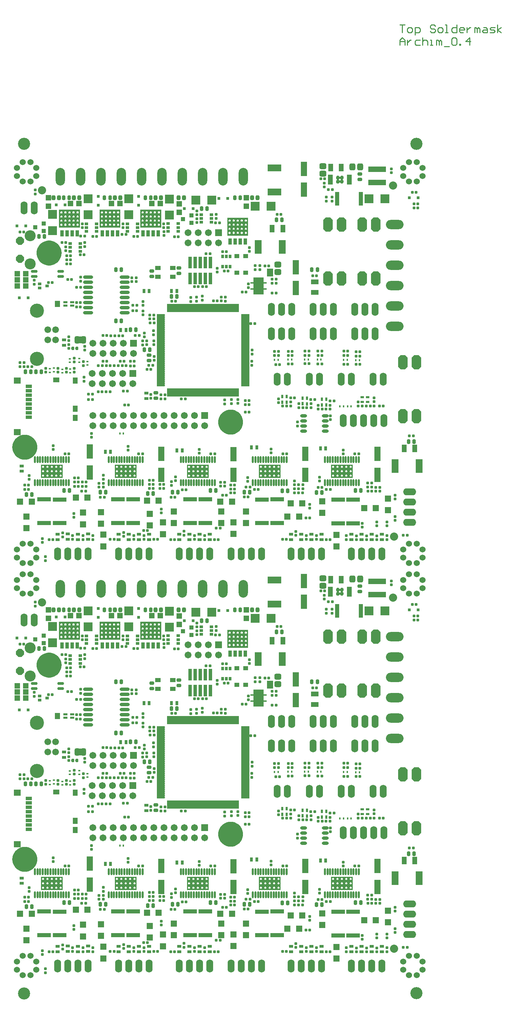
<source format=gts>
G04 Layer_Color=8388736*
%FSLAX25Y25*%
%MOIN*%
G70*
G01*
G75*
%ADD12C,0.01000*%
%ADD64C,0.06000*%
%ADD214C,0.12205*%
%ADD215R,0.03543X0.07045*%
%ADD216R,0.10400X0.16800*%
G04:AMPARAMS|DCode=217|XSize=118.74mil|YSize=118.74mil|CornerRadius=59.37mil|HoleSize=0mil|Usage=FLASHONLY|Rotation=90.000|XOffset=0mil|YOffset=0mil|HoleType=Round|Shape=RoundedRectangle|*
%AMROUNDEDRECTD217*
21,1,0.11874,0.00000,0,0,90.0*
21,1,0.00000,0.11874,0,0,90.0*
1,1,0.11874,0.00000,0.00000*
1,1,0.11874,0.00000,0.00000*
1,1,0.11874,0.00000,0.00000*
1,1,0.11874,0.00000,0.00000*
%
%ADD217ROUNDEDRECTD217*%
G04:AMPARAMS|DCode=218|XSize=54mil|YSize=71mil|CornerRadius=15.5mil|HoleSize=0mil|Usage=FLASHONLY|Rotation=180.000|XOffset=0mil|YOffset=0mil|HoleType=Round|Shape=RoundedRectangle|*
%AMROUNDEDRECTD218*
21,1,0.05400,0.04000,0,0,180.0*
21,1,0.02300,0.07100,0,0,180.0*
1,1,0.03100,-0.01150,0.02000*
1,1,0.03100,0.01150,0.02000*
1,1,0.03100,0.01150,-0.02000*
1,1,0.03100,-0.01150,-0.02000*
%
%ADD218ROUNDEDRECTD218*%
%ADD219O,0.06509X0.02965*%
G04:AMPARAMS|DCode=220|XSize=26mil|YSize=28mil|CornerRadius=6.4mil|HoleSize=0mil|Usage=FLASHONLY|Rotation=0.000|XOffset=0mil|YOffset=0mil|HoleType=Round|Shape=RoundedRectangle|*
%AMROUNDEDRECTD220*
21,1,0.02600,0.01520,0,0,0.0*
21,1,0.01320,0.02800,0,0,0.0*
1,1,0.01280,0.00660,-0.00760*
1,1,0.01280,-0.00660,-0.00760*
1,1,0.01280,-0.00660,0.00760*
1,1,0.01280,0.00660,0.00760*
%
%ADD220ROUNDEDRECTD220*%
%ADD221R,0.03550X0.02565*%
G04:AMPARAMS|DCode=222|XSize=26mil|YSize=28mil|CornerRadius=6.4mil|HoleSize=0mil|Usage=FLASHONLY|Rotation=270.000|XOffset=0mil|YOffset=0mil|HoleType=Round|Shape=RoundedRectangle|*
%AMROUNDEDRECTD222*
21,1,0.02600,0.01520,0,0,270.0*
21,1,0.01320,0.02800,0,0,270.0*
1,1,0.01280,-0.00760,-0.00660*
1,1,0.01280,-0.00760,0.00660*
1,1,0.01280,0.00760,0.00660*
1,1,0.01280,0.00760,-0.00660*
%
%ADD222ROUNDEDRECTD222*%
G04:AMPARAMS|DCode=223|XSize=33.13mil|YSize=43.37mil|CornerRadius=7.83mil|HoleSize=0mil|Usage=FLASHONLY|Rotation=0.000|XOffset=0mil|YOffset=0mil|HoleType=Round|Shape=RoundedRectangle|*
%AMROUNDEDRECTD223*
21,1,0.03313,0.02772,0,0,0.0*
21,1,0.01748,0.04337,0,0,0.0*
1,1,0.01565,0.00874,-0.01386*
1,1,0.01565,-0.00874,-0.01386*
1,1,0.01565,-0.00874,0.01386*
1,1,0.01565,0.00874,0.01386*
%
%ADD223ROUNDEDRECTD223*%
%ADD224R,0.03865X0.03038*%
%ADD225R,0.03038X0.03865*%
%ADD226R,0.02400X0.03200*%
%ADD227O,0.01778X0.07093*%
%ADD228R,0.06312X0.14186*%
%ADD229R,0.13792X0.04343*%
%ADD230R,0.08471X0.08471*%
%ADD231O,0.03550X0.01502*%
%ADD232O,0.01502X0.03550*%
%ADD233R,0.06306X0.04928*%
%ADD234R,0.07093X0.05912*%
%ADD235R,0.04928X0.06306*%
%ADD236R,0.06306X0.03550*%
%ADD237R,0.02800X0.02800*%
%ADD238R,0.02080X0.01863*%
%ADD239R,0.03943X0.01975*%
%ADD240R,0.04737X0.04343*%
%ADD241R,0.04400X0.04000*%
%ADD242R,0.02800X0.02800*%
%ADD243R,0.02762X0.03747*%
%ADD244R,0.03747X0.02762*%
%ADD245R,0.05131X0.07493*%
G04:AMPARAMS|DCode=246|XSize=60mil|YSize=68mil|CornerRadius=17mil|HoleSize=0mil|Usage=FLASHONLY|Rotation=270.000|XOffset=0mil|YOffset=0mil|HoleType=Round|Shape=RoundedRectangle|*
%AMROUNDEDRECTD246*
21,1,0.06000,0.03400,0,0,270.0*
21,1,0.02600,0.06800,0,0,270.0*
1,1,0.03400,-0.01700,-0.01300*
1,1,0.03400,-0.01700,0.01300*
1,1,0.03400,0.01700,0.01300*
1,1,0.03400,0.01700,-0.01300*
%
%ADD246ROUNDEDRECTD246*%
G04:AMPARAMS|DCode=247|XSize=80mil|YSize=80mil|CornerRadius=40mil|HoleSize=0mil|Usage=FLASHONLY|Rotation=270.000|XOffset=0mil|YOffset=0mil|HoleType=Round|Shape=RoundedRectangle|*
%AMROUNDEDRECTD247*
21,1,0.08000,0.00000,0,0,270.0*
21,1,0.00000,0.08000,0,0,270.0*
1,1,0.08000,0.00000,0.00000*
1,1,0.08000,0.00000,0.00000*
1,1,0.08000,0.00000,0.00000*
1,1,0.08000,0.00000,0.00000*
%
%ADD247ROUNDEDRECTD247*%
G04:AMPARAMS|DCode=248|XSize=80mil|YSize=80mil|CornerRadius=40mil|HoleSize=0mil|Usage=FLASHONLY|Rotation=0.000|XOffset=0mil|YOffset=0mil|HoleType=Round|Shape=RoundedRectangle|*
%AMROUNDEDRECTD248*
21,1,0.08000,0.00000,0,0,0.0*
21,1,0.00000,0.08000,0,0,0.0*
1,1,0.08000,0.00000,0.00000*
1,1,0.08000,0.00000,0.00000*
1,1,0.08000,0.00000,0.00000*
1,1,0.08000,0.00000,0.00000*
%
%ADD248ROUNDEDRECTD248*%
%ADD249R,0.13400X0.07100*%
%ADD250R,0.07100X0.13400*%
%ADD251R,0.03600X0.06400*%
G04:AMPARAMS|DCode=252|XSize=37.13mil|YSize=47.37mil|CornerRadius=9.83mil|HoleSize=0mil|Usage=FLASHONLY|Rotation=0.000|XOffset=0mil|YOffset=0mil|HoleType=Round|Shape=RoundedRectangle|*
%AMROUNDEDRECTD252*
21,1,0.03713,0.02772,0,0,0.0*
21,1,0.01748,0.04737,0,0,0.0*
1,1,0.01965,0.00874,-0.01386*
1,1,0.01965,-0.00874,-0.01386*
1,1,0.01965,-0.00874,0.01386*
1,1,0.01965,0.00874,0.01386*
%
%ADD252ROUNDEDRECTD252*%
G04:AMPARAMS|DCode=253|XSize=33.13mil|YSize=43.37mil|CornerRadius=7.83mil|HoleSize=0mil|Usage=FLASHONLY|Rotation=90.000|XOffset=0mil|YOffset=0mil|HoleType=Round|Shape=RoundedRectangle|*
%AMROUNDEDRECTD253*
21,1,0.03313,0.02772,0,0,90.0*
21,1,0.01748,0.04337,0,0,90.0*
1,1,0.01565,0.01386,0.00874*
1,1,0.01565,0.01386,-0.00874*
1,1,0.01565,-0.01386,-0.00874*
1,1,0.01565,-0.01386,0.00874*
%
%ADD253ROUNDEDRECTD253*%
%ADD254O,0.09855X0.03162*%
%ADD255O,0.07887X0.01981*%
%ADD256O,0.01981X0.07887*%
G04:AMPARAMS|DCode=257|XSize=60mil|YSize=68mil|CornerRadius=17mil|HoleSize=0mil|Usage=FLASHONLY|Rotation=180.000|XOffset=0mil|YOffset=0mil|HoleType=Round|Shape=RoundedRectangle|*
%AMROUNDEDRECTD257*
21,1,0.06000,0.03400,0,0,180.0*
21,1,0.02600,0.06800,0,0,180.0*
1,1,0.03400,-0.01300,0.01700*
1,1,0.03400,0.01300,0.01700*
1,1,0.03400,0.01300,-0.01700*
1,1,0.03400,-0.01300,-0.01700*
%
%ADD257ROUNDEDRECTD257*%
%ADD258R,0.04816X0.01981*%
%ADD259R,0.02126X0.02598*%
%ADD260R,0.06063X0.02520*%
%ADD261R,0.17532X0.05446*%
%ADD262R,0.04343X0.13792*%
%ADD263R,0.03753X0.11824*%
G04:AMPARAMS|DCode=264|XSize=30mil|YSize=32mil|CornerRadius=8.4mil|HoleSize=0mil|Usage=FLASHONLY|Rotation=180.000|XOffset=0mil|YOffset=0mil|HoleType=Round|Shape=RoundedRectangle|*
%AMROUNDEDRECTD264*
21,1,0.03000,0.01520,0,0,180.0*
21,1,0.01320,0.03200,0,0,180.0*
1,1,0.01680,-0.00660,0.00760*
1,1,0.01680,0.00660,0.00760*
1,1,0.01680,0.00660,-0.00760*
1,1,0.01680,-0.00660,-0.00760*
%
%ADD264ROUNDEDRECTD264*%
%ADD265O,0.06706X0.03162*%
%ADD266R,0.07493X0.05131*%
%ADD267R,0.03200X0.02400*%
%ADD268R,0.01581X0.01975*%
%ADD269R,0.01975X0.01581*%
%ADD270R,0.06312X0.05918*%
%ADD271R,0.05918X0.06312*%
%ADD272R,0.05524X0.04343*%
%ADD273R,0.05600X0.05600*%
%ADD274R,0.05600X0.05600*%
%ADD275R,0.08700X0.08700*%
%ADD276R,0.08700X0.08700*%
%ADD277O,0.06800X0.12800*%
%ADD278C,0.06706*%
%ADD279R,0.06706X0.06706*%
%ADD280C,0.13850*%
%ADD281C,0.06600*%
%ADD282C,0.10800*%
%ADD283P,0.08443X8X292.5*%
%ADD284O,0.09050X0.17300*%
G04:AMPARAMS|DCode=285|XSize=141mil|YSize=91mil|CornerRadius=0mil|HoleSize=0mil|Usage=FLASHONLY|Rotation=90.000|XOffset=0mil|YOffset=0mil|HoleType=Round|Shape=Octagon|*
%AMOCTAGOND285*
4,1,8,0.02275,0.07050,-0.02275,0.07050,-0.04550,0.04775,-0.04550,-0.04775,-0.02275,-0.07050,0.02275,-0.07050,0.04550,-0.04775,0.04550,0.04775,0.02275,0.07050,0.0*
%
%ADD285OCTAGOND285*%

%ADD286O,0.12800X0.06800*%
%ADD287O,0.17300X0.09050*%
G36*
X351379Y816675D02*
X351395Y816521D01*
X351512Y816237D01*
X351729Y816020D01*
X352013Y815903D01*
X352167Y815887D01*
Y813820D01*
X352032Y813807D01*
X351784Y813704D01*
X351594Y813514D01*
X351491Y813266D01*
X351478Y813132D01*
Y812738D01*
X351379D01*
Y812639D01*
X351395Y812486D01*
X351512Y812202D01*
X351729Y811985D01*
X352013Y811867D01*
X352167Y811852D01*
Y809883D01*
X352013Y809868D01*
X351729Y809751D01*
X351512Y809534D01*
X351395Y809250D01*
X351379Y809096D01*
Y808899D01*
X349608D01*
X349589Y809091D01*
X349442Y809446D01*
X349170Y809718D01*
X348816Y809865D01*
X348624Y809883D01*
X348427D01*
X348235Y809865D01*
X347880Y809718D01*
X347608Y809446D01*
X347461Y809091D01*
X347443Y808899D01*
X345671D01*
Y808998D01*
X345656Y809151D01*
X345538Y809435D01*
X345321Y809652D01*
X345037Y809770D01*
X344883Y809785D01*
Y811852D01*
X345018Y811865D01*
X345266Y811968D01*
X345456Y812158D01*
X345559Y812407D01*
X345572Y812541D01*
Y812935D01*
X345671D01*
Y813033D01*
X345656Y813187D01*
X345538Y813470D01*
X345321Y813688D01*
X345037Y813805D01*
X344883Y813820D01*
Y815789D01*
X345037Y815804D01*
X345321Y815922D01*
X345538Y816139D01*
X345656Y816423D01*
X345671Y816576D01*
Y816773D01*
X347443D01*
X347461Y816581D01*
X347608Y816226D01*
X347880Y815955D01*
X348235Y815808D01*
X348427Y815789D01*
X348624D01*
X348816Y815808D01*
X349170Y815955D01*
X349442Y816226D01*
X349589Y816581D01*
X349608Y816773D01*
X351379D01*
Y816675D01*
D02*
G37*
G36*
X172730Y780431D02*
Y776494D01*
Y772458D01*
Y768521D01*
Y765765D01*
X152258D01*
Y768521D01*
Y772458D01*
Y776494D01*
Y780529D01*
Y783384D01*
X172730D01*
Y780431D01*
D02*
G37*
G36*
X132630D02*
Y776494D01*
Y772458D01*
Y768521D01*
Y765765D01*
X112157D01*
Y768521D01*
Y772458D01*
Y776494D01*
Y780529D01*
Y783384D01*
X132630D01*
Y780431D01*
D02*
G37*
G36*
X92779D02*
Y776494D01*
Y772458D01*
Y768521D01*
Y765765D01*
X72307D01*
Y768521D01*
Y772458D01*
Y776494D01*
Y780529D01*
Y783384D01*
X92779D01*
Y780431D01*
D02*
G37*
G36*
X258279Y772431D02*
Y768494D01*
Y764458D01*
Y760521D01*
Y757765D01*
X237807D01*
Y760521D01*
Y764458D01*
Y768494D01*
Y772529D01*
Y775384D01*
X258279D01*
Y772431D01*
D02*
G37*
G36*
X73027Y687782D02*
X68322D01*
X68323Y687782D01*
X68322D01*
Y693573D01*
X73027D01*
Y687782D01*
D02*
G37*
G36*
X249328Y690188D02*
X249344Y683661D01*
Y682696D01*
X178463D01*
Y690574D01*
X249328D01*
Y690188D01*
D02*
G37*
G36*
X176302Y609673D02*
X168424D01*
Y680539D01*
X168809D01*
X175337Y680554D01*
X176302D01*
Y609673D01*
D02*
G37*
G36*
X259364Y609669D02*
X258978D01*
X252451Y609653D01*
X251486D01*
Y680535D01*
X259364D01*
Y609669D01*
D02*
G37*
G36*
X249325Y599634D02*
X178459D01*
Y600020D01*
X178443Y606547D01*
Y607512D01*
X249325D01*
Y599634D01*
D02*
G37*
G36*
X361157Y530619D02*
Y528455D01*
Y526288D01*
Y524124D01*
Y521957D01*
Y519794D01*
X339807D01*
Y521957D01*
Y524124D01*
Y526288D01*
Y528455D01*
Y530619D01*
Y530630D01*
Y532794D01*
X361157D01*
Y530619D01*
D02*
G37*
G36*
X290271D02*
Y528455D01*
Y526288D01*
Y524124D01*
Y521957D01*
Y519794D01*
X268921D01*
Y521957D01*
Y524124D01*
Y526288D01*
Y528455D01*
Y530619D01*
Y530630D01*
Y532794D01*
X290271D01*
Y530619D01*
D02*
G37*
G36*
X219411D02*
Y528455D01*
Y526288D01*
Y524124D01*
Y521957D01*
Y519794D01*
X198061D01*
Y521957D01*
Y524124D01*
Y526288D01*
Y528455D01*
Y530619D01*
Y530630D01*
Y532794D01*
X219411D01*
Y530619D01*
D02*
G37*
G36*
X148499D02*
Y528455D01*
Y526288D01*
Y524124D01*
Y521957D01*
Y519794D01*
X127149D01*
Y521957D01*
Y524124D01*
Y526288D01*
Y528455D01*
Y530619D01*
Y530630D01*
Y532794D01*
X148499D01*
Y530619D01*
D02*
G37*
G36*
X75813D02*
Y528455D01*
Y526288D01*
Y524124D01*
Y521957D01*
Y519794D01*
X54463D01*
Y521957D01*
Y524124D01*
Y526288D01*
Y528455D01*
Y530619D01*
Y530630D01*
Y532794D01*
X75813D01*
Y530619D01*
D02*
G37*
G36*
X351379Y411675D02*
X351395Y411521D01*
X351512Y411237D01*
X351729Y411020D01*
X352013Y410903D01*
X352167Y410887D01*
Y408820D01*
X352032Y408807D01*
X351784Y408704D01*
X351594Y408514D01*
X351491Y408266D01*
X351478Y408132D01*
Y407738D01*
X351379D01*
Y407639D01*
X351395Y407486D01*
X351512Y407202D01*
X351729Y406985D01*
X352013Y406867D01*
X352167Y406852D01*
Y404883D01*
X352013Y404868D01*
X351729Y404751D01*
X351512Y404533D01*
X351395Y404250D01*
X351379Y404096D01*
Y403899D01*
X349608D01*
X349589Y404091D01*
X349442Y404446D01*
X349170Y404718D01*
X348816Y404865D01*
X348624Y404883D01*
X348427D01*
X348235Y404865D01*
X347880Y404718D01*
X347608Y404446D01*
X347461Y404091D01*
X347443Y403899D01*
X345671D01*
Y403998D01*
X345656Y404151D01*
X345538Y404435D01*
X345321Y404652D01*
X345037Y404770D01*
X344883Y404785D01*
Y406852D01*
X345018Y406865D01*
X345266Y406968D01*
X345456Y407158D01*
X345559Y407407D01*
X345572Y407541D01*
Y407935D01*
X345671D01*
Y408033D01*
X345656Y408187D01*
X345538Y408470D01*
X345321Y408688D01*
X345037Y408805D01*
X344883Y408820D01*
Y410789D01*
X345037Y410804D01*
X345321Y410922D01*
X345538Y411139D01*
X345656Y411423D01*
X345671Y411576D01*
Y411773D01*
X347443D01*
X347461Y411581D01*
X347608Y411226D01*
X347880Y410955D01*
X348235Y410808D01*
X348427Y410789D01*
X348624D01*
X348816Y410808D01*
X349170Y410955D01*
X349442Y411226D01*
X349589Y411581D01*
X349608Y411773D01*
X351379D01*
Y411675D01*
D02*
G37*
G36*
X172730Y375431D02*
Y371494D01*
Y367458D01*
Y363521D01*
Y360766D01*
X152258D01*
Y363521D01*
Y367458D01*
Y371494D01*
Y375529D01*
Y378384D01*
X172730D01*
Y375431D01*
D02*
G37*
G36*
X132630D02*
Y371494D01*
Y367458D01*
Y363521D01*
Y360766D01*
X112157D01*
Y363521D01*
Y367458D01*
Y371494D01*
Y375529D01*
Y378384D01*
X132630D01*
Y375431D01*
D02*
G37*
G36*
X92779D02*
Y371494D01*
Y367458D01*
Y363521D01*
Y360766D01*
X72307D01*
Y363521D01*
Y367458D01*
Y371494D01*
Y375529D01*
Y378384D01*
X92779D01*
Y375431D01*
D02*
G37*
G36*
X258279Y367431D02*
Y363494D01*
Y359458D01*
Y355521D01*
Y352765D01*
X237807D01*
Y355521D01*
Y359458D01*
Y363494D01*
Y367529D01*
Y370384D01*
X258279D01*
Y367431D01*
D02*
G37*
G36*
X73027Y282782D02*
X68322D01*
X68323Y282782D01*
X68322D01*
Y288573D01*
X73027D01*
Y282782D01*
D02*
G37*
G36*
X249328Y285188D02*
X249344Y278661D01*
Y277696D01*
X178463D01*
Y285574D01*
X249328D01*
Y285188D01*
D02*
G37*
G36*
X176302Y204673D02*
X168424D01*
Y275539D01*
X168809D01*
X175337Y275554D01*
X176302D01*
Y204673D01*
D02*
G37*
G36*
X259364Y204669D02*
X258978D01*
X252451Y204653D01*
X251486D01*
Y275535D01*
X259364D01*
Y204669D01*
D02*
G37*
G36*
X249325Y194634D02*
X178459D01*
Y195020D01*
X178443Y201547D01*
Y202512D01*
X249325D01*
Y194634D01*
D02*
G37*
G36*
X361157Y125619D02*
Y123455D01*
Y121288D01*
Y119124D01*
Y116957D01*
Y114794D01*
X339807D01*
Y116957D01*
Y119124D01*
Y121288D01*
Y123455D01*
Y125619D01*
Y125630D01*
Y127794D01*
X361157D01*
Y125619D01*
D02*
G37*
G36*
X290271D02*
Y123455D01*
Y121288D01*
Y119124D01*
Y116957D01*
Y114794D01*
X268921D01*
Y116957D01*
Y119124D01*
Y121288D01*
Y123455D01*
Y125619D01*
Y125630D01*
Y127794D01*
X290271D01*
Y125619D01*
D02*
G37*
G36*
X219411D02*
Y123455D01*
Y121288D01*
Y119124D01*
Y116957D01*
Y114794D01*
X198061D01*
Y116957D01*
Y119124D01*
Y121288D01*
Y123455D01*
Y125619D01*
Y125630D01*
Y127794D01*
X219411D01*
Y125619D01*
D02*
G37*
G36*
X148499D02*
Y123455D01*
Y121288D01*
Y119124D01*
Y116957D01*
Y114794D01*
X127149D01*
Y116957D01*
Y119124D01*
Y121288D01*
Y123455D01*
Y125619D01*
Y125630D01*
Y127794D01*
X148499D01*
Y125619D01*
D02*
G37*
G36*
X75813D02*
Y123455D01*
Y121288D01*
Y119124D01*
Y116957D01*
Y114794D01*
X54463D01*
Y116957D01*
Y119124D01*
Y121288D01*
Y123455D01*
Y125619D01*
Y125630D01*
Y127794D01*
X75813D01*
Y125619D01*
D02*
G37*
%LPC*%
G36*
X348525Y813820D02*
X348333Y813802D01*
X347978Y813655D01*
X347707Y813383D01*
X347560Y813028D01*
X347541Y812836D01*
X347560Y812644D01*
X347707Y812289D01*
X347978Y812018D01*
X348333Y811871D01*
X348525Y811852D01*
X348717Y811871D01*
X349072Y812018D01*
X349344Y812289D01*
X349490Y812644D01*
X349509Y812836D01*
X349490Y813028D01*
X349344Y813383D01*
X349072Y813655D01*
X348717Y813802D01*
X348525Y813820D01*
D02*
G37*
G36*
X170466Y781710D02*
X170255Y781690D01*
X169865Y781528D01*
X169566Y781229D01*
X169404Y780839D01*
X169384Y780628D01*
X169404Y780416D01*
X169566Y780026D01*
X169865Y779728D01*
X170255Y779566D01*
X170466Y779545D01*
X170673Y779565D01*
X171056Y779724D01*
X171349Y780017D01*
X171508Y780400D01*
X171528Y780607D01*
Y780839D01*
X171528Y780839D01*
X171366Y781229D01*
X171068Y781528D01*
X170677Y781690D01*
X170466Y781710D01*
D02*
G37*
G36*
X166529D02*
X166318Y781690D01*
X165928Y781528D01*
X165629Y781229D01*
X165467Y780839D01*
X165446Y780628D01*
Y780529D01*
X165465Y780337D01*
X165612Y779982D01*
X165884Y779711D01*
X166239Y779564D01*
X166431Y779545D01*
X166646Y779566D01*
X167043Y779731D01*
X167347Y780035D01*
X167511Y780432D01*
X167513Y780451D01*
Y780726D01*
X167494Y780918D01*
X167348Y781273D01*
X167076Y781544D01*
X166721Y781691D01*
X166529Y781710D01*
D02*
G37*
G36*
X162592Y781612D02*
X162494D01*
X162283Y781591D01*
X161892Y781429D01*
X161593Y781131D01*
X161432Y780740D01*
Y780607D01*
X161452Y780400D01*
X161611Y780017D01*
X161904Y779724D01*
X162286Y779565D01*
X162494Y779545D01*
X162689Y779564D01*
X163050Y779714D01*
X163327Y779990D01*
X163476Y780351D01*
X163484Y780431D01*
X163478D01*
Y780726D01*
X163461Y780899D01*
X163329Y781218D01*
X163084Y781463D01*
X162765Y781595D01*
X162592Y781612D01*
D02*
G37*
G36*
X158458Y781710D02*
X158266Y781691D01*
X157911Y781544D01*
X157640Y781273D01*
X157493Y780918D01*
X157474Y780726D01*
Y780646D01*
Y780628D01*
Y780529D01*
X157493Y780337D01*
X157640Y779982D01*
X157911Y779711D01*
X158266Y779564D01*
X158458Y779545D01*
X158665Y779565D01*
X159048Y779724D01*
X159341Y780017D01*
X159500Y780400D01*
X159520Y780607D01*
Y780839D01*
X159520Y780839D01*
X159359Y781229D01*
X159060Y781528D01*
X158669Y781690D01*
X158458Y781710D01*
D02*
G37*
G36*
X154514Y781703D02*
X154499Y781634D01*
X154288Y781613D01*
X153898Y781451D01*
X153599Y781153D01*
X153438Y780762D01*
X153438D01*
Y780629D01*
X153458Y780417D01*
X153620Y780027D01*
X153919Y779728D01*
X154310Y779566D01*
X154521Y779545D01*
X154716Y779564D01*
X155075Y779713D01*
X155350Y779988D01*
X155499Y780347D01*
X155517Y780529D01*
X155506D01*
X155499Y780719D01*
X155480Y780911D01*
X155333Y781266D01*
X155061Y781537D01*
X154706Y781684D01*
X154514Y781703D01*
D02*
G37*
G36*
X170466Y777576D02*
X170274Y777558D01*
X169919Y777411D01*
X169648Y777139D01*
X169501Y776784D01*
X169482Y776592D01*
Y776494D01*
X169393D01*
X169404Y776381D01*
X169566Y775991D01*
X169865Y775692D01*
X170255Y775530D01*
X170466Y775510D01*
X170673Y775530D01*
X171056Y775689D01*
X171349Y775982D01*
X171508Y776364D01*
X171520Y776494D01*
X171450D01*
Y776592D01*
X171432Y776784D01*
X171284Y777139D01*
X171013Y777411D01*
X170658Y777558D01*
X170466Y777576D01*
D02*
G37*
G36*
X166529D02*
X166337Y777558D01*
X165982Y777411D01*
X165711Y777139D01*
X165564Y776784D01*
X165545Y776592D01*
Y776494D01*
X165446D01*
X165465Y776302D01*
X165612Y775947D01*
X165884Y775675D01*
X166239Y775528D01*
X166431Y775510D01*
X166646Y775531D01*
X167043Y775695D01*
X167347Y775999D01*
X167511Y776397D01*
X167521Y776494D01*
X167513D01*
Y776592D01*
X167494Y776784D01*
X167348Y777139D01*
X167076Y777411D01*
X166721Y777558D01*
X166529Y777576D01*
D02*
G37*
G36*
X162494D02*
X162302Y777558D01*
X161947Y777411D01*
X161675Y777139D01*
X161528Y776784D01*
X161509Y776592D01*
Y776494D01*
X161440D01*
X161452Y776364D01*
X161611Y775982D01*
X161904Y775689D01*
X162286Y775530D01*
X162494Y775510D01*
X162689Y775529D01*
X163050Y775678D01*
X163327Y775955D01*
X163476Y776316D01*
X163494Y776494D01*
X163478D01*
Y776592D01*
X163459Y776784D01*
X163312Y777139D01*
X163040Y777411D01*
X162686Y777558D01*
X162494Y777576D01*
D02*
G37*
G36*
X158557Y777675D02*
X158345Y777654D01*
X157955Y777493D01*
X157657Y777194D01*
X157495Y776803D01*
X157474Y776592D01*
Y776494D01*
X157493Y776302D01*
X157640Y775947D01*
X157911Y775675D01*
X158266Y775528D01*
X158458Y775510D01*
X158665Y775530D01*
X159048Y775689D01*
X159341Y775982D01*
X159500Y776364D01*
X159512Y776494D01*
X159442D01*
Y776789D01*
X159425Y776962D01*
X159293Y777281D01*
X159049Y777526D01*
X158730Y777658D01*
X158557Y777675D01*
D02*
G37*
G36*
X154521Y777576D02*
X154329Y777558D01*
X153974Y777411D01*
X153703Y777139D01*
X153556Y776784D01*
X153537Y776592D01*
Y776494D01*
X153447D01*
X153458Y776382D01*
X153620Y775991D01*
X153919Y775692D01*
X154310Y775530D01*
X154521Y775510D01*
X154716Y775529D01*
X155075Y775677D01*
X155350Y775952D01*
X155499Y776312D01*
X155517Y776494D01*
X155407D01*
Y776691D01*
X155390Y776863D01*
X155258Y777183D01*
X155013Y777427D01*
X154694Y777560D01*
X154521Y777576D01*
D02*
G37*
G36*
X170466Y773541D02*
X170274Y773522D01*
X169919Y773375D01*
X169648Y773104D01*
X169501Y772749D01*
X169482Y772557D01*
Y772458D01*
X169403D01*
X169404Y772444D01*
X169566Y772054D01*
X169865Y771755D01*
X170255Y771593D01*
X170466Y771573D01*
X170673Y771593D01*
X171056Y771751D01*
X171349Y772045D01*
X171508Y772427D01*
X171511Y772458D01*
X171450D01*
Y772557D01*
X171432Y772749D01*
X171284Y773104D01*
X171013Y773375D01*
X170658Y773522D01*
X170466Y773541D01*
D02*
G37*
G36*
X166529D02*
X166337Y773522D01*
X165982Y773375D01*
X165711Y773104D01*
X165564Y772749D01*
X165545Y772557D01*
Y772458D01*
X165456D01*
X165465Y772365D01*
X165612Y772010D01*
X165884Y771738D01*
X166239Y771592D01*
X166431Y771573D01*
X166646Y771594D01*
X167043Y771758D01*
X167347Y772062D01*
X167511Y772460D01*
X167513Y772479D01*
Y772557D01*
X167494Y772749D01*
X167348Y773104D01*
X167076Y773375D01*
X166721Y773522D01*
X166529Y773541D01*
D02*
G37*
G36*
X162494D02*
X162302Y773522D01*
X161947Y773375D01*
X161675Y773104D01*
X161528Y772749D01*
X161509Y772557D01*
Y772458D01*
X161449D01*
X161452Y772427D01*
X161611Y772045D01*
X161904Y771751D01*
X162286Y771593D01*
X162494Y771573D01*
X162689Y771592D01*
X163050Y771741D01*
X163327Y772018D01*
X163476Y772379D01*
X163484Y772458D01*
X163478D01*
Y772557D01*
X163459Y772749D01*
X163312Y773104D01*
X163040Y773375D01*
X162686Y773522D01*
X162494Y773541D01*
D02*
G37*
G36*
X158557Y773639D02*
X158345Y773619D01*
X157955Y773457D01*
X157657Y773158D01*
X157495Y772768D01*
X157474Y772557D01*
X157493Y772365D01*
X157640Y772010D01*
X157911Y771738D01*
X158266Y771592D01*
X158458Y771573D01*
X158665Y771593D01*
X159048Y771751D01*
X159341Y772045D01*
X159500Y772427D01*
X159503Y772458D01*
X159442D01*
Y772754D01*
X159425Y772927D01*
X159293Y773246D01*
X159049Y773490D01*
X158730Y773623D01*
X158557Y773639D01*
D02*
G37*
G36*
X154521Y773541D02*
X154329Y773522D01*
X153974Y773375D01*
X153703Y773104D01*
X153556Y772749D01*
X153537Y772557D01*
Y772458D01*
X153457D01*
X153458Y772445D01*
X153620Y772054D01*
X153919Y771755D01*
X154310Y771593D01*
X154521Y771573D01*
X154716Y771592D01*
X155075Y771740D01*
X155350Y772015D01*
X155499Y772375D01*
X155507Y772458D01*
X155407D01*
Y772655D01*
X155390Y772828D01*
X155258Y773147D01*
X155013Y773392D01*
X154694Y773524D01*
X154521Y773541D01*
D02*
G37*
G36*
X162494Y769604D02*
X162302Y769585D01*
X161947Y769438D01*
X161675Y769167D01*
X161528Y768812D01*
X161509Y768620D01*
Y768521D01*
Y768423D01*
X161527Y768250D01*
X161659Y767931D01*
X161903Y767686D01*
X162223Y767554D01*
X162395Y767537D01*
X162494D01*
X162705Y767558D01*
X163095Y767720D01*
X163394Y768018D01*
X163556Y768409D01*
X163567Y768521D01*
X163478D01*
Y768620D01*
X163459Y768812D01*
X163312Y769167D01*
X163040Y769438D01*
X162686Y769585D01*
X162494Y769604D01*
D02*
G37*
G36*
X170466D02*
X170274Y769585D01*
X169919Y769438D01*
X169648Y769167D01*
X169501Y768812D01*
X169482Y768620D01*
Y768620D01*
X169489Y768430D01*
X169508Y768238D01*
X169655Y767883D01*
X169926Y767612D01*
X170281Y767465D01*
X170473Y767446D01*
X170488Y767515D01*
X170699Y767536D01*
X171089Y767698D01*
X171388Y767997D01*
X171550Y768387D01*
X171563Y768521D01*
X171450D01*
Y768620D01*
X171432Y768812D01*
X171284Y769167D01*
X171013Y769438D01*
X170658Y769585D01*
X170466Y769604D01*
D02*
G37*
G36*
X166529D02*
X166337Y769585D01*
X165982Y769438D01*
X165711Y769167D01*
X165564Y768812D01*
X165545Y768620D01*
Y768521D01*
X165446D01*
Y768521D01*
X165467Y768310D01*
X165629Y767920D01*
X165928Y767621D01*
X166318Y767459D01*
X166529Y767439D01*
X166721Y767458D01*
X167076Y767605D01*
X167348Y767876D01*
X167494Y768231D01*
X167513Y768423D01*
Y768521D01*
Y768620D01*
X167494Y768812D01*
X167348Y769167D01*
X167076Y769438D01*
X166721Y769585D01*
X166529Y769604D01*
D02*
G37*
G36*
X158557Y769702D02*
X158345Y769682D01*
X157955Y769520D01*
X157657Y769221D01*
X157495Y768831D01*
X157474Y768620D01*
Y768521D01*
Y768423D01*
X157493Y768231D01*
X157640Y767876D01*
X157911Y767605D01*
X158266Y767458D01*
X158458Y767439D01*
X158669Y767459D01*
X159060Y767621D01*
X159359Y767920D01*
X159520Y768310D01*
X159541Y768521D01*
Y768521D01*
X159442D01*
Y768817D01*
X159425Y768990D01*
X159293Y769309D01*
X159049Y769553D01*
X158730Y769686D01*
X158557Y769702D01*
D02*
G37*
G36*
X154521Y769604D02*
X154329Y769585D01*
X153974Y769438D01*
X153703Y769167D01*
X153556Y768812D01*
X153537Y768620D01*
Y768521D01*
X153439D01*
Y768521D01*
X153459Y768310D01*
X153621Y767920D01*
X153920Y767621D01*
X154310Y767459D01*
X154521Y767439D01*
X154733Y767459D01*
X155123Y767621D01*
X155421Y767920D01*
X155583Y768310D01*
X155604Y768521D01*
Y768521D01*
X155407D01*
Y768718D01*
X155390Y768891D01*
X155258Y769210D01*
X155013Y769455D01*
X154694Y769587D01*
X154521Y769604D01*
D02*
G37*
G36*
X130366Y781710D02*
X130155Y781690D01*
X129765Y781528D01*
X129466Y781229D01*
X129304Y780839D01*
X129283Y780628D01*
X129304Y780416D01*
X129466Y780026D01*
X129765Y779728D01*
X130155Y779566D01*
X130366Y779545D01*
X130573Y779565D01*
X130956Y779724D01*
X131249Y780017D01*
X131408Y780400D01*
X131428Y780607D01*
Y780839D01*
X131428Y780839D01*
X131266Y781229D01*
X130968Y781528D01*
X130577Y781690D01*
X130366Y781710D01*
D02*
G37*
G36*
X126429D02*
X126218Y781690D01*
X125828Y781528D01*
X125529Y781229D01*
X125367Y780839D01*
X125347Y780628D01*
Y780529D01*
X125365Y780337D01*
X125512Y779982D01*
X125784Y779711D01*
X126139Y779564D01*
X126331Y779545D01*
X126546Y779566D01*
X126943Y779731D01*
X127247Y780035D01*
X127411Y780432D01*
X127413Y780451D01*
Y780726D01*
X127394Y780918D01*
X127248Y781273D01*
X126976Y781544D01*
X126621Y781691D01*
X126429Y781710D01*
D02*
G37*
G36*
X122492Y781612D02*
X122394D01*
X122183Y781591D01*
X121792Y781429D01*
X121493Y781131D01*
X121332Y780740D01*
Y780607D01*
X121352Y780400D01*
X121511Y780017D01*
X121804Y779724D01*
X122187Y779565D01*
X122394Y779545D01*
X122589Y779564D01*
X122950Y779714D01*
X123226Y779990D01*
X123376Y780351D01*
X123384Y780431D01*
X123378D01*
Y780726D01*
X123361Y780899D01*
X123229Y781218D01*
X122984Y781463D01*
X122665Y781595D01*
X122492Y781612D01*
D02*
G37*
G36*
X118358Y781710D02*
X118166Y781691D01*
X117811Y781544D01*
X117540Y781273D01*
X117393Y780918D01*
X117374Y780726D01*
Y780646D01*
Y780628D01*
Y780529D01*
X117393Y780337D01*
X117540Y779982D01*
X117811Y779711D01*
X118166Y779564D01*
X118358Y779545D01*
X118565Y779565D01*
X118948Y779724D01*
X119241Y780017D01*
X119400Y780400D01*
X119420Y780607D01*
Y780839D01*
X119420Y780839D01*
X119258Y781229D01*
X118960Y781528D01*
X118570Y781690D01*
X118358Y781710D01*
D02*
G37*
G36*
X114414Y781703D02*
X114399Y781634D01*
X114188Y781613D01*
X113798Y781451D01*
X113499Y781153D01*
X113338Y780762D01*
X113338D01*
Y780629D01*
X113358Y780417D01*
X113520Y780027D01*
X113819Y779728D01*
X114210Y779566D01*
X114421Y779545D01*
X114616Y779564D01*
X114975Y779713D01*
X115250Y779988D01*
X115399Y780347D01*
X115417Y780529D01*
X115405D01*
X115399Y780719D01*
X115380Y780911D01*
X115233Y781266D01*
X114961Y781537D01*
X114606Y781684D01*
X114414Y781703D01*
D02*
G37*
G36*
X130366Y777576D02*
X130174Y777558D01*
X129819Y777411D01*
X129548Y777139D01*
X129401Y776784D01*
X129382Y776592D01*
Y776494D01*
X129293D01*
X129304Y776381D01*
X129466Y775991D01*
X129765Y775692D01*
X130155Y775530D01*
X130366Y775510D01*
X130573Y775530D01*
X130956Y775689D01*
X131249Y775982D01*
X131408Y776364D01*
X131420Y776494D01*
X131350D01*
Y776592D01*
X131332Y776784D01*
X131184Y777139D01*
X130913Y777411D01*
X130558Y777558D01*
X130366Y777576D01*
D02*
G37*
G36*
X126429D02*
X126237Y777558D01*
X125882Y777411D01*
X125611Y777139D01*
X125464Y776784D01*
X125445Y776592D01*
Y776494D01*
X125347D01*
X125365Y776302D01*
X125512Y775947D01*
X125784Y775675D01*
X126139Y775528D01*
X126331Y775510D01*
X126546Y775531D01*
X126943Y775695D01*
X127247Y775999D01*
X127411Y776397D01*
X127421Y776494D01*
X127413D01*
Y776592D01*
X127394Y776784D01*
X127248Y777139D01*
X126976Y777411D01*
X126621Y777558D01*
X126429Y777576D01*
D02*
G37*
G36*
X122394D02*
X122202Y777558D01*
X121847Y777411D01*
X121575Y777139D01*
X121428Y776784D01*
X121409Y776592D01*
Y776494D01*
X121339D01*
X121352Y776364D01*
X121511Y775982D01*
X121804Y775689D01*
X122187Y775530D01*
X122394Y775510D01*
X122589Y775529D01*
X122950Y775678D01*
X123226Y775955D01*
X123376Y776316D01*
X123394Y776494D01*
X123378D01*
Y776592D01*
X123359Y776784D01*
X123212Y777139D01*
X122941Y777411D01*
X122586Y777558D01*
X122394Y777576D01*
D02*
G37*
G36*
X118457Y777675D02*
X118245Y777654D01*
X117855Y777493D01*
X117557Y777194D01*
X117395Y776803D01*
X117374Y776592D01*
Y776494D01*
X117393Y776302D01*
X117540Y775947D01*
X117811Y775675D01*
X118166Y775528D01*
X118358Y775510D01*
X118565Y775530D01*
X118948Y775689D01*
X119241Y775982D01*
X119400Y776364D01*
X119413Y776494D01*
X119343D01*
Y776789D01*
X119325Y776962D01*
X119193Y777281D01*
X118949Y777526D01*
X118630Y777658D01*
X118457Y777675D01*
D02*
G37*
G36*
X114421Y777576D02*
X114229Y777558D01*
X113874Y777411D01*
X113603Y777139D01*
X113456Y776784D01*
X113437Y776592D01*
Y776494D01*
X113347D01*
X113358Y776382D01*
X113520Y775991D01*
X113819Y775692D01*
X114210Y775530D01*
X114421Y775510D01*
X114616Y775529D01*
X114975Y775677D01*
X115250Y775952D01*
X115399Y776312D01*
X115417Y776494D01*
X115307D01*
Y776691D01*
X115290Y776863D01*
X115158Y777183D01*
X114913Y777427D01*
X114594Y777560D01*
X114421Y777576D01*
D02*
G37*
G36*
X130366Y773541D02*
X130174Y773522D01*
X129819Y773375D01*
X129548Y773104D01*
X129401Y772749D01*
X129382Y772557D01*
Y772458D01*
X129303D01*
X129304Y772444D01*
X129466Y772054D01*
X129765Y771755D01*
X130155Y771593D01*
X130366Y771573D01*
X130573Y771593D01*
X130956Y771751D01*
X131249Y772045D01*
X131408Y772427D01*
X131411Y772458D01*
X131350D01*
Y772557D01*
X131332Y772749D01*
X131184Y773104D01*
X130913Y773375D01*
X130558Y773522D01*
X130366Y773541D01*
D02*
G37*
G36*
X126429D02*
X126237Y773522D01*
X125882Y773375D01*
X125611Y773104D01*
X125464Y772749D01*
X125445Y772557D01*
Y772458D01*
X125356D01*
X125365Y772365D01*
X125512Y772010D01*
X125784Y771738D01*
X126139Y771592D01*
X126331Y771573D01*
X126546Y771594D01*
X126943Y771758D01*
X127247Y772062D01*
X127411Y772460D01*
X127413Y772479D01*
Y772557D01*
X127394Y772749D01*
X127248Y773104D01*
X126976Y773375D01*
X126621Y773522D01*
X126429Y773541D01*
D02*
G37*
G36*
X122394D02*
X122202Y773522D01*
X121847Y773375D01*
X121575Y773104D01*
X121428Y772749D01*
X121409Y772557D01*
Y772458D01*
X121349D01*
X121352Y772427D01*
X121511Y772045D01*
X121804Y771751D01*
X122187Y771593D01*
X122394Y771573D01*
X122589Y771592D01*
X122950Y771741D01*
X123226Y772018D01*
X123376Y772379D01*
X123384Y772458D01*
X123378D01*
Y772557D01*
X123359Y772749D01*
X123212Y773104D01*
X122941Y773375D01*
X122586Y773522D01*
X122394Y773541D01*
D02*
G37*
G36*
X118457Y773639D02*
X118245Y773619D01*
X117855Y773457D01*
X117557Y773158D01*
X117395Y772768D01*
X117374Y772557D01*
X117393Y772365D01*
X117540Y772010D01*
X117811Y771738D01*
X118166Y771592D01*
X118358Y771573D01*
X118565Y771593D01*
X118948Y771751D01*
X119241Y772045D01*
X119400Y772427D01*
X119403Y772458D01*
X119343D01*
Y772754D01*
X119325Y772927D01*
X119193Y773246D01*
X118949Y773490D01*
X118630Y773623D01*
X118457Y773639D01*
D02*
G37*
G36*
X114421Y773541D02*
X114229Y773522D01*
X113874Y773375D01*
X113603Y773104D01*
X113456Y772749D01*
X113437Y772557D01*
Y772458D01*
X113357D01*
X113358Y772445D01*
X113520Y772054D01*
X113819Y771755D01*
X114210Y771593D01*
X114421Y771573D01*
X114616Y771592D01*
X114975Y771740D01*
X115250Y772015D01*
X115399Y772375D01*
X115407Y772458D01*
X115307D01*
Y772655D01*
X115290Y772828D01*
X115158Y773147D01*
X114913Y773392D01*
X114594Y773524D01*
X114421Y773541D01*
D02*
G37*
G36*
X122394Y769604D02*
X122202Y769585D01*
X121847Y769438D01*
X121575Y769167D01*
X121428Y768812D01*
X121409Y768620D01*
Y768521D01*
Y768423D01*
X121426Y768250D01*
X121559Y767931D01*
X121803Y767686D01*
X122123Y767554D01*
X122295Y767537D01*
X122394D01*
X122605Y767558D01*
X122995Y767720D01*
X123294Y768018D01*
X123456Y768409D01*
X123467Y768521D01*
X123378D01*
Y768620D01*
X123359Y768812D01*
X123212Y769167D01*
X122941Y769438D01*
X122586Y769585D01*
X122394Y769604D01*
D02*
G37*
G36*
X130366D02*
X130174Y769585D01*
X129819Y769438D01*
X129548Y769167D01*
X129401Y768812D01*
X129382Y768620D01*
Y768620D01*
X129389Y768430D01*
X129408Y768238D01*
X129555Y767883D01*
X129826Y767612D01*
X130181Y767465D01*
X130373Y767446D01*
X130388Y767515D01*
X130599Y767536D01*
X130990Y767698D01*
X131288Y767997D01*
X131450Y768387D01*
X131463Y768521D01*
X131350D01*
Y768620D01*
X131332Y768812D01*
X131184Y769167D01*
X130913Y769438D01*
X130558Y769585D01*
X130366Y769604D01*
D02*
G37*
G36*
X126429D02*
X126237Y769585D01*
X125882Y769438D01*
X125611Y769167D01*
X125464Y768812D01*
X125445Y768620D01*
Y768521D01*
X125347D01*
Y768521D01*
X125367Y768310D01*
X125529Y767920D01*
X125828Y767621D01*
X126218Y767459D01*
X126429Y767439D01*
X126621Y767458D01*
X126976Y767605D01*
X127248Y767876D01*
X127394Y768231D01*
X127413Y768423D01*
Y768521D01*
Y768620D01*
X127394Y768812D01*
X127248Y769167D01*
X126976Y769438D01*
X126621Y769585D01*
X126429Y769604D01*
D02*
G37*
G36*
X118457Y769702D02*
X118245Y769682D01*
X117855Y769520D01*
X117557Y769221D01*
X117395Y768831D01*
X117374Y768620D01*
Y768521D01*
Y768423D01*
X117393Y768231D01*
X117540Y767876D01*
X117811Y767605D01*
X118166Y767458D01*
X118358Y767439D01*
X118570Y767459D01*
X118960Y767621D01*
X119258Y767920D01*
X119420Y768310D01*
X119441Y768521D01*
Y768521D01*
X119343D01*
Y768817D01*
X119325Y768990D01*
X119193Y769309D01*
X118949Y769553D01*
X118630Y769686D01*
X118457Y769702D01*
D02*
G37*
G36*
X114421Y769604D02*
X114229Y769585D01*
X113874Y769438D01*
X113603Y769167D01*
X113456Y768812D01*
X113437Y768620D01*
Y768521D01*
X113339D01*
Y768521D01*
X113359Y768310D01*
X113521Y767920D01*
X113820Y767621D01*
X114210Y767459D01*
X114421Y767439D01*
X114632Y767459D01*
X115023Y767621D01*
X115322Y767920D01*
X115483Y768310D01*
X115504Y768521D01*
Y768521D01*
X115307D01*
Y768718D01*
X115290Y768891D01*
X115158Y769210D01*
X114913Y769455D01*
X114594Y769587D01*
X114421Y769604D01*
D02*
G37*
G36*
X90516Y781710D02*
X90304Y781690D01*
X89914Y781528D01*
X89615Y781229D01*
X89454Y780839D01*
X89433Y780628D01*
X89454Y780416D01*
X89615Y780026D01*
X89914Y779728D01*
X90304Y779566D01*
X90516Y779545D01*
X90723Y779565D01*
X91106Y779724D01*
X91399Y780017D01*
X91557Y780400D01*
X91578Y780607D01*
Y780839D01*
X91578Y780839D01*
X91416Y781229D01*
X91117Y781528D01*
X90727Y781690D01*
X90516Y781710D01*
D02*
G37*
G36*
X86579D02*
X86367Y781690D01*
X85977Y781528D01*
X85678Y781229D01*
X85517Y780839D01*
X85496Y780628D01*
Y780529D01*
X85515Y780337D01*
X85662Y779982D01*
X85934Y779711D01*
X86288Y779564D01*
X86480Y779545D01*
X86695Y779566D01*
X87093Y779731D01*
X87397Y780035D01*
X87561Y780432D01*
X87563Y780451D01*
Y780726D01*
X87544Y780918D01*
X87397Y781273D01*
X87125Y781544D01*
X86771Y781691D01*
X86579Y781710D01*
D02*
G37*
G36*
X82642Y781612D02*
X82543D01*
X82332Y781591D01*
X81942Y781429D01*
X81643Y781131D01*
X81481Y780740D01*
Y780607D01*
X81502Y780400D01*
X81660Y780017D01*
X81953Y779724D01*
X82336Y779565D01*
X82543Y779545D01*
X82739Y779564D01*
X83100Y779714D01*
X83376Y779990D01*
X83526Y780351D01*
X83534Y780431D01*
X83527D01*
Y780726D01*
X83511Y780899D01*
X83378Y781218D01*
X83134Y781463D01*
X82815Y781595D01*
X82642Y781612D01*
D02*
G37*
G36*
X78508Y781710D02*
X78316Y781691D01*
X77961Y781544D01*
X77689Y781273D01*
X77543Y780918D01*
X77524Y780726D01*
Y780646D01*
Y780628D01*
Y780529D01*
X77543Y780337D01*
X77689Y779982D01*
X77961Y779711D01*
X78316Y779564D01*
X78508Y779545D01*
X78715Y779565D01*
X79098Y779724D01*
X79391Y780017D01*
X79549Y780400D01*
X79570Y780607D01*
Y780839D01*
X79570Y780839D01*
X79408Y781229D01*
X79109Y781528D01*
X78719Y781690D01*
X78508Y781710D01*
D02*
G37*
G36*
X74564Y781703D02*
X74549Y781634D01*
X74338Y781613D01*
X73948Y781451D01*
X73649Y781153D01*
X73487Y780762D01*
X73487D01*
Y780629D01*
X73508Y780417D01*
X73670Y780027D01*
X73969Y779728D01*
X74359Y779566D01*
X74571Y779545D01*
X74765Y779564D01*
X75125Y779713D01*
X75400Y779988D01*
X75548Y780347D01*
X75566Y780529D01*
X75555D01*
X75548Y780719D01*
X75529Y780911D01*
X75382Y781266D01*
X75111Y781537D01*
X74756Y781684D01*
X74564Y781703D01*
D02*
G37*
G36*
X90516Y777576D02*
X90324Y777558D01*
X89969Y777411D01*
X89697Y777139D01*
X89550Y776784D01*
X89531Y776592D01*
Y776494D01*
X89443D01*
X89454Y776381D01*
X89615Y775991D01*
X89914Y775692D01*
X90304Y775530D01*
X90516Y775510D01*
X90723Y775530D01*
X91106Y775689D01*
X91399Y775982D01*
X91557Y776364D01*
X91570Y776494D01*
X91500D01*
Y776592D01*
X91481Y776784D01*
X91334Y777139D01*
X91063Y777411D01*
X90708Y777558D01*
X90516Y777576D01*
D02*
G37*
G36*
X86579D02*
X86387Y777558D01*
X86032Y777411D01*
X85760Y777139D01*
X85613Y776784D01*
X85594Y776592D01*
Y776494D01*
X85496D01*
X85515Y776302D01*
X85662Y775947D01*
X85934Y775675D01*
X86288Y775528D01*
X86480Y775510D01*
X86695Y775531D01*
X87093Y775695D01*
X87397Y775999D01*
X87561Y776397D01*
X87571Y776494D01*
X87563D01*
Y776592D01*
X87544Y776784D01*
X87397Y777139D01*
X87125Y777411D01*
X86771Y777558D01*
X86579Y777576D01*
D02*
G37*
G36*
X82543D02*
X82351Y777558D01*
X81997Y777411D01*
X81725Y777139D01*
X81578Y776784D01*
X81559Y776592D01*
Y776494D01*
X81489D01*
X81502Y776364D01*
X81660Y775982D01*
X81953Y775689D01*
X82336Y775530D01*
X82543Y775510D01*
X82739Y775529D01*
X83100Y775678D01*
X83376Y775955D01*
X83526Y776316D01*
X83543Y776494D01*
X83527D01*
Y776592D01*
X83509Y776784D01*
X83362Y777139D01*
X83090Y777411D01*
X82735Y777558D01*
X82543Y777576D01*
D02*
G37*
G36*
X78606Y777675D02*
X78395Y777654D01*
X78005Y777493D01*
X77706Y777194D01*
X77544Y776803D01*
X77524Y776592D01*
Y776494D01*
X77543Y776302D01*
X77689Y775947D01*
X77961Y775675D01*
X78316Y775528D01*
X78508Y775510D01*
X78715Y775530D01*
X79098Y775689D01*
X79391Y775982D01*
X79549Y776364D01*
X79562Y776494D01*
X79492D01*
Y776789D01*
X79475Y776962D01*
X79343Y777281D01*
X79098Y777526D01*
X78779Y777658D01*
X78606Y777675D01*
D02*
G37*
G36*
X74571Y777576D02*
X74379Y777558D01*
X74024Y777411D01*
X73752Y777139D01*
X73606Y776784D01*
X73587Y776592D01*
Y776494D01*
X73497D01*
X73508Y776382D01*
X73670Y775991D01*
X73969Y775692D01*
X74359Y775530D01*
X74571Y775510D01*
X74765Y775529D01*
X75125Y775677D01*
X75400Y775952D01*
X75548Y776312D01*
X75566Y776494D01*
X75457D01*
Y776691D01*
X75440Y776863D01*
X75307Y777183D01*
X75063Y777427D01*
X74744Y777560D01*
X74571Y777576D01*
D02*
G37*
G36*
X90516Y773541D02*
X90324Y773522D01*
X89969Y773375D01*
X89697Y773104D01*
X89550Y772749D01*
X89531Y772557D01*
Y772458D01*
X89452D01*
X89454Y772444D01*
X89615Y772054D01*
X89914Y771755D01*
X90304Y771593D01*
X90516Y771573D01*
X90723Y771593D01*
X91106Y771751D01*
X91399Y772045D01*
X91557Y772427D01*
X91560Y772458D01*
X91500D01*
Y772557D01*
X91481Y772749D01*
X91334Y773104D01*
X91063Y773375D01*
X90708Y773522D01*
X90516Y773541D01*
D02*
G37*
G36*
X86579D02*
X86387Y773522D01*
X86032Y773375D01*
X85760Y773104D01*
X85613Y772749D01*
X85594Y772557D01*
Y772458D01*
X85506D01*
X85515Y772365D01*
X85662Y772010D01*
X85934Y771738D01*
X86288Y771592D01*
X86480Y771573D01*
X86695Y771594D01*
X87093Y771758D01*
X87397Y772062D01*
X87561Y772460D01*
X87563Y772479D01*
Y772557D01*
X87544Y772749D01*
X87397Y773104D01*
X87125Y773375D01*
X86771Y773522D01*
X86579Y773541D01*
D02*
G37*
G36*
X82543D02*
X82351Y773522D01*
X81997Y773375D01*
X81725Y773104D01*
X81578Y772749D01*
X81559Y772557D01*
Y772458D01*
X81499D01*
X81502Y772427D01*
X81660Y772045D01*
X81953Y771751D01*
X82336Y771593D01*
X82543Y771573D01*
X82739Y771592D01*
X83100Y771741D01*
X83376Y772018D01*
X83526Y772379D01*
X83534Y772458D01*
X83527D01*
Y772557D01*
X83509Y772749D01*
X83362Y773104D01*
X83090Y773375D01*
X82735Y773522D01*
X82543Y773541D01*
D02*
G37*
G36*
X78606Y773639D02*
X78395Y773619D01*
X78005Y773457D01*
X77706Y773158D01*
X77544Y772768D01*
X77524Y772557D01*
X77543Y772365D01*
X77689Y772010D01*
X77961Y771738D01*
X78316Y771592D01*
X78508Y771573D01*
X78715Y771593D01*
X79098Y771751D01*
X79391Y772045D01*
X79549Y772427D01*
X79552Y772458D01*
X79492D01*
Y772754D01*
X79475Y772927D01*
X79343Y773246D01*
X79098Y773490D01*
X78779Y773623D01*
X78606Y773639D01*
D02*
G37*
G36*
X74571Y773541D02*
X74379Y773522D01*
X74024Y773375D01*
X73752Y773104D01*
X73606Y772749D01*
X73587Y772557D01*
Y772458D01*
X73507D01*
X73508Y772445D01*
X73670Y772054D01*
X73969Y771755D01*
X74359Y771593D01*
X74571Y771573D01*
X74765Y771592D01*
X75125Y771740D01*
X75400Y772015D01*
X75548Y772375D01*
X75556Y772458D01*
X75457D01*
Y772655D01*
X75440Y772828D01*
X75307Y773147D01*
X75063Y773392D01*
X74744Y773524D01*
X74571Y773541D01*
D02*
G37*
G36*
X82543Y769604D02*
X82351Y769585D01*
X81997Y769438D01*
X81725Y769167D01*
X81578Y768812D01*
X81559Y768620D01*
Y768521D01*
Y768423D01*
X81576Y768250D01*
X81708Y767931D01*
X81953Y767686D01*
X82272Y767554D01*
X82445Y767537D01*
X82543D01*
X82754Y767558D01*
X83145Y767720D01*
X83443Y768018D01*
X83605Y768409D01*
X83616Y768521D01*
X83527D01*
Y768620D01*
X83509Y768812D01*
X83362Y769167D01*
X83090Y769438D01*
X82735Y769585D01*
X82543Y769604D01*
D02*
G37*
G36*
X90516D02*
X90324Y769585D01*
X89969Y769438D01*
X89697Y769167D01*
X89550Y768812D01*
X89531Y768620D01*
Y768620D01*
X89539Y768430D01*
X89557Y768238D01*
X89704Y767883D01*
X89976Y767612D01*
X90331Y767465D01*
X90523Y767446D01*
X90538Y767515D01*
X90749Y767536D01*
X91139Y767698D01*
X91438Y767997D01*
X91599Y768387D01*
X91613Y768521D01*
X91500D01*
Y768620D01*
X91481Y768812D01*
X91334Y769167D01*
X91063Y769438D01*
X90708Y769585D01*
X90516Y769604D01*
D02*
G37*
G36*
X86579D02*
X86387Y769585D01*
X86032Y769438D01*
X85760Y769167D01*
X85613Y768812D01*
X85594Y768620D01*
Y768521D01*
X85496D01*
Y768521D01*
X85517Y768310D01*
X85678Y767920D01*
X85977Y767621D01*
X86367Y767459D01*
X86579Y767439D01*
X86771Y767458D01*
X87125Y767605D01*
X87397Y767876D01*
X87544Y768231D01*
X87563Y768423D01*
Y768521D01*
Y768620D01*
X87544Y768812D01*
X87397Y769167D01*
X87125Y769438D01*
X86771Y769585D01*
X86579Y769604D01*
D02*
G37*
G36*
X78606Y769702D02*
X78395Y769682D01*
X78005Y769520D01*
X77706Y769221D01*
X77544Y768831D01*
X77524Y768620D01*
Y768521D01*
Y768423D01*
X77543Y768231D01*
X77689Y767876D01*
X77961Y767605D01*
X78316Y767458D01*
X78508Y767439D01*
X78719Y767459D01*
X79109Y767621D01*
X79408Y767920D01*
X79570Y768310D01*
X79590Y768521D01*
Y768521D01*
X79492D01*
Y768817D01*
X79475Y768990D01*
X79343Y769309D01*
X79098Y769553D01*
X78779Y769686D01*
X78606Y769702D01*
D02*
G37*
G36*
X74571Y769604D02*
X74379Y769585D01*
X74024Y769438D01*
X73752Y769167D01*
X73606Y768812D01*
X73587Y768620D01*
Y768521D01*
X73488D01*
Y768521D01*
X73509Y768310D01*
X73671Y767920D01*
X73969Y767621D01*
X74360Y767459D01*
X74571Y767439D01*
X74782Y767459D01*
X75172Y767621D01*
X75471Y767920D01*
X75633Y768310D01*
X75653Y768521D01*
Y768521D01*
X75457D01*
Y768718D01*
X75440Y768891D01*
X75307Y769210D01*
X75063Y769455D01*
X74744Y769587D01*
X74571Y769604D01*
D02*
G37*
G36*
X256016Y773710D02*
X255804Y773690D01*
X255414Y773528D01*
X255116Y773229D01*
X254954Y772839D01*
X254933Y772628D01*
X254954Y772416D01*
X255116Y772026D01*
X255414Y771728D01*
X255804Y771566D01*
X256016Y771545D01*
X256223Y771565D01*
X256606Y771724D01*
X256899Y772017D01*
X257057Y772400D01*
X257078Y772607D01*
Y772839D01*
X257078Y772839D01*
X256916Y773229D01*
X256617Y773528D01*
X256227Y773690D01*
X256016Y773710D01*
D02*
G37*
G36*
X252079D02*
X251868Y773690D01*
X251477Y773528D01*
X251179Y773229D01*
X251017Y772839D01*
X250996Y772628D01*
Y772529D01*
X251015Y772337D01*
X251162Y771982D01*
X251433Y771711D01*
X251788Y771564D01*
X251980Y771545D01*
X252195Y771566D01*
X252592Y771731D01*
X252896Y772035D01*
X253061Y772432D01*
X253063Y772451D01*
Y772726D01*
X253044Y772918D01*
X252897Y773273D01*
X252626Y773545D01*
X252271Y773691D01*
X252079Y773710D01*
D02*
G37*
G36*
X248142Y773612D02*
X248043D01*
X247832Y773591D01*
X247442Y773429D01*
X247143Y773131D01*
X246981Y772741D01*
Y772607D01*
X247002Y772400D01*
X247160Y772017D01*
X247453Y771724D01*
X247836Y771565D01*
X248043Y771545D01*
X248239Y771564D01*
X248600Y771714D01*
X248876Y771990D01*
X249026Y772351D01*
X249033Y772431D01*
X249028D01*
Y772726D01*
X249010Y772899D01*
X248878Y773218D01*
X248634Y773463D01*
X248314Y773595D01*
X248142Y773612D01*
D02*
G37*
G36*
X244008Y773710D02*
X243816Y773691D01*
X243461Y773545D01*
X243190Y773273D01*
X243042Y772918D01*
X243024Y772726D01*
Y772646D01*
Y772628D01*
Y772529D01*
X243042Y772337D01*
X243190Y771982D01*
X243461Y771711D01*
X243816Y771564D01*
X244008Y771545D01*
X244215Y771565D01*
X244598Y771724D01*
X244891Y772017D01*
X245049Y772400D01*
X245070Y772607D01*
Y772839D01*
X245070Y772839D01*
X244908Y773229D01*
X244609Y773528D01*
X244219Y773690D01*
X244008Y773710D01*
D02*
G37*
G36*
X240064Y773703D02*
X240049Y773634D01*
X239838Y773613D01*
X239447Y773451D01*
X239149Y773153D01*
X238987Y772762D01*
X238987D01*
Y772629D01*
X239008Y772417D01*
X239170Y772027D01*
X239469Y771728D01*
X239859Y771566D01*
X240071Y771545D01*
X240265Y771564D01*
X240624Y771713D01*
X240899Y771988D01*
X241048Y772347D01*
X241066Y772529D01*
X241055D01*
X241048Y772719D01*
X241029Y772911D01*
X240882Y773266D01*
X240611Y773537D01*
X240256Y773685D01*
X240064Y773703D01*
D02*
G37*
G36*
X256016Y769577D02*
X255824Y769558D01*
X255469Y769411D01*
X255197Y769139D01*
X255050Y768784D01*
X255031Y768592D01*
Y768494D01*
X254943D01*
X254954Y768381D01*
X255116Y767991D01*
X255414Y767692D01*
X255804Y767530D01*
X256016Y767510D01*
X256223Y767530D01*
X256606Y767689D01*
X256899Y767981D01*
X257057Y768364D01*
X257070Y768494D01*
X257000D01*
Y768592D01*
X256981Y768784D01*
X256834Y769139D01*
X256563Y769411D01*
X256208Y769558D01*
X256016Y769577D01*
D02*
G37*
G36*
X252079D02*
X251887Y769558D01*
X251532Y769411D01*
X251260Y769139D01*
X251113Y768784D01*
X251095Y768592D01*
Y768494D01*
X250996D01*
X251015Y768302D01*
X251162Y767947D01*
X251433Y767675D01*
X251788Y767528D01*
X251980Y767510D01*
X252195Y767531D01*
X252592Y767695D01*
X252896Y767999D01*
X253061Y768397D01*
X253071Y768494D01*
X253063D01*
Y768592D01*
X253044Y768784D01*
X252897Y769139D01*
X252626Y769411D01*
X252271Y769558D01*
X252079Y769577D01*
D02*
G37*
G36*
X248043D02*
X247851Y769558D01*
X247497Y769411D01*
X247225Y769139D01*
X247078Y768784D01*
X247059Y768592D01*
Y768494D01*
X246989D01*
X247002Y768364D01*
X247160Y767981D01*
X247453Y767689D01*
X247836Y767530D01*
X248043Y767510D01*
X248239Y767529D01*
X248600Y767678D01*
X248876Y767955D01*
X249026Y768316D01*
X249043Y768494D01*
X249028D01*
Y768592D01*
X249009Y768784D01*
X248862Y769139D01*
X248590Y769411D01*
X248235Y769558D01*
X248043Y769577D01*
D02*
G37*
G36*
X244106Y769675D02*
X243895Y769654D01*
X243505Y769492D01*
X243206Y769194D01*
X243044Y768804D01*
X243024Y768592D01*
Y768494D01*
X243042Y768302D01*
X243190Y767947D01*
X243461Y767675D01*
X243816Y767528D01*
X244008Y767510D01*
X244215Y767530D01*
X244598Y767689D01*
X244891Y767981D01*
X245049Y768364D01*
X245062Y768494D01*
X244992D01*
Y768789D01*
X244975Y768962D01*
X244843Y769281D01*
X244598Y769526D01*
X244279Y769658D01*
X244106Y769675D01*
D02*
G37*
G36*
X240071Y769577D02*
X239879Y769558D01*
X239524Y769411D01*
X239252Y769139D01*
X239106Y768784D01*
X239087Y768592D01*
Y768494D01*
X238997D01*
X239008Y768382D01*
X239170Y767991D01*
X239469Y767692D01*
X239859Y767530D01*
X240071Y767510D01*
X240265Y767529D01*
X240624Y767677D01*
X240899Y767952D01*
X241048Y768312D01*
X241066Y768494D01*
X240957D01*
Y768691D01*
X240940Y768863D01*
X240807Y769183D01*
X240563Y769427D01*
X240244Y769559D01*
X240071Y769577D01*
D02*
G37*
G36*
X256016Y765541D02*
X255824Y765522D01*
X255469Y765375D01*
X255197Y765104D01*
X255050Y764749D01*
X255031Y764557D01*
Y764458D01*
X254952D01*
X254954Y764444D01*
X255116Y764054D01*
X255414Y763755D01*
X255804Y763593D01*
X256016Y763573D01*
X256223Y763593D01*
X256606Y763752D01*
X256899Y764045D01*
X257057Y764427D01*
X257060Y764458D01*
X257000D01*
Y764557D01*
X256981Y764749D01*
X256834Y765104D01*
X256563Y765375D01*
X256208Y765522D01*
X256016Y765541D01*
D02*
G37*
G36*
X252079D02*
X251887Y765522D01*
X251532Y765375D01*
X251260Y765104D01*
X251113Y764749D01*
X251095Y764557D01*
Y764458D01*
X251006D01*
X251015Y764365D01*
X251162Y764010D01*
X251433Y763738D01*
X251788Y763591D01*
X251980Y763573D01*
X252195Y763594D01*
X252592Y763758D01*
X252896Y764062D01*
X253061Y764460D01*
X253063Y764479D01*
Y764557D01*
X253044Y764749D01*
X252897Y765104D01*
X252626Y765375D01*
X252271Y765522D01*
X252079Y765541D01*
D02*
G37*
G36*
X248043D02*
X247851Y765522D01*
X247497Y765375D01*
X247225Y765104D01*
X247078Y764749D01*
X247059Y764557D01*
Y764458D01*
X246999D01*
X247002Y764427D01*
X247160Y764045D01*
X247453Y763752D01*
X247836Y763593D01*
X248043Y763573D01*
X248239Y763592D01*
X248600Y763741D01*
X248876Y764018D01*
X249026Y764379D01*
X249033Y764458D01*
X249028D01*
Y764557D01*
X249009Y764749D01*
X248862Y765104D01*
X248590Y765375D01*
X248235Y765522D01*
X248043Y765541D01*
D02*
G37*
G36*
X244106Y765639D02*
X243895Y765619D01*
X243505Y765457D01*
X243206Y765158D01*
X243044Y764768D01*
X243024Y764557D01*
X243042Y764365D01*
X243190Y764010D01*
X243461Y763738D01*
X243816Y763591D01*
X244008Y763573D01*
X244215Y763593D01*
X244598Y763752D01*
X244891Y764045D01*
X245049Y764427D01*
X245052Y764458D01*
X244992D01*
Y764754D01*
X244975Y764926D01*
X244843Y765246D01*
X244598Y765490D01*
X244279Y765623D01*
X244106Y765639D01*
D02*
G37*
G36*
X240071Y765541D02*
X239879Y765522D01*
X239524Y765375D01*
X239252Y765104D01*
X239106Y764749D01*
X239087Y764557D01*
Y764458D01*
X239007D01*
X239008Y764445D01*
X239170Y764054D01*
X239469Y763755D01*
X239859Y763593D01*
X240071Y763573D01*
X240265Y763592D01*
X240624Y763740D01*
X240899Y764015D01*
X241048Y764375D01*
X241056Y764458D01*
X240957D01*
Y764655D01*
X240940Y764828D01*
X240807Y765147D01*
X240563Y765392D01*
X240244Y765524D01*
X240071Y765541D01*
D02*
G37*
G36*
X248043Y761604D02*
X247851Y761585D01*
X247497Y761438D01*
X247225Y761167D01*
X247078Y760812D01*
X247059Y760620D01*
Y760521D01*
Y760423D01*
X247076Y760250D01*
X247208Y759931D01*
X247453Y759686D01*
X247772Y759554D01*
X247945Y759537D01*
X248043D01*
X248254Y759558D01*
X248645Y759720D01*
X248943Y760018D01*
X249105Y760409D01*
X249116Y760521D01*
X249028D01*
Y760620D01*
X249009Y760812D01*
X248862Y761167D01*
X248590Y761438D01*
X248235Y761585D01*
X248043Y761604D01*
D02*
G37*
G36*
X256016D02*
X255824Y761585D01*
X255469Y761438D01*
X255197Y761167D01*
X255050Y760812D01*
X255031Y760620D01*
Y760620D01*
X255038Y760430D01*
X255057Y760238D01*
X255204Y759883D01*
X255476Y759612D01*
X255831Y759465D01*
X256023Y759446D01*
X256038Y759515D01*
X256249Y759536D01*
X256639Y759698D01*
X256938Y759997D01*
X257099Y760387D01*
X257113Y760521D01*
X257000D01*
Y760620D01*
X256981Y760812D01*
X256834Y761167D01*
X256563Y761438D01*
X256208Y761585D01*
X256016Y761604D01*
D02*
G37*
G36*
X252079D02*
X251887Y761585D01*
X251532Y761438D01*
X251260Y761167D01*
X251113Y760812D01*
X251095Y760620D01*
Y760521D01*
X250996D01*
Y760521D01*
X251017Y760310D01*
X251179Y759920D01*
X251477Y759621D01*
X251868Y759459D01*
X252079Y759439D01*
X252271Y759458D01*
X252626Y759605D01*
X252897Y759876D01*
X253044Y760231D01*
X253063Y760423D01*
Y760521D01*
Y760620D01*
X253044Y760812D01*
X252897Y761167D01*
X252626Y761438D01*
X252271Y761585D01*
X252079Y761604D01*
D02*
G37*
G36*
X244106Y761702D02*
X243895Y761682D01*
X243505Y761520D01*
X243206Y761221D01*
X243044Y760831D01*
X243024Y760620D01*
Y760521D01*
Y760423D01*
X243042Y760231D01*
X243190Y759876D01*
X243461Y759605D01*
X243816Y759458D01*
X244008Y759439D01*
X244219Y759459D01*
X244609Y759621D01*
X244908Y759920D01*
X245070Y760310D01*
X245091Y760521D01*
Y760521D01*
X244992D01*
Y760817D01*
X244975Y760990D01*
X244843Y761309D01*
X244598Y761553D01*
X244279Y761686D01*
X244106Y761702D01*
D02*
G37*
G36*
X240071Y761604D02*
X239879Y761585D01*
X239524Y761438D01*
X239252Y761167D01*
X239106Y760812D01*
X239087Y760620D01*
Y760521D01*
X238988D01*
Y760521D01*
X239009Y760310D01*
X239171Y759920D01*
X239469Y759621D01*
X239860Y759459D01*
X240071Y759439D01*
X240282Y759459D01*
X240672Y759621D01*
X240971Y759920D01*
X241133Y760310D01*
X241154Y760521D01*
Y760521D01*
X240957D01*
Y760718D01*
X240940Y760891D01*
X240807Y761210D01*
X240563Y761455D01*
X240244Y761587D01*
X240071Y761604D01*
D02*
G37*
G36*
X350482Y531663D02*
X350482Y531663D01*
X350482Y531663D01*
X350481Y531663D01*
X350091Y531586D01*
X349761Y531365D01*
X349539Y531034D01*
X349462Y530644D01*
X349465Y530630D01*
X349467D01*
X349467Y530630D01*
X349482Y530630D01*
X349467D01*
X349466Y530624D01*
X349467Y530618D01*
X349465D01*
X349462Y530605D01*
X349539Y530215D01*
X349761Y529884D01*
X350091Y529663D01*
X350482Y529586D01*
X350482D01*
X350872Y529663D01*
X351202Y529884D01*
X351424Y530215D01*
X351501Y530605D01*
X351498Y530619D01*
X351496D01*
X351496Y530618D01*
X351481Y530619D01*
X351496D01*
X351497Y530624D01*
X351496Y530630D01*
X351498D01*
X351501Y530644D01*
X351424Y531034D01*
X351202Y531365D01*
X350872Y531586D01*
X350482Y531663D01*
D02*
G37*
G36*
X346169Y531638D02*
X346156Y531636D01*
X346157Y531638D01*
X346156Y531638D01*
X345776Y531562D01*
X345454Y531347D01*
X345238Y531024D01*
X345162Y530644D01*
X345167Y530618D01*
X345118Y530618D01*
X345191Y530255D01*
X345417Y529916D01*
X345757Y529689D01*
X346157Y529610D01*
X346182Y529615D01*
X346182Y529611D01*
X346182Y529611D01*
X346562Y529687D01*
X346884Y529902D01*
X347100Y530225D01*
X347176Y530605D01*
X347173Y530618D01*
X347157Y530619D01*
X347173D01*
X347170Y530630D01*
X347176D01*
X347176Y530631D01*
X347099Y531017D01*
X346881Y531343D01*
X346554Y531562D01*
X346169Y531638D01*
D02*
G37*
G36*
X354807Y531639D02*
X354781Y531634D01*
X354782Y531638D01*
X354781Y531638D01*
X354401Y531562D01*
X354079Y531347D01*
X353863Y531024D01*
X353787Y530644D01*
X353790Y530630D01*
X353806Y530630D01*
X353790D01*
X353792Y530618D01*
X353787D01*
X353787Y530618D01*
X353864Y530232D01*
X354082Y529906D01*
X354409Y529687D01*
X354794Y529611D01*
X354807Y529613D01*
X354806Y529611D01*
X354807Y529611D01*
X355187Y529687D01*
X355509Y529902D01*
X355725Y530225D01*
X355801Y530605D01*
X355796Y530630D01*
X355845Y530630D01*
X355772Y530994D01*
X355546Y531333D01*
X355207Y531560D01*
X354807Y531639D01*
D02*
G37*
G36*
X341831Y531664D02*
X341431Y531584D01*
X341092Y531358D01*
X340866Y531019D01*
X340796Y530669D01*
X340808Y530669D01*
X340796Y530668D01*
X340790Y530637D01*
X340867Y530251D01*
X341092Y529914D01*
X341429Y529689D01*
X341806Y529614D01*
X341807Y529613D01*
X342179Y529687D01*
X342506Y529906D01*
X342724Y530232D01*
X342801Y530618D01*
X342791Y530669D01*
X342869Y530669D01*
X342798Y531026D01*
X342574Y531361D01*
X342239Y531585D01*
X341844Y531664D01*
X341831Y531661D01*
X341831Y531664D01*
D02*
G37*
G36*
X359157Y531637D02*
X359156Y531637D01*
X359156Y531636D01*
X358784Y531561D01*
X358457Y531343D01*
X358239Y531017D01*
X358162Y530631D01*
X358165Y530618D01*
X358087Y530618D01*
X358087Y530618D01*
X358165Y530223D01*
X358389Y529888D01*
X358724Y529664D01*
X359119Y529585D01*
X359132Y529588D01*
X359132Y529585D01*
X359531Y529665D01*
X359871Y529891D01*
X360097Y530230D01*
X360177Y530630D01*
X360170Y530666D01*
X360106Y530669D01*
X360125Y530669D01*
X360125Y530669D01*
X360051Y531039D01*
X359841Y531354D01*
X359527Y531564D01*
X359157Y531637D01*
D02*
G37*
G36*
X350482Y527333D02*
X350482Y527333D01*
X350482Y527332D01*
X350481Y527332D01*
X350091Y527255D01*
X349761Y527034D01*
X349539Y526703D01*
X349462Y526313D01*
X349465Y526299D01*
X349467D01*
X349467Y526300D01*
X349482Y526299D01*
X349467D01*
X349466Y526294D01*
X349467Y526288D01*
X349465D01*
X349462Y526274D01*
X349539Y525884D01*
X349761Y525553D01*
X350091Y525332D01*
X350482Y525255D01*
X350482D01*
X350872Y525332D01*
X351202Y525553D01*
X351424Y525884D01*
X351501Y526274D01*
X351498Y526288D01*
X351496D01*
X351496Y526288D01*
X351481Y526288D01*
X351496D01*
X351497Y526294D01*
X351496Y526300D01*
X351498D01*
X351501Y526313D01*
X351424Y526703D01*
X351202Y527034D01*
X350872Y527255D01*
X350482Y527333D01*
D02*
G37*
G36*
X346169Y527307D02*
X346156Y527305D01*
X346157Y527307D01*
X346156Y527307D01*
X345776Y527231D01*
X345454Y527016D01*
X345238Y526693D01*
X345162Y526313D01*
X345167Y526288D01*
X345118Y526288D01*
X345191Y525924D01*
X345417Y525585D01*
X345757Y525359D01*
X346157Y525279D01*
X346182Y525284D01*
X346182Y525280D01*
X346182Y525280D01*
X346562Y525356D01*
X346884Y525571D01*
X347100Y525894D01*
X347176Y526274D01*
X347173Y526288D01*
X347157Y526288D01*
X347173D01*
X347170Y526300D01*
X347176D01*
X347176Y526301D01*
X347099Y526686D01*
X346881Y527012D01*
X346554Y527231D01*
X346169Y527307D01*
D02*
G37*
G36*
X354807Y527308D02*
X354781Y527303D01*
X354782Y527307D01*
X354781Y527307D01*
X354401Y527231D01*
X354079Y527016D01*
X353863Y526693D01*
X353787Y526313D01*
X353790Y526300D01*
X353806Y526299D01*
X353790D01*
X353792Y526288D01*
X353787D01*
X353787Y526287D01*
X353864Y525902D01*
X354082Y525575D01*
X354409Y525357D01*
X354794Y525280D01*
X354807Y525282D01*
X354806Y525280D01*
X354807Y525280D01*
X355187Y525356D01*
X355509Y525571D01*
X355725Y525894D01*
X355801Y526274D01*
X355796Y526300D01*
X355845Y526300D01*
X355772Y526663D01*
X355546Y527002D01*
X355207Y527229D01*
X354807Y527308D01*
D02*
G37*
G36*
X341831Y527333D02*
X341431Y527253D01*
X341092Y527027D01*
X340866Y526688D01*
X340789Y526299D01*
X340807D01*
X340789Y526299D01*
X340788Y526295D01*
X340865Y525909D01*
X341086Y525578D01*
X341416Y525357D01*
X341806Y525280D01*
X341807Y525280D01*
X341807Y525282D01*
X342179Y525357D01*
X342506Y525575D01*
X342724Y525902D01*
X342801Y526287D01*
X342791Y526338D01*
X342869Y526338D01*
X342798Y526696D01*
X342574Y527031D01*
X342239Y527254D01*
X341844Y527333D01*
X341831Y527330D01*
X341831Y527333D01*
D02*
G37*
G36*
X359157Y527307D02*
X359156Y527307D01*
X359156Y527305D01*
X358784Y527231D01*
X358457Y527012D01*
X358239Y526686D01*
X358162Y526301D01*
X358165Y526288D01*
X358087Y526288D01*
X358087Y526287D01*
X358165Y525892D01*
X358389Y525557D01*
X358724Y525333D01*
X359119Y525254D01*
X359132Y525257D01*
X359132Y525254D01*
X359531Y525334D01*
X359871Y525560D01*
X360097Y525900D01*
X360177Y526299D01*
X360170Y526335D01*
X360106Y526338D01*
X360125Y526338D01*
X360125Y526338D01*
X360051Y526709D01*
X359841Y527023D01*
X359527Y527233D01*
X359157Y527307D01*
D02*
G37*
G36*
X350482Y523002D02*
X350482Y523002D01*
X350482Y523002D01*
X350481Y523002D01*
X350091Y522924D01*
X349761Y522703D01*
X349539Y522372D01*
X349462Y521982D01*
X349465Y521969D01*
X349467D01*
X349467Y521969D01*
X349482Y521969D01*
X349467D01*
X349466Y521963D01*
X349467Y521957D01*
X349465D01*
X349462Y521944D01*
X349539Y521554D01*
X349761Y521223D01*
X350091Y521002D01*
X350482Y520924D01*
X350482D01*
X350872Y521002D01*
X351202Y521223D01*
X351424Y521554D01*
X351501Y521944D01*
X351498Y521957D01*
X351496D01*
X351496Y521957D01*
X351481Y521957D01*
X351496D01*
X351497Y521963D01*
X351496Y521969D01*
X351498D01*
X351501Y521982D01*
X351424Y522372D01*
X351202Y522703D01*
X350872Y522924D01*
X350482Y523002D01*
D02*
G37*
G36*
X346169Y522977D02*
X346156Y522974D01*
X346157Y522976D01*
X346156Y522976D01*
X345776Y522901D01*
X345454Y522685D01*
X345238Y522363D01*
X345162Y521982D01*
X345167Y521957D01*
X345118Y521957D01*
X345191Y521594D01*
X345417Y521254D01*
X345757Y521028D01*
X346157Y520948D01*
X346182Y520953D01*
X346182Y520950D01*
X346182Y520950D01*
X346562Y521025D01*
X346884Y521241D01*
X347100Y521563D01*
X347176Y521944D01*
X347173Y521957D01*
X347157Y521957D01*
X347173D01*
X347170Y521969D01*
X347176D01*
X347176Y521970D01*
X347099Y522355D01*
X346881Y522682D01*
X346554Y522900D01*
X346169Y522977D01*
D02*
G37*
G36*
X354807Y522978D02*
X354781Y522973D01*
X354782Y522976D01*
X354781Y522976D01*
X354401Y522901D01*
X354079Y522685D01*
X353863Y522363D01*
X353787Y521982D01*
X353790Y521969D01*
X353806Y521969D01*
X353790D01*
X353792Y521957D01*
X353787D01*
X353787Y521956D01*
X353864Y521571D01*
X354082Y521244D01*
X354409Y521026D01*
X354794Y520949D01*
X354807Y520952D01*
X354806Y520950D01*
X354807Y520950D01*
X355187Y521025D01*
X355509Y521241D01*
X355725Y521563D01*
X355801Y521944D01*
X355796Y521969D01*
X355845Y521969D01*
X355772Y522332D01*
X355546Y522672D01*
X355207Y522898D01*
X354807Y522978D01*
D02*
G37*
G36*
X341831Y523002D02*
X341431Y522923D01*
X341092Y522696D01*
X340866Y522357D01*
X340789Y521969D01*
X340807D01*
X340789Y521969D01*
X340788Y521965D01*
X340865Y521578D01*
X341086Y521248D01*
X341416Y521027D01*
X341806Y520949D01*
X341807Y520949D01*
X341807Y520952D01*
X342179Y521026D01*
X342506Y521244D01*
X342724Y521571D01*
X342801Y521956D01*
X342791Y522008D01*
X342869Y522008D01*
X342798Y522365D01*
X342574Y522700D01*
X342239Y522924D01*
X341844Y523002D01*
X341831Y523000D01*
X341831Y523002D01*
D02*
G37*
G36*
X359157Y522976D02*
X359156Y522976D01*
X359156Y522974D01*
X358784Y522900D01*
X358457Y522682D01*
X358239Y522355D01*
X358162Y521970D01*
X358165Y521957D01*
X358087Y521957D01*
X358087Y521956D01*
X358165Y521561D01*
X358389Y521226D01*
X358724Y521002D01*
X359119Y520924D01*
X359132Y520926D01*
X359132Y520924D01*
X359531Y521003D01*
X359871Y521230D01*
X360097Y521569D01*
X360177Y521969D01*
X360170Y522004D01*
X360106Y522007D01*
X360125Y522007D01*
X360125Y522008D01*
X360051Y522378D01*
X359841Y522692D01*
X359527Y522902D01*
X359157Y522976D01*
D02*
G37*
G36*
X279596Y531663D02*
X279596Y531663D01*
X279596Y531663D01*
X279595Y531663D01*
X279205Y531586D01*
X278875Y531365D01*
X278654Y531034D01*
X278576Y530644D01*
X278579Y530630D01*
X278581D01*
X278580Y530624D01*
X278581Y530618D01*
X278579D01*
X278576Y530605D01*
X278654Y530215D01*
X278875Y529884D01*
X279205Y529663D01*
X279596Y529586D01*
X279596D01*
X279986Y529663D01*
X280317Y529884D01*
X280538Y530215D01*
X280615Y530605D01*
X280612Y530619D01*
X280610D01*
X280610Y530618D01*
X280595Y530619D01*
X280610D01*
X280611Y530624D01*
X280610Y530630D01*
X280613D01*
X280615Y530644D01*
X280538Y531034D01*
X280317Y531365D01*
X279986Y531586D01*
X279596Y531663D01*
D02*
G37*
G36*
X275283Y531638D02*
X275270Y531636D01*
X275271Y531638D01*
X275271Y531638D01*
X274890Y531562D01*
X274568Y531347D01*
X274352Y531024D01*
X274276Y530644D01*
X274282Y530618D01*
X274233Y530618D01*
X274305Y530255D01*
X274531Y529916D01*
X274871Y529689D01*
X275271Y529610D01*
X275296Y529615D01*
X275296Y529611D01*
X275296Y529611D01*
X275676Y529687D01*
X275998Y529902D01*
X276214Y530225D01*
X276290Y530605D01*
X276287Y530618D01*
X276271Y530619D01*
X276287D01*
X276285Y530630D01*
X276290D01*
X276290Y530631D01*
X276213Y531017D01*
X275995Y531343D01*
X275669Y531562D01*
X275283Y531638D01*
D02*
G37*
G36*
X283921Y531639D02*
X283895Y531634D01*
X283896Y531638D01*
X283896Y531638D01*
X283515Y531562D01*
X283193Y531347D01*
X282977Y531024D01*
X282902Y530644D01*
X282904Y530630D01*
X282921Y530630D01*
X282904D01*
X282907Y530618D01*
X282901D01*
X282901Y530618D01*
X282978Y530232D01*
X283196Y529906D01*
X283523Y529687D01*
X283908Y529611D01*
X283921Y529613D01*
X283921Y529611D01*
X283921Y529611D01*
X284301Y529687D01*
X284624Y529902D01*
X284839Y530225D01*
X284915Y530605D01*
X284910Y530630D01*
X284959Y530630D01*
X284886Y530994D01*
X284660Y531333D01*
X284321Y531560D01*
X283921Y531639D01*
D02*
G37*
G36*
X270946Y531664D02*
X270546Y531584D01*
X270207Y531358D01*
X269980Y531019D01*
X269911Y530669D01*
X269922Y530669D01*
X269910Y530668D01*
X269904Y530637D01*
X269981Y530251D01*
X270206Y529914D01*
X270543Y529689D01*
X270920Y529614D01*
X270921Y529613D01*
X271293Y529687D01*
X271620Y529906D01*
X271838Y530232D01*
X271915Y530618D01*
X271905Y530669D01*
X271983Y530669D01*
X271912Y531026D01*
X271688Y531361D01*
X271353Y531585D01*
X270958Y531664D01*
X270945Y531661D01*
X270946Y531664D01*
D02*
G37*
G36*
X288271Y531637D02*
X288271Y531637D01*
X288270Y531636D01*
X287898Y531561D01*
X287571Y531343D01*
X287353Y531017D01*
X287276Y530631D01*
X287279Y530618D01*
X287201Y530618D01*
X287201Y530618D01*
X287279Y530223D01*
X287503Y529888D01*
X287838Y529664D01*
X288233Y529585D01*
X288246Y529588D01*
X288246Y529585D01*
X288646Y529665D01*
X288985Y529891D01*
X289211Y530230D01*
X289291Y530630D01*
X289284Y530666D01*
X289221Y530669D01*
X289239Y530669D01*
X289239Y530669D01*
X289165Y531039D01*
X288956Y531354D01*
X288642Y531564D01*
X288271Y531637D01*
D02*
G37*
G36*
X279596Y527333D02*
X279596Y527333D01*
X279596Y527332D01*
X279595Y527332D01*
X279205Y527255D01*
X278875Y527034D01*
X278654Y526703D01*
X278576Y526313D01*
X278579Y526299D01*
X278581D01*
X278580Y526294D01*
X278581Y526288D01*
X278579D01*
X278576Y526274D01*
X278654Y525884D01*
X278875Y525553D01*
X279205Y525332D01*
X279596Y525255D01*
X279596D01*
X279986Y525332D01*
X280317Y525553D01*
X280538Y525884D01*
X280615Y526274D01*
X280612Y526288D01*
X280610D01*
X280610Y526288D01*
X280595Y526288D01*
X280610D01*
X280611Y526294D01*
X280610Y526300D01*
X280613D01*
X280615Y526313D01*
X280538Y526703D01*
X280317Y527034D01*
X279986Y527255D01*
X279596Y527333D01*
D02*
G37*
G36*
X275283Y527307D02*
X275270Y527305D01*
X275271Y527307D01*
X275271Y527307D01*
X274890Y527231D01*
X274568Y527016D01*
X274352Y526693D01*
X274276Y526313D01*
X274282Y526288D01*
X274233Y526288D01*
X274305Y525924D01*
X274531Y525585D01*
X274871Y525359D01*
X275271Y525279D01*
X275296Y525284D01*
X275296Y525280D01*
X275296Y525280D01*
X275676Y525356D01*
X275998Y525571D01*
X276214Y525894D01*
X276290Y526274D01*
X276287Y526288D01*
X276271Y526288D01*
X276287D01*
X276285Y526300D01*
X276290D01*
X276290Y526301D01*
X276213Y526686D01*
X275995Y527012D01*
X275669Y527231D01*
X275283Y527307D01*
D02*
G37*
G36*
X283921Y527308D02*
X283895Y527303D01*
X283896Y527307D01*
X283896Y527307D01*
X283515Y527231D01*
X283193Y527016D01*
X282977Y526693D01*
X282902Y526313D01*
X282904Y526300D01*
X282921Y526299D01*
X282904D01*
X282907Y526288D01*
X282901D01*
X282901Y526287D01*
X282978Y525902D01*
X283196Y525575D01*
X283523Y525357D01*
X283908Y525280D01*
X283921Y525282D01*
X283921Y525280D01*
X283921Y525280D01*
X284301Y525356D01*
X284624Y525571D01*
X284839Y525894D01*
X284915Y526274D01*
X284910Y526300D01*
X284959Y526300D01*
X284886Y526663D01*
X284660Y527002D01*
X284321Y527229D01*
X283921Y527308D01*
D02*
G37*
G36*
X270946Y527333D02*
X270546Y527253D01*
X270207Y527027D01*
X269980Y526688D01*
X269903Y526299D01*
X269921D01*
X269903Y526299D01*
X269902Y526295D01*
X269979Y525909D01*
X270200Y525578D01*
X270531Y525357D01*
X270921Y525280D01*
X270921Y525280D01*
X270921Y525282D01*
X271293Y525357D01*
X271620Y525575D01*
X271838Y525902D01*
X271915Y526287D01*
X271905Y526338D01*
X271983Y526338D01*
X271912Y526696D01*
X271688Y527031D01*
X271353Y527254D01*
X270958Y527333D01*
X270945Y527330D01*
X270946Y527333D01*
D02*
G37*
G36*
X288271Y527307D02*
X288271Y527307D01*
X288270Y527305D01*
X287898Y527231D01*
X287571Y527012D01*
X287353Y526686D01*
X287276Y526301D01*
X287279Y526288D01*
X287201Y526288D01*
X287201Y526287D01*
X287279Y525892D01*
X287503Y525557D01*
X287838Y525333D01*
X288233Y525254D01*
X288246Y525257D01*
X288246Y525254D01*
X288646Y525334D01*
X288985Y525560D01*
X289211Y525900D01*
X289291Y526299D01*
X289284Y526335D01*
X289221Y526338D01*
X289239Y526338D01*
X289239Y526338D01*
X289165Y526709D01*
X288956Y527023D01*
X288642Y527233D01*
X288271Y527307D01*
D02*
G37*
G36*
X279596Y523002D02*
X279596Y523002D01*
X279596Y523002D01*
X279595Y523002D01*
X279205Y522924D01*
X278875Y522703D01*
X278654Y522372D01*
X278576Y521982D01*
X278579Y521969D01*
X278581D01*
X278580Y521963D01*
X278581Y521957D01*
X278579D01*
X278576Y521944D01*
X278654Y521554D01*
X278875Y521223D01*
X279205Y521002D01*
X279596Y520924D01*
X279596D01*
X279986Y521002D01*
X280317Y521223D01*
X280538Y521554D01*
X280615Y521944D01*
X280612Y521957D01*
X280610D01*
X280610Y521957D01*
X280595Y521957D01*
X280610D01*
X280611Y521963D01*
X280610Y521969D01*
X280613D01*
X280615Y521982D01*
X280538Y522372D01*
X280317Y522703D01*
X279986Y522924D01*
X279596Y523002D01*
D02*
G37*
G36*
X275283Y522977D02*
X275270Y522974D01*
X275271Y522976D01*
X275271Y522976D01*
X274890Y522901D01*
X274568Y522685D01*
X274352Y522363D01*
X274276Y521982D01*
X274282Y521957D01*
X274233Y521957D01*
X274305Y521594D01*
X274531Y521254D01*
X274871Y521028D01*
X275271Y520948D01*
X275296Y520953D01*
X275296Y520950D01*
X275296Y520950D01*
X275676Y521025D01*
X275998Y521241D01*
X276214Y521563D01*
X276290Y521944D01*
X276287Y521957D01*
X276271Y521957D01*
X276287D01*
X276285Y521969D01*
X276290D01*
X276290Y521970D01*
X276213Y522355D01*
X275995Y522682D01*
X275669Y522900D01*
X275283Y522977D01*
D02*
G37*
G36*
X283921Y522978D02*
X283895Y522973D01*
X283896Y522976D01*
X283896Y522976D01*
X283515Y522901D01*
X283193Y522685D01*
X282977Y522363D01*
X282902Y521982D01*
X282904Y521969D01*
X282921Y521969D01*
X282904D01*
X282907Y521957D01*
X282901D01*
X282901Y521956D01*
X282978Y521571D01*
X283196Y521244D01*
X283523Y521026D01*
X283908Y520949D01*
X283921Y520952D01*
X283921Y520950D01*
X283921Y520950D01*
X284301Y521025D01*
X284624Y521241D01*
X284839Y521563D01*
X284915Y521944D01*
X284910Y521969D01*
X284959Y521969D01*
X284886Y522332D01*
X284660Y522672D01*
X284321Y522898D01*
X283921Y522978D01*
D02*
G37*
G36*
X270946Y523002D02*
X270546Y522923D01*
X270207Y522696D01*
X269980Y522357D01*
X269903Y521969D01*
X269921D01*
X269903Y521969D01*
X269902Y521965D01*
X269979Y521578D01*
X270200Y521248D01*
X270531Y521027D01*
X270921Y520949D01*
X270921Y520949D01*
X270921Y520952D01*
X271293Y521026D01*
X271620Y521244D01*
X271838Y521571D01*
X271915Y521956D01*
X271905Y522008D01*
X271983Y522008D01*
X271912Y522365D01*
X271688Y522700D01*
X271353Y522924D01*
X270958Y523002D01*
X270945Y523000D01*
X270946Y523002D01*
D02*
G37*
G36*
X288271Y522976D02*
X288271Y522976D01*
X288270Y522974D01*
X287898Y522900D01*
X287571Y522682D01*
X287353Y522355D01*
X287276Y521970D01*
X287279Y521957D01*
X287201Y521957D01*
X287201Y521956D01*
X287279Y521561D01*
X287503Y521226D01*
X287838Y521002D01*
X288233Y520924D01*
X288246Y520926D01*
X288246Y520924D01*
X288646Y521003D01*
X288985Y521230D01*
X289211Y521569D01*
X289291Y521969D01*
X289284Y522004D01*
X289221Y522007D01*
X289239Y522007D01*
X289239Y522008D01*
X289165Y522378D01*
X288956Y522692D01*
X288642Y522902D01*
X288271Y522976D01*
D02*
G37*
%LPD*%
G36*
X278596Y530630D02*
X278581D01*
X278581Y530630D01*
X278596Y530630D01*
D02*
G37*
G36*
Y526299D02*
X278581D01*
X278581Y526300D01*
X278596Y526299D01*
D02*
G37*
G36*
Y521969D02*
X278581D01*
X278581Y521969D01*
X278596Y521969D01*
D02*
G37*
%LPC*%
G36*
X217411Y531619D02*
X217218Y531597D01*
X216864Y531445D01*
X216595Y531169D01*
X216452Y530812D01*
X216436Y530619D01*
X216362D01*
X216378Y530429D01*
X216530Y530058D01*
X216813Y529774D01*
X217185Y529623D01*
X217386Y529605D01*
X217386Y529605D01*
X217590Y529626D01*
X217967Y529786D01*
X218251Y530081D01*
X218397Y530463D01*
X218410Y530666D01*
X218361Y530669D01*
X218361Y530669D01*
X218342Y530854D01*
X218201Y531196D01*
X217939Y531459D01*
X217596Y531600D01*
X217411Y531619D01*
D02*
G37*
G36*
X204411Y531619D02*
X204411Y531619D01*
X204218Y531599D01*
X203861Y531449D01*
X203591Y531172D01*
X203450Y530812D01*
X203436Y530619D01*
X203390D01*
X203403Y530464D01*
X203559Y530085D01*
X203850Y529797D01*
X204230Y529646D01*
X204436Y529630D01*
X204629Y529649D01*
X204985Y529800D01*
X205255Y530077D01*
X205396Y530436D01*
X205410Y530626D01*
X205394Y530815D01*
X205246Y531177D01*
X204969Y531454D01*
X204607Y531602D01*
X204411Y531619D01*
D02*
G37*
G36*
X213036Y531619D02*
X213036Y531619D01*
X212842Y531599D01*
X212486Y531449D01*
X212216Y531172D01*
X212075Y530812D01*
X212061Y530623D01*
X212078Y530434D01*
X212225Y530072D01*
X212502Y529795D01*
X212865Y529647D01*
X213061Y529630D01*
X213061Y529630D01*
X213254Y529649D01*
X213610Y529800D01*
X213880Y530077D01*
X214021Y530436D01*
X214035Y530630D01*
X214084D01*
X214061Y530818D01*
X213899Y531184D01*
X213610Y531460D01*
X213236Y531604D01*
X213036Y531619D01*
D02*
G37*
G36*
X200086Y531644D02*
X199886Y531624D01*
X199516Y531471D01*
X199233Y531188D01*
X199080Y530819D01*
X199064Y530649D01*
X199078Y530470D01*
X199223Y530099D01*
X199498Y529813D01*
X199862Y529654D01*
X200061Y529630D01*
Y529630D01*
X200258Y529653D01*
X200619Y529812D01*
X200889Y530100D01*
X201025Y530471D01*
X201034Y530669D01*
X201106D01*
X201093Y530820D01*
X200942Y531191D01*
X200658Y531475D01*
X200287Y531626D01*
X200086Y531644D01*
D02*
G37*
G36*
X208736Y531644D02*
X208736Y531644D01*
X208538Y531624D01*
X208172Y531470D01*
X207896Y531186D01*
X207751Y530817D01*
X207736Y530624D01*
X207751Y530432D01*
X207896Y530063D01*
X208172Y529779D01*
X208538Y529625D01*
X208736Y529605D01*
X208934Y529625D01*
X209299Y529779D01*
X209576Y530063D01*
X209721Y530432D01*
X209735Y530624D01*
X209721Y530817D01*
X209576Y531186D01*
X209299Y531470D01*
X208934Y531624D01*
X208736Y531644D01*
D02*
G37*
G36*
X217411Y527288D02*
X217218Y527267D01*
X216864Y527115D01*
X216595Y526839D01*
X216452Y526481D01*
X216436Y526288D01*
X216362D01*
X216378Y526098D01*
X216530Y525727D01*
X216813Y525443D01*
X217185Y525292D01*
X217386Y525274D01*
X217386Y525274D01*
X217590Y525295D01*
X217967Y525455D01*
X218251Y525750D01*
X218397Y526133D01*
X218410Y526336D01*
X218361Y526338D01*
X218361Y526338D01*
X218342Y526523D01*
X218201Y526866D01*
X217939Y527128D01*
X217596Y527270D01*
X217411Y527288D01*
D02*
G37*
G36*
X204411Y527288D02*
X204411Y527288D01*
X204218Y527269D01*
X203861Y527118D01*
X203591Y526842D01*
X203450Y526482D01*
X203436Y526288D01*
X203390D01*
X203403Y526133D01*
X203559Y525754D01*
X203850Y525466D01*
X204230Y525315D01*
X204436Y525299D01*
X204629Y525319D01*
X204985Y525469D01*
X205255Y525746D01*
X205396Y526106D01*
X205410Y526295D01*
X205394Y526484D01*
X205246Y526847D01*
X204969Y527123D01*
X204607Y527271D01*
X204411Y527288D01*
D02*
G37*
G36*
X213036Y527288D02*
X213036Y527288D01*
X212842Y527269D01*
X212486Y527118D01*
X212216Y526842D01*
X212075Y526482D01*
X212061Y526293D01*
X212078Y526103D01*
X212225Y525741D01*
X212502Y525464D01*
X212865Y525316D01*
X213061Y525299D01*
X213061Y525299D01*
X213254Y525319D01*
X213610Y525469D01*
X213880Y525746D01*
X214021Y526106D01*
X214035Y526299D01*
X214084D01*
X214061Y526487D01*
X213899Y526853D01*
X213610Y527129D01*
X213236Y527273D01*
X213036Y527288D01*
D02*
G37*
G36*
X200086Y527313D02*
X199886Y527293D01*
X199516Y527140D01*
X199233Y526857D01*
X199080Y526488D01*
X199061Y526294D01*
X199080Y526104D01*
X199229Y525744D01*
X199505Y525468D01*
X199866Y525319D01*
X200061Y525299D01*
X200258Y525322D01*
X200619Y525481D01*
X200889Y525769D01*
X201025Y526140D01*
X201034Y526338D01*
X201106D01*
X201093Y526489D01*
X200942Y526861D01*
X200658Y527144D01*
X200287Y527295D01*
X200086Y527313D01*
D02*
G37*
G36*
X208736Y527313D02*
X208736Y527313D01*
X208538Y527293D01*
X208172Y527139D01*
X207896Y526856D01*
X207751Y526487D01*
X207736Y526294D01*
X207751Y526101D01*
X207896Y525732D01*
X208172Y525448D01*
X208538Y525294D01*
X208736Y525274D01*
X208934Y525294D01*
X209299Y525448D01*
X209576Y525732D01*
X209721Y526101D01*
X209735Y526294D01*
X209721Y526486D01*
X209576Y526856D01*
X209299Y527139D01*
X208934Y527293D01*
X208736Y527313D01*
D02*
G37*
G36*
X217411Y522957D02*
X217218Y522936D01*
X216864Y522784D01*
X216595Y522508D01*
X216452Y522150D01*
X216436Y521957D01*
X216362D01*
X216378Y521768D01*
X216530Y521396D01*
X216813Y521113D01*
X217185Y520961D01*
X217386Y520944D01*
X217386Y520944D01*
X217590Y520964D01*
X217967Y521125D01*
X218251Y521419D01*
X218397Y521802D01*
X218410Y522005D01*
X218361Y522007D01*
X218361Y522007D01*
X218342Y522193D01*
X218201Y522535D01*
X217939Y522797D01*
X217596Y522939D01*
X217411Y522957D01*
D02*
G37*
G36*
X204411Y522957D02*
X204411Y522957D01*
X204218Y522938D01*
X203861Y522788D01*
X203591Y522511D01*
X203450Y522151D01*
X203436Y521957D01*
X203390D01*
X203403Y521802D01*
X203559Y521423D01*
X203850Y521135D01*
X204230Y520984D01*
X204436Y520969D01*
X204629Y520988D01*
X204985Y521138D01*
X205255Y521415D01*
X205396Y521775D01*
X205410Y521965D01*
X205394Y522153D01*
X205246Y522516D01*
X204969Y522793D01*
X204607Y522940D01*
X204411Y522957D01*
D02*
G37*
G36*
X213036Y522957D02*
X213036Y522957D01*
X212842Y522938D01*
X212486Y522788D01*
X212216Y522511D01*
X212075Y522151D01*
X212061Y521962D01*
X212078Y521773D01*
X212225Y521410D01*
X212502Y521133D01*
X212865Y520986D01*
X213061Y520969D01*
X213061Y520969D01*
X213254Y520988D01*
X213610Y521138D01*
X213880Y521415D01*
X214021Y521775D01*
X214035Y521969D01*
X214084D01*
X214061Y522157D01*
X213899Y522523D01*
X213610Y522798D01*
X213236Y522942D01*
X213036Y522957D01*
D02*
G37*
G36*
X200086Y522982D02*
X199886Y522963D01*
X199516Y522810D01*
X199233Y522527D01*
X199080Y522157D01*
X199061Y521964D01*
X199080Y521773D01*
X199229Y521413D01*
X199505Y521137D01*
X199866Y520988D01*
X200061Y520969D01*
X200258Y520991D01*
X200619Y521150D01*
X200889Y521438D01*
X201025Y521809D01*
X201034Y522007D01*
X201106D01*
X201093Y522158D01*
X200942Y522530D01*
X200658Y522814D01*
X200287Y522965D01*
X200086Y522982D01*
D02*
G37*
G36*
X208736Y522982D02*
X208736Y522982D01*
X208538Y522962D01*
X208172Y522809D01*
X207896Y522525D01*
X207751Y522156D01*
X207736Y521963D01*
X207751Y521770D01*
X207896Y521401D01*
X208172Y521117D01*
X208538Y520963D01*
X208736Y520944D01*
X208934Y520963D01*
X209299Y521117D01*
X209576Y521401D01*
X209721Y521770D01*
X209735Y521963D01*
X209721Y522156D01*
X209576Y522525D01*
X209299Y522809D01*
X208934Y522962D01*
X208736Y522982D01*
D02*
G37*
G36*
X137824Y531663D02*
X137824Y531663D01*
X137824Y531663D01*
X137824Y531663D01*
X137434Y531586D01*
X137103Y531365D01*
X136882Y531034D01*
X136804Y530644D01*
X136807Y530630D01*
X136809D01*
X136808Y530624D01*
X136809Y530618D01*
X136807D01*
X136804Y530605D01*
X136882Y530215D01*
X137103Y529884D01*
X137434Y529663D01*
X137824Y529586D01*
X137824D01*
X138214Y529663D01*
X138545Y529884D01*
X138766Y530215D01*
X138844Y530605D01*
X138841Y530619D01*
X138839D01*
X138838Y530618D01*
X138824Y530619D01*
X138839D01*
X138840Y530624D01*
X138838Y530630D01*
X138841D01*
X138844Y530644D01*
X138766Y531034D01*
X138545Y531365D01*
X138214Y531586D01*
X137824Y531663D01*
D02*
G37*
G36*
X133511Y531638D02*
X133499Y531636D01*
X133499Y531638D01*
X133499Y531638D01*
X133118Y531562D01*
X132796Y531347D01*
X132580Y531024D01*
X132505Y530644D01*
X132510Y530618D01*
X132461Y530618D01*
X132533Y530255D01*
X132760Y529916D01*
X133099Y529689D01*
X133499Y529610D01*
X133524Y529615D01*
X133524Y529611D01*
X133524Y529611D01*
X133904Y529687D01*
X134227Y529902D01*
X134442Y530225D01*
X134518Y530605D01*
X134515Y530618D01*
X134499Y530619D01*
X134515D01*
X134513Y530630D01*
X134518D01*
X134518Y530631D01*
X134442Y531017D01*
X134223Y531343D01*
X133897Y531562D01*
X133511Y531638D01*
D02*
G37*
G36*
X142149Y531639D02*
X142123Y531634D01*
X142124Y531638D01*
X142124Y531638D01*
X141743Y531562D01*
X141421Y531347D01*
X141205Y531024D01*
X141130Y530644D01*
X141132Y530630D01*
X141149Y530630D01*
X141132D01*
X141135Y530618D01*
X141130D01*
X141130Y530618D01*
X141206Y530232D01*
X141425Y529906D01*
X141751Y529687D01*
X142137Y529611D01*
X142149Y529613D01*
X142149Y529611D01*
X142149Y529611D01*
X142529Y529687D01*
X142852Y529902D01*
X143067Y530225D01*
X143143Y530605D01*
X143138Y530630D01*
X143187Y530630D01*
X143115Y530994D01*
X142888Y531333D01*
X142549Y531560D01*
X142149Y531639D01*
D02*
G37*
G36*
X129174Y531664D02*
X128774Y531584D01*
X128435Y531358D01*
X128208Y531019D01*
X128139Y530669D01*
X128150Y530669D01*
X128139Y530668D01*
X128132Y530637D01*
X128209Y530251D01*
X128434Y529914D01*
X128771Y529689D01*
X129149Y529614D01*
X129149Y529613D01*
X129522Y529687D01*
X129848Y529906D01*
X130067Y530232D01*
X130143Y530618D01*
X130133Y530669D01*
X130211Y530669D01*
X130140Y531026D01*
X129916Y531361D01*
X129581Y531585D01*
X129186Y531664D01*
X129174Y531661D01*
X129174Y531664D01*
D02*
G37*
G36*
X146499Y531637D02*
X146499Y531637D01*
X146499Y531636D01*
X146126Y531561D01*
X145799Y531343D01*
X145581Y531017D01*
X145504Y530631D01*
X145507Y530618D01*
X145429Y530618D01*
X145429Y530618D01*
X145508Y530223D01*
X145731Y529888D01*
X146066Y529664D01*
X146461Y529585D01*
X146474Y529588D01*
X146474Y529585D01*
X146874Y529665D01*
X147213Y529891D01*
X147439Y530230D01*
X147519Y530630D01*
X147512Y530666D01*
X147449Y530669D01*
X147467Y530669D01*
X147468Y530669D01*
X147394Y531039D01*
X147184Y531354D01*
X146870Y531564D01*
X146499Y531637D01*
D02*
G37*
G36*
X137824Y527333D02*
X137824Y527333D01*
X137824Y527332D01*
X137824Y527332D01*
X137434Y527255D01*
X137103Y527034D01*
X136882Y526703D01*
X136804Y526313D01*
X136807Y526299D01*
X136809D01*
X136808Y526294D01*
X136809Y526288D01*
X136807D01*
X136804Y526274D01*
X136882Y525884D01*
X137103Y525553D01*
X137434Y525332D01*
X137824Y525255D01*
X137824D01*
X138214Y525332D01*
X138545Y525553D01*
X138766Y525884D01*
X138844Y526274D01*
X138841Y526288D01*
X138839D01*
X138838Y526288D01*
X138824Y526288D01*
X138839D01*
X138840Y526294D01*
X138838Y526300D01*
X138841D01*
X138844Y526313D01*
X138766Y526703D01*
X138545Y527034D01*
X138214Y527255D01*
X137824Y527333D01*
D02*
G37*
G36*
X133511Y527307D02*
X133499Y527305D01*
X133499Y527307D01*
X133499Y527307D01*
X133118Y527231D01*
X132796Y527016D01*
X132580Y526693D01*
X132505Y526313D01*
X132510Y526288D01*
X132461Y526288D01*
X132533Y525924D01*
X132760Y525585D01*
X133099Y525359D01*
X133499Y525279D01*
X133524Y525284D01*
X133524Y525280D01*
X133524Y525280D01*
X133904Y525356D01*
X134227Y525571D01*
X134442Y525894D01*
X134518Y526274D01*
X134515Y526288D01*
X134499Y526288D01*
X134515D01*
X134513Y526300D01*
X134518D01*
X134518Y526301D01*
X134442Y526686D01*
X134223Y527012D01*
X133897Y527231D01*
X133511Y527307D01*
D02*
G37*
G36*
X142149Y527308D02*
X142123Y527303D01*
X142124Y527307D01*
X142124Y527307D01*
X141743Y527231D01*
X141421Y527016D01*
X141205Y526693D01*
X141130Y526313D01*
X141132Y526300D01*
X141149Y526299D01*
X141132D01*
X141135Y526288D01*
X141130D01*
X141130Y526287D01*
X141206Y525902D01*
X141425Y525575D01*
X141751Y525357D01*
X142137Y525280D01*
X142149Y525282D01*
X142149Y525280D01*
X142149Y525280D01*
X142529Y525356D01*
X142852Y525571D01*
X143067Y525894D01*
X143143Y526274D01*
X143138Y526300D01*
X143187Y526300D01*
X143115Y526663D01*
X142888Y527002D01*
X142549Y527229D01*
X142149Y527308D01*
D02*
G37*
G36*
X129174Y527333D02*
X128774Y527253D01*
X128435Y527027D01*
X128208Y526688D01*
X128131Y526299D01*
X128149D01*
X128131Y526299D01*
X128130Y526295D01*
X128207Y525909D01*
X128428Y525578D01*
X128759Y525357D01*
X129149Y525280D01*
X129149Y525280D01*
X129149Y525282D01*
X129522Y525357D01*
X129848Y525575D01*
X130067Y525902D01*
X130143Y526287D01*
X130133Y526338D01*
X130211Y526338D01*
X130140Y526696D01*
X129916Y527031D01*
X129581Y527254D01*
X129186Y527333D01*
X129174Y527330D01*
X129174Y527333D01*
D02*
G37*
G36*
X146499Y527307D02*
X146499Y527307D01*
X146499Y527305D01*
X146126Y527231D01*
X145799Y527012D01*
X145581Y526686D01*
X145504Y526301D01*
X145507Y526288D01*
X145429Y526288D01*
X145429Y526287D01*
X145508Y525892D01*
X145731Y525557D01*
X146066Y525333D01*
X146461Y525254D01*
X146474Y525257D01*
X146474Y525254D01*
X146874Y525334D01*
X147213Y525560D01*
X147439Y525900D01*
X147519Y526299D01*
X147512Y526335D01*
X147449Y526338D01*
X147467Y526338D01*
X147468Y526338D01*
X147394Y526709D01*
X147184Y527023D01*
X146870Y527233D01*
X146499Y527307D01*
D02*
G37*
G36*
X137824Y523002D02*
X137824Y523002D01*
X137824Y523002D01*
X137824Y523002D01*
X137434Y522924D01*
X137103Y522703D01*
X136882Y522372D01*
X136804Y521982D01*
X136807Y521969D01*
X136809D01*
X136808Y521963D01*
X136809Y521957D01*
X136807D01*
X136804Y521944D01*
X136882Y521554D01*
X137103Y521223D01*
X137434Y521002D01*
X137824Y520924D01*
X137824D01*
X138214Y521002D01*
X138545Y521223D01*
X138766Y521554D01*
X138844Y521944D01*
X138841Y521957D01*
X138839D01*
X138838Y521957D01*
X138824Y521957D01*
X138839D01*
X138840Y521963D01*
X138838Y521969D01*
X138841D01*
X138844Y521982D01*
X138766Y522372D01*
X138545Y522703D01*
X138214Y522924D01*
X137824Y523002D01*
D02*
G37*
G36*
X133511Y522977D02*
X133499Y522974D01*
X133499Y522976D01*
X133499Y522976D01*
X133118Y522901D01*
X132796Y522685D01*
X132580Y522363D01*
X132505Y521982D01*
X132510Y521957D01*
X132461Y521957D01*
X132533Y521594D01*
X132760Y521254D01*
X133099Y521028D01*
X133499Y520948D01*
X133524Y520953D01*
X133524Y520950D01*
X133524Y520950D01*
X133904Y521025D01*
X134227Y521241D01*
X134442Y521563D01*
X134518Y521944D01*
X134515Y521957D01*
X134499Y521957D01*
X134515D01*
X134513Y521969D01*
X134518D01*
X134518Y521970D01*
X134442Y522355D01*
X134223Y522682D01*
X133897Y522900D01*
X133511Y522977D01*
D02*
G37*
G36*
X142149Y522978D02*
X142123Y522973D01*
X142124Y522976D01*
X142124Y522976D01*
X141743Y522901D01*
X141421Y522685D01*
X141205Y522363D01*
X141130Y521982D01*
X141132Y521969D01*
X141149Y521969D01*
X141132D01*
X141135Y521957D01*
X141130D01*
X141130Y521956D01*
X141206Y521571D01*
X141425Y521244D01*
X141751Y521026D01*
X142137Y520949D01*
X142149Y520952D01*
X142149Y520950D01*
X142149Y520950D01*
X142529Y521025D01*
X142852Y521241D01*
X143067Y521563D01*
X143143Y521944D01*
X143138Y521969D01*
X143187Y521969D01*
X143115Y522332D01*
X142888Y522672D01*
X142549Y522898D01*
X142149Y522978D01*
D02*
G37*
G36*
X129174Y523002D02*
X128774Y522923D01*
X128435Y522696D01*
X128208Y522357D01*
X128131Y521969D01*
X128149D01*
X128131Y521969D01*
X128130Y521965D01*
X128207Y521578D01*
X128428Y521248D01*
X128759Y521027D01*
X129149Y520949D01*
X129149Y520949D01*
X129149Y520952D01*
X129522Y521026D01*
X129848Y521244D01*
X130067Y521571D01*
X130143Y521956D01*
X130133Y522008D01*
X130211Y522008D01*
X130140Y522365D01*
X129916Y522700D01*
X129581Y522924D01*
X129186Y523002D01*
X129174Y523000D01*
X129174Y523002D01*
D02*
G37*
G36*
X146499Y522976D02*
X146499Y522976D01*
X146499Y522974D01*
X146126Y522900D01*
X145799Y522682D01*
X145581Y522355D01*
X145504Y521970D01*
X145507Y521957D01*
X145429Y521957D01*
X145429Y521956D01*
X145508Y521561D01*
X145731Y521226D01*
X146066Y521002D01*
X146461Y520924D01*
X146474Y520926D01*
X146474Y520924D01*
X146874Y521003D01*
X147213Y521230D01*
X147439Y521569D01*
X147519Y521969D01*
X147512Y522004D01*
X147449Y522007D01*
X147467Y522007D01*
X147468Y522008D01*
X147394Y522378D01*
X147184Y522692D01*
X146870Y522902D01*
X146499Y522976D01*
D02*
G37*
%LPD*%
G36*
X136824Y530630D02*
X136809D01*
X136809Y530630D01*
X136824Y530630D01*
D02*
G37*
G36*
Y526299D02*
X136809D01*
X136809Y526300D01*
X136824Y526299D01*
D02*
G37*
G36*
Y521969D02*
X136809D01*
X136809Y521969D01*
X136824Y521969D01*
D02*
G37*
%LPC*%
G36*
X65138Y531663D02*
X65138Y531663D01*
X65138Y531663D01*
X65138Y531663D01*
X64748Y531586D01*
X64417Y531365D01*
X64196Y531034D01*
X64118Y530644D01*
X64121Y530630D01*
X64123D01*
X64122Y530624D01*
X64123Y530618D01*
X64121D01*
X64118Y530605D01*
X64196Y530215D01*
X64417Y529884D01*
X64748Y529663D01*
X65138Y529586D01*
X65138D01*
X65528Y529663D01*
X65859Y529884D01*
X66080Y530215D01*
X66158Y530605D01*
X66155Y530619D01*
X66153D01*
X66153Y530618D01*
X66138Y530619D01*
X66153D01*
X66154Y530624D01*
X66153Y530630D01*
X66155D01*
X66158Y530644D01*
X66080Y531034D01*
X65859Y531365D01*
X65528Y531586D01*
X65138Y531663D01*
D02*
G37*
G36*
X60826Y531638D02*
X60813Y531636D01*
X60813Y531638D01*
X60813Y531638D01*
X60432Y531562D01*
X60110Y531347D01*
X59895Y531024D01*
X59819Y530644D01*
X59824Y530618D01*
X59775Y530618D01*
X59847Y530255D01*
X60074Y529916D01*
X60413Y529689D01*
X60813Y529610D01*
X60838Y529615D01*
X60838Y529611D01*
X60838Y529611D01*
X61218Y529687D01*
X61541Y529902D01*
X61756Y530225D01*
X61832Y530605D01*
X61829Y530618D01*
X61813Y530619D01*
X61829D01*
X61827Y530630D01*
X61832D01*
X61832Y530631D01*
X61756Y531017D01*
X61537Y531343D01*
X61211Y531562D01*
X60826Y531638D01*
D02*
G37*
G36*
X69463Y531639D02*
X69438Y531634D01*
X69438Y531638D01*
X69438Y531638D01*
X69058Y531562D01*
X68735Y531347D01*
X68520Y531024D01*
X68444Y530644D01*
X68447Y530630D01*
X68463Y530630D01*
X68447D01*
X68449Y530618D01*
X68444D01*
X68444Y530618D01*
X68520Y530232D01*
X68739Y529906D01*
X69065Y529687D01*
X69451Y529611D01*
X69463Y529613D01*
X69463Y529611D01*
X69463Y529611D01*
X69844Y529687D01*
X70166Y529902D01*
X70381Y530225D01*
X70457Y530605D01*
X70452Y530630D01*
X70501Y530630D01*
X70429Y530994D01*
X70202Y531333D01*
X69863Y531560D01*
X69463Y531639D01*
D02*
G37*
G36*
X56488Y531664D02*
X56088Y531584D01*
X55749Y531358D01*
X55523Y531019D01*
X55453Y530669D01*
X55464Y530669D01*
X55453Y530668D01*
X55447Y530637D01*
X55523Y530251D01*
X55748Y529914D01*
X56085Y529689D01*
X56463Y529614D01*
X56463Y529613D01*
X56836Y529687D01*
X57162Y529906D01*
X57381Y530232D01*
X57457Y530618D01*
X57447Y530669D01*
X57525Y530669D01*
X57454Y531026D01*
X57231Y531361D01*
X56896Y531585D01*
X56501Y531664D01*
X56488Y531661D01*
X56488Y531664D01*
D02*
G37*
G36*
X73813Y531637D02*
X73813Y531637D01*
X73813Y531636D01*
X73440Y531561D01*
X73114Y531343D01*
X72895Y531017D01*
X72819Y530631D01*
X72821Y530618D01*
X72743Y530618D01*
X72743Y530618D01*
X72822Y530223D01*
X73046Y529888D01*
X73381Y529664D01*
X73776Y529585D01*
X73788Y529588D01*
X73788Y529585D01*
X74188Y529665D01*
X74527Y529891D01*
X74753Y530230D01*
X74833Y530630D01*
X74826Y530666D01*
X74763Y530669D01*
X74782Y530669D01*
X74782Y530669D01*
X74708Y531039D01*
X74498Y531354D01*
X74184Y531564D01*
X73813Y531637D01*
D02*
G37*
G36*
X65138Y527333D02*
X65138Y527333D01*
X65138Y527332D01*
X65138Y527332D01*
X64748Y527255D01*
X64417Y527034D01*
X64196Y526703D01*
X64118Y526313D01*
X64121Y526299D01*
X64123D01*
X64122Y526294D01*
X64123Y526288D01*
X64121D01*
X64118Y526274D01*
X64196Y525884D01*
X64417Y525553D01*
X64748Y525332D01*
X65138Y525255D01*
X65138D01*
X65528Y525332D01*
X65859Y525553D01*
X66080Y525884D01*
X66158Y526274D01*
X66155Y526288D01*
X66153D01*
X66153Y526288D01*
X66138Y526288D01*
X66153D01*
X66154Y526294D01*
X66153Y526300D01*
X66155D01*
X66158Y526313D01*
X66080Y526703D01*
X65859Y527034D01*
X65528Y527255D01*
X65138Y527333D01*
D02*
G37*
G36*
X60826Y527307D02*
X60813Y527305D01*
X60813Y527307D01*
X60813Y527307D01*
X60432Y527231D01*
X60110Y527016D01*
X59895Y526693D01*
X59819Y526313D01*
X59824Y526288D01*
X59775Y526288D01*
X59847Y525924D01*
X60074Y525585D01*
X60413Y525359D01*
X60813Y525279D01*
X60838Y525284D01*
X60838Y525280D01*
X60838Y525280D01*
X61218Y525356D01*
X61541Y525571D01*
X61756Y525894D01*
X61832Y526274D01*
X61829Y526288D01*
X61813Y526288D01*
X61829D01*
X61827Y526300D01*
X61832D01*
X61832Y526301D01*
X61756Y526686D01*
X61537Y527012D01*
X61211Y527231D01*
X60826Y527307D01*
D02*
G37*
G36*
X69463Y527308D02*
X69438Y527303D01*
X69438Y527307D01*
X69438Y527307D01*
X69058Y527231D01*
X68735Y527016D01*
X68520Y526693D01*
X68444Y526313D01*
X68447Y526300D01*
X68463Y526299D01*
X68447D01*
X68449Y526288D01*
X68444D01*
X68444Y526287D01*
X68520Y525902D01*
X68739Y525575D01*
X69065Y525357D01*
X69451Y525280D01*
X69463Y525282D01*
X69463Y525280D01*
X69463Y525280D01*
X69844Y525356D01*
X70166Y525571D01*
X70381Y525894D01*
X70457Y526274D01*
X70452Y526300D01*
X70501Y526300D01*
X70429Y526663D01*
X70202Y527002D01*
X69863Y527229D01*
X69463Y527308D01*
D02*
G37*
G36*
X56488Y527333D02*
X56088Y527253D01*
X55749Y527027D01*
X55523Y526688D01*
X55445Y526299D01*
X55463D01*
X55445Y526299D01*
X55444Y526295D01*
X55521Y525909D01*
X55742Y525578D01*
X56073Y525357D01*
X56463Y525280D01*
X56463Y525280D01*
X56463Y525282D01*
X56836Y525357D01*
X57162Y525575D01*
X57381Y525902D01*
X57457Y526287D01*
X57447Y526338D01*
X57525Y526338D01*
X57454Y526696D01*
X57231Y527031D01*
X56896Y527254D01*
X56501Y527333D01*
X56488Y527330D01*
X56488Y527333D01*
D02*
G37*
G36*
X73813Y527307D02*
X73813Y527307D01*
X73813Y527305D01*
X73440Y527231D01*
X73114Y527012D01*
X72895Y526686D01*
X72819Y526301D01*
X72821Y526288D01*
X72743Y526288D01*
X72743Y526287D01*
X72822Y525892D01*
X73046Y525557D01*
X73381Y525333D01*
X73776Y525254D01*
X73788Y525257D01*
X73788Y525254D01*
X74188Y525334D01*
X74527Y525560D01*
X74753Y525900D01*
X74833Y526299D01*
X74826Y526335D01*
X74763Y526338D01*
X74782Y526338D01*
X74782Y526338D01*
X74708Y526709D01*
X74498Y527023D01*
X74184Y527233D01*
X73813Y527307D01*
D02*
G37*
G36*
X65138Y523002D02*
X65138Y523002D01*
X65138Y523002D01*
X65138Y523002D01*
X64748Y522924D01*
X64417Y522703D01*
X64196Y522372D01*
X64118Y521982D01*
X64121Y521969D01*
X64123D01*
X64122Y521963D01*
X64123Y521957D01*
X64121D01*
X64118Y521944D01*
X64196Y521554D01*
X64417Y521223D01*
X64748Y521002D01*
X65138Y520924D01*
X65138D01*
X65528Y521002D01*
X65859Y521223D01*
X66080Y521554D01*
X66158Y521944D01*
X66155Y521957D01*
X66153D01*
X66153Y521957D01*
X66138Y521957D01*
X66153D01*
X66154Y521963D01*
X66153Y521969D01*
X66155D01*
X66158Y521982D01*
X66080Y522372D01*
X65859Y522703D01*
X65528Y522924D01*
X65138Y523002D01*
D02*
G37*
G36*
X60826Y522977D02*
X60813Y522974D01*
X60813Y522976D01*
X60813Y522976D01*
X60432Y522901D01*
X60110Y522685D01*
X59895Y522363D01*
X59819Y521982D01*
X59824Y521957D01*
X59775Y521957D01*
X59847Y521594D01*
X60074Y521254D01*
X60413Y521028D01*
X60813Y520948D01*
X60838Y520953D01*
X60838Y520950D01*
X60838Y520950D01*
X61218Y521025D01*
X61541Y521241D01*
X61756Y521563D01*
X61832Y521944D01*
X61829Y521957D01*
X61813Y521957D01*
X61829D01*
X61827Y521969D01*
X61832D01*
X61832Y521970D01*
X61756Y522355D01*
X61537Y522682D01*
X61211Y522900D01*
X60826Y522977D01*
D02*
G37*
G36*
X69463Y522978D02*
X69438Y522973D01*
X69438Y522976D01*
X69438Y522976D01*
X69058Y522901D01*
X68735Y522685D01*
X68520Y522363D01*
X68444Y521982D01*
X68447Y521969D01*
X68463Y521969D01*
X68447D01*
X68449Y521957D01*
X68444D01*
X68444Y521956D01*
X68520Y521571D01*
X68739Y521244D01*
X69065Y521026D01*
X69451Y520949D01*
X69463Y520952D01*
X69463Y520950D01*
X69463Y520950D01*
X69844Y521025D01*
X70166Y521241D01*
X70381Y521563D01*
X70457Y521944D01*
X70452Y521969D01*
X70501Y521969D01*
X70429Y522332D01*
X70202Y522672D01*
X69863Y522898D01*
X69463Y522978D01*
D02*
G37*
G36*
X56488Y523002D02*
X56088Y522923D01*
X55749Y522696D01*
X55523Y522357D01*
X55445Y521969D01*
X55463D01*
X55445Y521969D01*
X55444Y521965D01*
X55521Y521578D01*
X55742Y521248D01*
X56073Y521027D01*
X56463Y520949D01*
X56463Y520949D01*
X56463Y520952D01*
X56836Y521026D01*
X57162Y521244D01*
X57381Y521571D01*
X57457Y521956D01*
X57447Y522008D01*
X57525Y522008D01*
X57454Y522365D01*
X57231Y522700D01*
X56896Y522924D01*
X56501Y523002D01*
X56488Y523000D01*
X56488Y523002D01*
D02*
G37*
G36*
X73813Y522976D02*
X73813Y522976D01*
X73813Y522974D01*
X73440Y522900D01*
X73114Y522682D01*
X72895Y522355D01*
X72819Y521970D01*
X72821Y521957D01*
X72743Y521957D01*
X72743Y521956D01*
X72822Y521561D01*
X73046Y521226D01*
X73381Y521002D01*
X73776Y520924D01*
X73788Y520926D01*
X73788Y520924D01*
X74188Y521003D01*
X74527Y521230D01*
X74753Y521569D01*
X74833Y521969D01*
X74826Y522004D01*
X74763Y522007D01*
X74782Y522007D01*
X74782Y522008D01*
X74708Y522378D01*
X74498Y522692D01*
X74184Y522902D01*
X73813Y522976D01*
D02*
G37*
%LPD*%
G36*
X64138Y530630D02*
X64123D01*
X64123Y530630D01*
X64138Y530630D01*
D02*
G37*
G36*
Y526299D02*
X64123D01*
X64123Y526300D01*
X64138Y526299D01*
D02*
G37*
G36*
Y521969D02*
X64123D01*
X64123Y521969D01*
X64138Y521969D01*
D02*
G37*
%LPC*%
G36*
X348525Y408820D02*
X348333Y408802D01*
X347978Y408655D01*
X347707Y408383D01*
X347560Y408028D01*
X347541Y407836D01*
X347560Y407644D01*
X347707Y407289D01*
X347978Y407018D01*
X348333Y406871D01*
X348525Y406852D01*
X348717Y406871D01*
X349072Y407018D01*
X349344Y407289D01*
X349490Y407644D01*
X349509Y407836D01*
X349490Y408028D01*
X349344Y408383D01*
X349072Y408655D01*
X348717Y408802D01*
X348525Y408820D01*
D02*
G37*
G36*
X170466Y376710D02*
X170255Y376690D01*
X169865Y376528D01*
X169566Y376229D01*
X169404Y375839D01*
X169384Y375628D01*
X169404Y375416D01*
X169566Y375026D01*
X169865Y374728D01*
X170255Y374566D01*
X170466Y374545D01*
X170673Y374565D01*
X171056Y374724D01*
X171349Y375017D01*
X171508Y375400D01*
X171528Y375607D01*
Y375839D01*
X171528Y375839D01*
X171366Y376229D01*
X171068Y376528D01*
X170677Y376690D01*
X170466Y376710D01*
D02*
G37*
G36*
X166529D02*
X166318Y376690D01*
X165928Y376528D01*
X165629Y376229D01*
X165467Y375839D01*
X165446Y375628D01*
Y375529D01*
X165465Y375337D01*
X165612Y374982D01*
X165884Y374711D01*
X166239Y374564D01*
X166431Y374545D01*
X166646Y374566D01*
X167043Y374731D01*
X167347Y375035D01*
X167511Y375432D01*
X167513Y375451D01*
Y375726D01*
X167494Y375918D01*
X167348Y376273D01*
X167076Y376544D01*
X166721Y376691D01*
X166529Y376710D01*
D02*
G37*
G36*
X162592Y376612D02*
X162494D01*
X162283Y376591D01*
X161892Y376430D01*
X161593Y376131D01*
X161432Y375741D01*
Y375607D01*
X161452Y375400D01*
X161611Y375017D01*
X161904Y374724D01*
X162286Y374565D01*
X162494Y374545D01*
X162689Y374564D01*
X163050Y374714D01*
X163327Y374990D01*
X163476Y375351D01*
X163484Y375431D01*
X163478D01*
Y375726D01*
X163461Y375899D01*
X163329Y376218D01*
X163084Y376463D01*
X162765Y376595D01*
X162592Y376612D01*
D02*
G37*
G36*
X158458Y376710D02*
X158266Y376691D01*
X157911Y376544D01*
X157640Y376273D01*
X157493Y375918D01*
X157474Y375726D01*
Y375646D01*
Y375628D01*
Y375529D01*
X157493Y375337D01*
X157640Y374983D01*
X157911Y374711D01*
X158266Y374564D01*
X158458Y374545D01*
X158665Y374565D01*
X159048Y374724D01*
X159341Y375017D01*
X159500Y375400D01*
X159520Y375607D01*
Y375839D01*
X159520Y375839D01*
X159359Y376229D01*
X159060Y376528D01*
X158669Y376690D01*
X158458Y376710D01*
D02*
G37*
G36*
X154514Y376703D02*
X154499Y376634D01*
X154288Y376613D01*
X153898Y376451D01*
X153599Y376153D01*
X153438Y375762D01*
X153438D01*
Y375629D01*
X153458Y375417D01*
X153620Y375027D01*
X153919Y374728D01*
X154310Y374566D01*
X154521Y374545D01*
X154716Y374564D01*
X155075Y374713D01*
X155350Y374988D01*
X155499Y375347D01*
X155517Y375529D01*
X155506D01*
X155499Y375719D01*
X155480Y375911D01*
X155333Y376266D01*
X155061Y376537D01*
X154706Y376684D01*
X154514Y376703D01*
D02*
G37*
G36*
X170466Y372576D02*
X170274Y372558D01*
X169919Y372411D01*
X169648Y372139D01*
X169501Y371784D01*
X169482Y371592D01*
Y371494D01*
X169393D01*
X169404Y371381D01*
X169566Y370991D01*
X169865Y370692D01*
X170255Y370530D01*
X170466Y370510D01*
X170673Y370530D01*
X171056Y370689D01*
X171349Y370982D01*
X171508Y371364D01*
X171520Y371494D01*
X171450D01*
Y371592D01*
X171432Y371784D01*
X171284Y372139D01*
X171013Y372411D01*
X170658Y372558D01*
X170466Y372576D01*
D02*
G37*
G36*
X166529D02*
X166337Y372558D01*
X165982Y372411D01*
X165711Y372139D01*
X165564Y371784D01*
X165545Y371592D01*
Y371494D01*
X165446D01*
X165465Y371302D01*
X165612Y370947D01*
X165884Y370675D01*
X166239Y370529D01*
X166431Y370510D01*
X166646Y370531D01*
X167043Y370695D01*
X167347Y370999D01*
X167511Y371397D01*
X167521Y371494D01*
X167513D01*
Y371592D01*
X167494Y371784D01*
X167348Y372139D01*
X167076Y372411D01*
X166721Y372558D01*
X166529Y372576D01*
D02*
G37*
G36*
X162494D02*
X162302Y372558D01*
X161947Y372411D01*
X161675Y372139D01*
X161528Y371784D01*
X161509Y371592D01*
Y371494D01*
X161440D01*
X161452Y371364D01*
X161611Y370982D01*
X161904Y370689D01*
X162286Y370530D01*
X162494Y370510D01*
X162689Y370529D01*
X163050Y370678D01*
X163327Y370955D01*
X163476Y371316D01*
X163494Y371494D01*
X163478D01*
Y371592D01*
X163459Y371784D01*
X163312Y372139D01*
X163040Y372411D01*
X162686Y372558D01*
X162494Y372576D01*
D02*
G37*
G36*
X158557Y372675D02*
X158345Y372654D01*
X157955Y372493D01*
X157657Y372194D01*
X157495Y371803D01*
X157474Y371592D01*
Y371494D01*
X157493Y371302D01*
X157640Y370947D01*
X157911Y370675D01*
X158266Y370529D01*
X158458Y370510D01*
X158665Y370530D01*
X159048Y370689D01*
X159341Y370982D01*
X159500Y371364D01*
X159512Y371494D01*
X159442D01*
Y371789D01*
X159425Y371962D01*
X159293Y372281D01*
X159049Y372526D01*
X158730Y372658D01*
X158557Y372675D01*
D02*
G37*
G36*
X154521Y372576D02*
X154329Y372558D01*
X153974Y372411D01*
X153703Y372139D01*
X153556Y371784D01*
X153537Y371592D01*
Y371494D01*
X153447D01*
X153458Y371382D01*
X153620Y370991D01*
X153919Y370692D01*
X154310Y370530D01*
X154521Y370510D01*
X154716Y370529D01*
X155075Y370677D01*
X155350Y370953D01*
X155499Y371312D01*
X155517Y371494D01*
X155407D01*
Y371691D01*
X155390Y371864D01*
X155258Y372183D01*
X155013Y372427D01*
X154694Y372559D01*
X154521Y372576D01*
D02*
G37*
G36*
X170466Y368541D02*
X170274Y368522D01*
X169919Y368375D01*
X169648Y368104D01*
X169501Y367749D01*
X169482Y367557D01*
Y367458D01*
X169403D01*
X169404Y367444D01*
X169566Y367054D01*
X169865Y366755D01*
X170255Y366593D01*
X170466Y366573D01*
X170673Y366593D01*
X171056Y366752D01*
X171349Y367044D01*
X171508Y367427D01*
X171511Y367458D01*
X171450D01*
Y367557D01*
X171432Y367749D01*
X171284Y368104D01*
X171013Y368375D01*
X170658Y368522D01*
X170466Y368541D01*
D02*
G37*
G36*
X166529D02*
X166337Y368522D01*
X165982Y368375D01*
X165711Y368104D01*
X165564Y367749D01*
X165545Y367557D01*
Y367458D01*
X165456D01*
X165465Y367365D01*
X165612Y367010D01*
X165884Y366739D01*
X166239Y366592D01*
X166431Y366573D01*
X166646Y366594D01*
X167043Y366758D01*
X167347Y367062D01*
X167511Y367460D01*
X167513Y367479D01*
Y367557D01*
X167494Y367749D01*
X167348Y368104D01*
X167076Y368375D01*
X166721Y368522D01*
X166529Y368541D01*
D02*
G37*
G36*
X162494D02*
X162302Y368522D01*
X161947Y368375D01*
X161675Y368104D01*
X161528Y367749D01*
X161509Y367557D01*
Y367458D01*
X161449D01*
X161452Y367427D01*
X161611Y367044D01*
X161904Y366752D01*
X162286Y366593D01*
X162494Y366573D01*
X162689Y366592D01*
X163050Y366741D01*
X163327Y367018D01*
X163476Y367379D01*
X163484Y367458D01*
X163478D01*
Y367557D01*
X163459Y367749D01*
X163312Y368104D01*
X163040Y368375D01*
X162686Y368522D01*
X162494Y368541D01*
D02*
G37*
G36*
X158557Y368639D02*
X158345Y368619D01*
X157955Y368457D01*
X157657Y368158D01*
X157495Y367768D01*
X157474Y367557D01*
X157493Y367365D01*
X157640Y367010D01*
X157911Y366739D01*
X158266Y366592D01*
X158458Y366573D01*
X158665Y366593D01*
X159048Y366752D01*
X159341Y367044D01*
X159500Y367427D01*
X159503Y367458D01*
X159442D01*
Y367754D01*
X159425Y367927D01*
X159293Y368246D01*
X159049Y368490D01*
X158730Y368622D01*
X158557Y368639D01*
D02*
G37*
G36*
X154521Y368541D02*
X154329Y368522D01*
X153974Y368375D01*
X153703Y368104D01*
X153556Y367749D01*
X153537Y367557D01*
Y367458D01*
X153457D01*
X153458Y367445D01*
X153620Y367054D01*
X153919Y366755D01*
X154310Y366593D01*
X154521Y366573D01*
X154716Y366592D01*
X155075Y366740D01*
X155350Y367016D01*
X155499Y367375D01*
X155507Y367458D01*
X155407D01*
Y367655D01*
X155390Y367828D01*
X155258Y368147D01*
X155013Y368392D01*
X154694Y368524D01*
X154521Y368541D01*
D02*
G37*
G36*
X162494Y364604D02*
X162302Y364585D01*
X161947Y364438D01*
X161675Y364167D01*
X161528Y363812D01*
X161509Y363620D01*
Y363521D01*
Y363423D01*
X161527Y363250D01*
X161659Y362931D01*
X161903Y362686D01*
X162223Y362554D01*
X162395Y362537D01*
X162494D01*
X162705Y362558D01*
X163095Y362720D01*
X163394Y363018D01*
X163556Y363409D01*
X163567Y363521D01*
X163478D01*
Y363620D01*
X163459Y363812D01*
X163312Y364167D01*
X163040Y364438D01*
X162686Y364585D01*
X162494Y364604D01*
D02*
G37*
G36*
X170466D02*
X170274Y364585D01*
X169919Y364438D01*
X169648Y364167D01*
X169501Y363812D01*
X169482Y363620D01*
Y363620D01*
X169489Y363430D01*
X169508Y363238D01*
X169655Y362883D01*
X169926Y362612D01*
X170281Y362465D01*
X170473Y362446D01*
X170488Y362515D01*
X170699Y362536D01*
X171089Y362698D01*
X171388Y362997D01*
X171550Y363387D01*
X171563Y363521D01*
X171450D01*
Y363620D01*
X171432Y363812D01*
X171284Y364167D01*
X171013Y364438D01*
X170658Y364585D01*
X170466Y364604D01*
D02*
G37*
G36*
X166529D02*
X166337Y364585D01*
X165982Y364438D01*
X165711Y364167D01*
X165564Y363812D01*
X165545Y363620D01*
Y363521D01*
X165446D01*
Y363521D01*
X165467Y363310D01*
X165629Y362920D01*
X165928Y362621D01*
X166318Y362459D01*
X166529Y362439D01*
X166721Y362458D01*
X167076Y362605D01*
X167348Y362876D01*
X167494Y363231D01*
X167513Y363423D01*
Y363521D01*
Y363620D01*
X167494Y363812D01*
X167348Y364167D01*
X167076Y364438D01*
X166721Y364585D01*
X166529Y364604D01*
D02*
G37*
G36*
X158557Y364703D02*
X158345Y364682D01*
X157955Y364520D01*
X157657Y364221D01*
X157495Y363831D01*
X157474Y363620D01*
Y363521D01*
Y363423D01*
X157493Y363231D01*
X157640Y362876D01*
X157911Y362605D01*
X158266Y362458D01*
X158458Y362439D01*
X158669Y362459D01*
X159060Y362621D01*
X159359Y362920D01*
X159520Y363310D01*
X159541Y363521D01*
Y363521D01*
X159442D01*
Y363817D01*
X159425Y363989D01*
X159293Y364309D01*
X159049Y364553D01*
X158730Y364686D01*
X158557Y364703D01*
D02*
G37*
G36*
X154521Y364604D02*
X154329Y364585D01*
X153974Y364438D01*
X153703Y364167D01*
X153556Y363812D01*
X153537Y363620D01*
Y363521D01*
X153439D01*
Y363521D01*
X153459Y363310D01*
X153621Y362920D01*
X153920Y362621D01*
X154310Y362459D01*
X154521Y362439D01*
X154733Y362459D01*
X155123Y362621D01*
X155421Y362920D01*
X155583Y363310D01*
X155604Y363521D01*
Y363521D01*
X155407D01*
Y363718D01*
X155390Y363891D01*
X155258Y364210D01*
X155013Y364455D01*
X154694Y364587D01*
X154521Y364604D01*
D02*
G37*
G36*
X130366Y376710D02*
X130155Y376690D01*
X129765Y376528D01*
X129466Y376229D01*
X129304Y375839D01*
X129283Y375628D01*
X129304Y375416D01*
X129466Y375026D01*
X129765Y374728D01*
X130155Y374566D01*
X130366Y374545D01*
X130573Y374565D01*
X130956Y374724D01*
X131249Y375017D01*
X131408Y375400D01*
X131428Y375607D01*
Y375839D01*
X131428Y375839D01*
X131266Y376229D01*
X130968Y376528D01*
X130577Y376690D01*
X130366Y376710D01*
D02*
G37*
G36*
X126429D02*
X126218Y376690D01*
X125828Y376528D01*
X125529Y376229D01*
X125367Y375839D01*
X125347Y375628D01*
Y375529D01*
X125365Y375337D01*
X125512Y374982D01*
X125784Y374711D01*
X126139Y374564D01*
X126331Y374545D01*
X126546Y374566D01*
X126943Y374731D01*
X127247Y375035D01*
X127411Y375432D01*
X127413Y375451D01*
Y375726D01*
X127394Y375918D01*
X127248Y376273D01*
X126976Y376544D01*
X126621Y376691D01*
X126429Y376710D01*
D02*
G37*
G36*
X122492Y376612D02*
X122394D01*
X122183Y376591D01*
X121792Y376430D01*
X121493Y376131D01*
X121332Y375741D01*
Y375607D01*
X121352Y375400D01*
X121511Y375017D01*
X121804Y374724D01*
X122187Y374565D01*
X122394Y374545D01*
X122589Y374564D01*
X122950Y374714D01*
X123226Y374990D01*
X123376Y375351D01*
X123384Y375431D01*
X123378D01*
Y375726D01*
X123361Y375899D01*
X123229Y376218D01*
X122984Y376463D01*
X122665Y376595D01*
X122492Y376612D01*
D02*
G37*
G36*
X118358Y376710D02*
X118166Y376691D01*
X117811Y376544D01*
X117540Y376273D01*
X117393Y375918D01*
X117374Y375726D01*
Y375646D01*
Y375628D01*
Y375529D01*
X117393Y375337D01*
X117540Y374983D01*
X117811Y374711D01*
X118166Y374564D01*
X118358Y374545D01*
X118565Y374565D01*
X118948Y374724D01*
X119241Y375017D01*
X119400Y375400D01*
X119420Y375607D01*
Y375839D01*
X119420Y375839D01*
X119258Y376229D01*
X118960Y376528D01*
X118570Y376690D01*
X118358Y376710D01*
D02*
G37*
G36*
X114414Y376703D02*
X114399Y376634D01*
X114188Y376613D01*
X113798Y376451D01*
X113499Y376153D01*
X113338Y375762D01*
X113338D01*
Y375629D01*
X113358Y375417D01*
X113520Y375027D01*
X113819Y374728D01*
X114210Y374566D01*
X114421Y374545D01*
X114616Y374564D01*
X114975Y374713D01*
X115250Y374988D01*
X115399Y375347D01*
X115417Y375529D01*
X115405D01*
X115399Y375719D01*
X115380Y375911D01*
X115233Y376266D01*
X114961Y376537D01*
X114606Y376684D01*
X114414Y376703D01*
D02*
G37*
G36*
X130366Y372576D02*
X130174Y372558D01*
X129819Y372411D01*
X129548Y372139D01*
X129401Y371784D01*
X129382Y371592D01*
Y371494D01*
X129293D01*
X129304Y371381D01*
X129466Y370991D01*
X129765Y370692D01*
X130155Y370530D01*
X130366Y370510D01*
X130573Y370530D01*
X130956Y370689D01*
X131249Y370982D01*
X131408Y371364D01*
X131420Y371494D01*
X131350D01*
Y371592D01*
X131332Y371784D01*
X131184Y372139D01*
X130913Y372411D01*
X130558Y372558D01*
X130366Y372576D01*
D02*
G37*
G36*
X126429D02*
X126237Y372558D01*
X125882Y372411D01*
X125611Y372139D01*
X125464Y371784D01*
X125445Y371592D01*
Y371494D01*
X125347D01*
X125365Y371302D01*
X125512Y370947D01*
X125784Y370675D01*
X126139Y370529D01*
X126331Y370510D01*
X126546Y370531D01*
X126943Y370695D01*
X127247Y370999D01*
X127411Y371397D01*
X127421Y371494D01*
X127413D01*
Y371592D01*
X127394Y371784D01*
X127248Y372139D01*
X126976Y372411D01*
X126621Y372558D01*
X126429Y372576D01*
D02*
G37*
G36*
X122394D02*
X122202Y372558D01*
X121847Y372411D01*
X121575Y372139D01*
X121428Y371784D01*
X121409Y371592D01*
Y371494D01*
X121339D01*
X121352Y371364D01*
X121511Y370982D01*
X121804Y370689D01*
X122187Y370530D01*
X122394Y370510D01*
X122589Y370529D01*
X122950Y370678D01*
X123226Y370955D01*
X123376Y371316D01*
X123394Y371494D01*
X123378D01*
Y371592D01*
X123359Y371784D01*
X123212Y372139D01*
X122941Y372411D01*
X122586Y372558D01*
X122394Y372576D01*
D02*
G37*
G36*
X118457Y372675D02*
X118245Y372654D01*
X117855Y372493D01*
X117557Y372194D01*
X117395Y371803D01*
X117374Y371592D01*
Y371494D01*
X117393Y371302D01*
X117540Y370947D01*
X117811Y370675D01*
X118166Y370529D01*
X118358Y370510D01*
X118565Y370530D01*
X118948Y370689D01*
X119241Y370982D01*
X119400Y371364D01*
X119413Y371494D01*
X119343D01*
Y371789D01*
X119325Y371962D01*
X119193Y372281D01*
X118949Y372526D01*
X118630Y372658D01*
X118457Y372675D01*
D02*
G37*
G36*
X114421Y372576D02*
X114229Y372558D01*
X113874Y372411D01*
X113603Y372139D01*
X113456Y371784D01*
X113437Y371592D01*
Y371494D01*
X113347D01*
X113358Y371382D01*
X113520Y370991D01*
X113819Y370692D01*
X114210Y370530D01*
X114421Y370510D01*
X114616Y370529D01*
X114975Y370677D01*
X115250Y370953D01*
X115399Y371312D01*
X115417Y371494D01*
X115307D01*
Y371691D01*
X115290Y371864D01*
X115158Y372183D01*
X114913Y372427D01*
X114594Y372559D01*
X114421Y372576D01*
D02*
G37*
G36*
X130366Y368541D02*
X130174Y368522D01*
X129819Y368375D01*
X129548Y368104D01*
X129401Y367749D01*
X129382Y367557D01*
Y367458D01*
X129303D01*
X129304Y367444D01*
X129466Y367054D01*
X129765Y366755D01*
X130155Y366593D01*
X130366Y366573D01*
X130573Y366593D01*
X130956Y366752D01*
X131249Y367044D01*
X131408Y367427D01*
X131411Y367458D01*
X131350D01*
Y367557D01*
X131332Y367749D01*
X131184Y368104D01*
X130913Y368375D01*
X130558Y368522D01*
X130366Y368541D01*
D02*
G37*
G36*
X126429D02*
X126237Y368522D01*
X125882Y368375D01*
X125611Y368104D01*
X125464Y367749D01*
X125445Y367557D01*
Y367458D01*
X125356D01*
X125365Y367365D01*
X125512Y367010D01*
X125784Y366739D01*
X126139Y366592D01*
X126331Y366573D01*
X126546Y366594D01*
X126943Y366758D01*
X127247Y367062D01*
X127411Y367460D01*
X127413Y367479D01*
Y367557D01*
X127394Y367749D01*
X127248Y368104D01*
X126976Y368375D01*
X126621Y368522D01*
X126429Y368541D01*
D02*
G37*
G36*
X122394D02*
X122202Y368522D01*
X121847Y368375D01*
X121575Y368104D01*
X121428Y367749D01*
X121409Y367557D01*
Y367458D01*
X121349D01*
X121352Y367427D01*
X121511Y367044D01*
X121804Y366752D01*
X122187Y366593D01*
X122394Y366573D01*
X122589Y366592D01*
X122950Y366741D01*
X123226Y367018D01*
X123376Y367379D01*
X123384Y367458D01*
X123378D01*
Y367557D01*
X123359Y367749D01*
X123212Y368104D01*
X122941Y368375D01*
X122586Y368522D01*
X122394Y368541D01*
D02*
G37*
G36*
X118457Y368639D02*
X118245Y368619D01*
X117855Y368457D01*
X117557Y368158D01*
X117395Y367768D01*
X117374Y367557D01*
X117393Y367365D01*
X117540Y367010D01*
X117811Y366739D01*
X118166Y366592D01*
X118358Y366573D01*
X118565Y366593D01*
X118948Y366752D01*
X119241Y367044D01*
X119400Y367427D01*
X119403Y367458D01*
X119343D01*
Y367754D01*
X119325Y367927D01*
X119193Y368246D01*
X118949Y368490D01*
X118630Y368622D01*
X118457Y368639D01*
D02*
G37*
G36*
X114421Y368541D02*
X114229Y368522D01*
X113874Y368375D01*
X113603Y368104D01*
X113456Y367749D01*
X113437Y367557D01*
Y367458D01*
X113357D01*
X113358Y367445D01*
X113520Y367054D01*
X113819Y366755D01*
X114210Y366593D01*
X114421Y366573D01*
X114616Y366592D01*
X114975Y366740D01*
X115250Y367016D01*
X115399Y367375D01*
X115407Y367458D01*
X115307D01*
Y367655D01*
X115290Y367828D01*
X115158Y368147D01*
X114913Y368392D01*
X114594Y368524D01*
X114421Y368541D01*
D02*
G37*
G36*
X122394Y364604D02*
X122202Y364585D01*
X121847Y364438D01*
X121575Y364167D01*
X121428Y363812D01*
X121409Y363620D01*
Y363521D01*
Y363423D01*
X121426Y363250D01*
X121559Y362931D01*
X121803Y362686D01*
X122123Y362554D01*
X122295Y362537D01*
X122394D01*
X122605Y362558D01*
X122995Y362720D01*
X123294Y363018D01*
X123456Y363409D01*
X123467Y363521D01*
X123378D01*
Y363620D01*
X123359Y363812D01*
X123212Y364167D01*
X122941Y364438D01*
X122586Y364585D01*
X122394Y364604D01*
D02*
G37*
G36*
X130366D02*
X130174Y364585D01*
X129819Y364438D01*
X129548Y364167D01*
X129401Y363812D01*
X129382Y363620D01*
Y363620D01*
X129389Y363430D01*
X129408Y363238D01*
X129555Y362883D01*
X129826Y362612D01*
X130181Y362465D01*
X130373Y362446D01*
X130388Y362515D01*
X130599Y362536D01*
X130990Y362698D01*
X131288Y362997D01*
X131450Y363387D01*
X131463Y363521D01*
X131350D01*
Y363620D01*
X131332Y363812D01*
X131184Y364167D01*
X130913Y364438D01*
X130558Y364585D01*
X130366Y364604D01*
D02*
G37*
G36*
X126429D02*
X126237Y364585D01*
X125882Y364438D01*
X125611Y364167D01*
X125464Y363812D01*
X125445Y363620D01*
Y363521D01*
X125347D01*
Y363521D01*
X125367Y363310D01*
X125529Y362920D01*
X125828Y362621D01*
X126218Y362459D01*
X126429Y362439D01*
X126621Y362458D01*
X126976Y362605D01*
X127248Y362876D01*
X127394Y363231D01*
X127413Y363423D01*
Y363521D01*
Y363620D01*
X127394Y363812D01*
X127248Y364167D01*
X126976Y364438D01*
X126621Y364585D01*
X126429Y364604D01*
D02*
G37*
G36*
X118457Y364703D02*
X118245Y364682D01*
X117855Y364520D01*
X117557Y364221D01*
X117395Y363831D01*
X117374Y363620D01*
Y363521D01*
Y363423D01*
X117393Y363231D01*
X117540Y362876D01*
X117811Y362605D01*
X118166Y362458D01*
X118358Y362439D01*
X118570Y362459D01*
X118960Y362621D01*
X119258Y362920D01*
X119420Y363310D01*
X119441Y363521D01*
Y363521D01*
X119343D01*
Y363817D01*
X119325Y363989D01*
X119193Y364309D01*
X118949Y364553D01*
X118630Y364686D01*
X118457Y364703D01*
D02*
G37*
G36*
X114421Y364604D02*
X114229Y364585D01*
X113874Y364438D01*
X113603Y364167D01*
X113456Y363812D01*
X113437Y363620D01*
Y363521D01*
X113339D01*
Y363521D01*
X113359Y363310D01*
X113521Y362920D01*
X113820Y362621D01*
X114210Y362459D01*
X114421Y362439D01*
X114632Y362459D01*
X115023Y362621D01*
X115322Y362920D01*
X115483Y363310D01*
X115504Y363521D01*
Y363521D01*
X115307D01*
Y363718D01*
X115290Y363891D01*
X115158Y364210D01*
X114913Y364455D01*
X114594Y364587D01*
X114421Y364604D01*
D02*
G37*
G36*
X90516Y376710D02*
X90304Y376690D01*
X89914Y376528D01*
X89615Y376229D01*
X89454Y375839D01*
X89433Y375628D01*
X89454Y375416D01*
X89615Y375026D01*
X89914Y374728D01*
X90304Y374566D01*
X90516Y374545D01*
X90723Y374565D01*
X91106Y374724D01*
X91399Y375017D01*
X91557Y375400D01*
X91578Y375607D01*
Y375839D01*
X91578Y375839D01*
X91416Y376229D01*
X91117Y376528D01*
X90727Y376690D01*
X90516Y376710D01*
D02*
G37*
G36*
X86579D02*
X86367Y376690D01*
X85977Y376528D01*
X85678Y376229D01*
X85517Y375839D01*
X85496Y375628D01*
Y375529D01*
X85515Y375337D01*
X85662Y374982D01*
X85934Y374711D01*
X86288Y374564D01*
X86480Y374545D01*
X86695Y374566D01*
X87093Y374731D01*
X87397Y375035D01*
X87561Y375432D01*
X87563Y375451D01*
Y375726D01*
X87544Y375918D01*
X87397Y376273D01*
X87125Y376544D01*
X86771Y376691D01*
X86579Y376710D01*
D02*
G37*
G36*
X82642Y376612D02*
X82543D01*
X82332Y376591D01*
X81942Y376430D01*
X81643Y376131D01*
X81481Y375741D01*
Y375607D01*
X81502Y375400D01*
X81660Y375017D01*
X81953Y374724D01*
X82336Y374565D01*
X82543Y374545D01*
X82739Y374564D01*
X83100Y374714D01*
X83376Y374990D01*
X83526Y375351D01*
X83534Y375431D01*
X83527D01*
Y375726D01*
X83511Y375899D01*
X83378Y376218D01*
X83134Y376463D01*
X82815Y376595D01*
X82642Y376612D01*
D02*
G37*
G36*
X78508Y376710D02*
X78316Y376691D01*
X77961Y376544D01*
X77689Y376273D01*
X77543Y375918D01*
X77524Y375726D01*
Y375646D01*
Y375628D01*
Y375529D01*
X77543Y375337D01*
X77689Y374983D01*
X77961Y374711D01*
X78316Y374564D01*
X78508Y374545D01*
X78715Y374565D01*
X79098Y374724D01*
X79391Y375017D01*
X79549Y375400D01*
X79570Y375607D01*
Y375839D01*
X79570Y375839D01*
X79408Y376229D01*
X79109Y376528D01*
X78719Y376690D01*
X78508Y376710D01*
D02*
G37*
G36*
X74564Y376703D02*
X74549Y376634D01*
X74338Y376613D01*
X73948Y376451D01*
X73649Y376153D01*
X73487Y375762D01*
X73487D01*
Y375629D01*
X73508Y375417D01*
X73670Y375027D01*
X73969Y374728D01*
X74359Y374566D01*
X74571Y374545D01*
X74765Y374564D01*
X75125Y374713D01*
X75400Y374988D01*
X75548Y375347D01*
X75566Y375529D01*
X75555D01*
X75548Y375719D01*
X75529Y375911D01*
X75382Y376266D01*
X75111Y376537D01*
X74756Y376684D01*
X74564Y376703D01*
D02*
G37*
G36*
X90516Y372576D02*
X90324Y372558D01*
X89969Y372411D01*
X89697Y372139D01*
X89550Y371784D01*
X89531Y371592D01*
Y371494D01*
X89443D01*
X89454Y371381D01*
X89615Y370991D01*
X89914Y370692D01*
X90304Y370530D01*
X90516Y370510D01*
X90723Y370530D01*
X91106Y370689D01*
X91399Y370982D01*
X91557Y371364D01*
X91570Y371494D01*
X91500D01*
Y371592D01*
X91481Y371784D01*
X91334Y372139D01*
X91063Y372411D01*
X90708Y372558D01*
X90516Y372576D01*
D02*
G37*
G36*
X86579D02*
X86387Y372558D01*
X86032Y372411D01*
X85760Y372139D01*
X85613Y371784D01*
X85594Y371592D01*
Y371494D01*
X85496D01*
X85515Y371302D01*
X85662Y370947D01*
X85934Y370675D01*
X86288Y370529D01*
X86480Y370510D01*
X86695Y370531D01*
X87093Y370695D01*
X87397Y370999D01*
X87561Y371397D01*
X87571Y371494D01*
X87563D01*
Y371592D01*
X87544Y371784D01*
X87397Y372139D01*
X87125Y372411D01*
X86771Y372558D01*
X86579Y372576D01*
D02*
G37*
G36*
X82543D02*
X82351Y372558D01*
X81997Y372411D01*
X81725Y372139D01*
X81578Y371784D01*
X81559Y371592D01*
Y371494D01*
X81489D01*
X81502Y371364D01*
X81660Y370982D01*
X81953Y370689D01*
X82336Y370530D01*
X82543Y370510D01*
X82739Y370529D01*
X83100Y370678D01*
X83376Y370955D01*
X83526Y371316D01*
X83543Y371494D01*
X83527D01*
Y371592D01*
X83509Y371784D01*
X83362Y372139D01*
X83090Y372411D01*
X82735Y372558D01*
X82543Y372576D01*
D02*
G37*
G36*
X78606Y372675D02*
X78395Y372654D01*
X78005Y372493D01*
X77706Y372194D01*
X77544Y371803D01*
X77524Y371592D01*
Y371494D01*
X77543Y371302D01*
X77689Y370947D01*
X77961Y370675D01*
X78316Y370529D01*
X78508Y370510D01*
X78715Y370530D01*
X79098Y370689D01*
X79391Y370982D01*
X79549Y371364D01*
X79562Y371494D01*
X79492D01*
Y371789D01*
X79475Y371962D01*
X79343Y372281D01*
X79098Y372526D01*
X78779Y372658D01*
X78606Y372675D01*
D02*
G37*
G36*
X74571Y372576D02*
X74379Y372558D01*
X74024Y372411D01*
X73752Y372139D01*
X73606Y371784D01*
X73587Y371592D01*
Y371494D01*
X73497D01*
X73508Y371382D01*
X73670Y370991D01*
X73969Y370692D01*
X74359Y370530D01*
X74571Y370510D01*
X74765Y370529D01*
X75125Y370677D01*
X75400Y370953D01*
X75548Y371312D01*
X75566Y371494D01*
X75457D01*
Y371691D01*
X75440Y371864D01*
X75307Y372183D01*
X75063Y372427D01*
X74744Y372559D01*
X74571Y372576D01*
D02*
G37*
G36*
X90516Y368541D02*
X90324Y368522D01*
X89969Y368375D01*
X89697Y368104D01*
X89550Y367749D01*
X89531Y367557D01*
Y367458D01*
X89452D01*
X89454Y367444D01*
X89615Y367054D01*
X89914Y366755D01*
X90304Y366593D01*
X90516Y366573D01*
X90723Y366593D01*
X91106Y366752D01*
X91399Y367044D01*
X91557Y367427D01*
X91560Y367458D01*
X91500D01*
Y367557D01*
X91481Y367749D01*
X91334Y368104D01*
X91063Y368375D01*
X90708Y368522D01*
X90516Y368541D01*
D02*
G37*
G36*
X86579D02*
X86387Y368522D01*
X86032Y368375D01*
X85760Y368104D01*
X85613Y367749D01*
X85594Y367557D01*
Y367458D01*
X85506D01*
X85515Y367365D01*
X85662Y367010D01*
X85934Y366739D01*
X86288Y366592D01*
X86480Y366573D01*
X86695Y366594D01*
X87093Y366758D01*
X87397Y367062D01*
X87561Y367460D01*
X87563Y367479D01*
Y367557D01*
X87544Y367749D01*
X87397Y368104D01*
X87125Y368375D01*
X86771Y368522D01*
X86579Y368541D01*
D02*
G37*
G36*
X82543D02*
X82351Y368522D01*
X81997Y368375D01*
X81725Y368104D01*
X81578Y367749D01*
X81559Y367557D01*
Y367458D01*
X81499D01*
X81502Y367427D01*
X81660Y367044D01*
X81953Y366752D01*
X82336Y366593D01*
X82543Y366573D01*
X82739Y366592D01*
X83100Y366741D01*
X83376Y367018D01*
X83526Y367379D01*
X83534Y367458D01*
X83527D01*
Y367557D01*
X83509Y367749D01*
X83362Y368104D01*
X83090Y368375D01*
X82735Y368522D01*
X82543Y368541D01*
D02*
G37*
G36*
X78606Y368639D02*
X78395Y368619D01*
X78005Y368457D01*
X77706Y368158D01*
X77544Y367768D01*
X77524Y367557D01*
X77543Y367365D01*
X77689Y367010D01*
X77961Y366739D01*
X78316Y366592D01*
X78508Y366573D01*
X78715Y366593D01*
X79098Y366752D01*
X79391Y367044D01*
X79549Y367427D01*
X79552Y367458D01*
X79492D01*
Y367754D01*
X79475Y367927D01*
X79343Y368246D01*
X79098Y368490D01*
X78779Y368622D01*
X78606Y368639D01*
D02*
G37*
G36*
X74571Y368541D02*
X74379Y368522D01*
X74024Y368375D01*
X73752Y368104D01*
X73606Y367749D01*
X73587Y367557D01*
Y367458D01*
X73507D01*
X73508Y367445D01*
X73670Y367054D01*
X73969Y366755D01*
X74359Y366593D01*
X74571Y366573D01*
X74765Y366592D01*
X75125Y366740D01*
X75400Y367016D01*
X75548Y367375D01*
X75556Y367458D01*
X75457D01*
Y367655D01*
X75440Y367828D01*
X75307Y368147D01*
X75063Y368392D01*
X74744Y368524D01*
X74571Y368541D01*
D02*
G37*
G36*
X82543Y364604D02*
X82351Y364585D01*
X81997Y364438D01*
X81725Y364167D01*
X81578Y363812D01*
X81559Y363620D01*
Y363521D01*
Y363423D01*
X81576Y363250D01*
X81708Y362931D01*
X81953Y362686D01*
X82272Y362554D01*
X82445Y362537D01*
X82543D01*
X82754Y362558D01*
X83145Y362720D01*
X83443Y363018D01*
X83605Y363409D01*
X83616Y363521D01*
X83527D01*
Y363620D01*
X83509Y363812D01*
X83362Y364167D01*
X83090Y364438D01*
X82735Y364585D01*
X82543Y364604D01*
D02*
G37*
G36*
X90516D02*
X90324Y364585D01*
X89969Y364438D01*
X89697Y364167D01*
X89550Y363812D01*
X89531Y363620D01*
Y363620D01*
X89539Y363430D01*
X89557Y363238D01*
X89704Y362883D01*
X89976Y362612D01*
X90331Y362465D01*
X90523Y362446D01*
X90538Y362515D01*
X90749Y362536D01*
X91139Y362698D01*
X91438Y362997D01*
X91599Y363387D01*
X91613Y363521D01*
X91500D01*
Y363620D01*
X91481Y363812D01*
X91334Y364167D01*
X91063Y364438D01*
X90708Y364585D01*
X90516Y364604D01*
D02*
G37*
G36*
X86579D02*
X86387Y364585D01*
X86032Y364438D01*
X85760Y364167D01*
X85613Y363812D01*
X85594Y363620D01*
Y363521D01*
X85496D01*
Y363521D01*
X85517Y363310D01*
X85678Y362920D01*
X85977Y362621D01*
X86367Y362459D01*
X86579Y362439D01*
X86771Y362458D01*
X87125Y362605D01*
X87397Y362876D01*
X87544Y363231D01*
X87563Y363423D01*
Y363521D01*
Y363620D01*
X87544Y363812D01*
X87397Y364167D01*
X87125Y364438D01*
X86771Y364585D01*
X86579Y364604D01*
D02*
G37*
G36*
X78606Y364703D02*
X78395Y364682D01*
X78005Y364520D01*
X77706Y364221D01*
X77544Y363831D01*
X77524Y363620D01*
Y363521D01*
Y363423D01*
X77543Y363231D01*
X77689Y362876D01*
X77961Y362605D01*
X78316Y362458D01*
X78508Y362439D01*
X78719Y362459D01*
X79109Y362621D01*
X79408Y362920D01*
X79570Y363310D01*
X79590Y363521D01*
Y363521D01*
X79492D01*
Y363817D01*
X79475Y363989D01*
X79343Y364309D01*
X79098Y364553D01*
X78779Y364686D01*
X78606Y364703D01*
D02*
G37*
G36*
X74571Y364604D02*
X74379Y364585D01*
X74024Y364438D01*
X73752Y364167D01*
X73606Y363812D01*
X73587Y363620D01*
Y363521D01*
X73488D01*
Y363521D01*
X73509Y363310D01*
X73671Y362920D01*
X73969Y362621D01*
X74360Y362459D01*
X74571Y362439D01*
X74782Y362459D01*
X75172Y362621D01*
X75471Y362920D01*
X75633Y363310D01*
X75653Y363521D01*
Y363521D01*
X75457D01*
Y363718D01*
X75440Y363891D01*
X75307Y364210D01*
X75063Y364455D01*
X74744Y364587D01*
X74571Y364604D01*
D02*
G37*
G36*
X256016Y368710D02*
X255804Y368690D01*
X255414Y368528D01*
X255116Y368229D01*
X254954Y367839D01*
X254933Y367628D01*
X254954Y367417D01*
X255116Y367026D01*
X255414Y366727D01*
X255804Y366566D01*
X256016Y366545D01*
X256223Y366565D01*
X256606Y366724D01*
X256899Y367017D01*
X257057Y367400D01*
X257078Y367607D01*
Y367839D01*
X257078Y367839D01*
X256916Y368229D01*
X256617Y368528D01*
X256227Y368690D01*
X256016Y368710D01*
D02*
G37*
G36*
X252079D02*
X251868Y368690D01*
X251477Y368528D01*
X251179Y368229D01*
X251017Y367839D01*
X250996Y367628D01*
Y367529D01*
X251015Y367337D01*
X251162Y366982D01*
X251433Y366711D01*
X251788Y366564D01*
X251980Y366545D01*
X252195Y366566D01*
X252592Y366731D01*
X252896Y367035D01*
X253061Y367432D01*
X253063Y367451D01*
Y367726D01*
X253044Y367918D01*
X252897Y368273D01*
X252626Y368545D01*
X252271Y368691D01*
X252079Y368710D01*
D02*
G37*
G36*
X248142Y368612D02*
X248043D01*
X247832Y368591D01*
X247442Y368429D01*
X247143Y368131D01*
X246981Y367741D01*
Y367607D01*
X247002Y367400D01*
X247160Y367017D01*
X247453Y366724D01*
X247836Y366565D01*
X248043Y366545D01*
X248239Y366564D01*
X248600Y366714D01*
X248876Y366990D01*
X249026Y367351D01*
X249033Y367431D01*
X249028D01*
Y367726D01*
X249010Y367899D01*
X248878Y368218D01*
X248634Y368463D01*
X248314Y368595D01*
X248142Y368612D01*
D02*
G37*
G36*
X244008Y368710D02*
X243816Y368691D01*
X243461Y368545D01*
X243190Y368273D01*
X243042Y367918D01*
X243024Y367726D01*
Y367646D01*
Y367628D01*
Y367529D01*
X243042Y367337D01*
X243190Y366983D01*
X243461Y366711D01*
X243816Y366564D01*
X244008Y366545D01*
X244215Y366565D01*
X244598Y366724D01*
X244891Y367017D01*
X245049Y367400D01*
X245070Y367607D01*
Y367839D01*
X245070Y367839D01*
X244908Y368229D01*
X244609Y368528D01*
X244219Y368690D01*
X244008Y368710D01*
D02*
G37*
G36*
X240064Y368703D02*
X240049Y368634D01*
X239838Y368613D01*
X239447Y368451D01*
X239149Y368153D01*
X238987Y367762D01*
X238987D01*
Y367629D01*
X239008Y367417D01*
X239170Y367027D01*
X239469Y366728D01*
X239859Y366566D01*
X240071Y366545D01*
X240265Y366564D01*
X240624Y366713D01*
X240899Y366988D01*
X241048Y367347D01*
X241066Y367529D01*
X241055D01*
X241048Y367719D01*
X241029Y367911D01*
X240882Y368266D01*
X240611Y368537D01*
X240256Y368685D01*
X240064Y368703D01*
D02*
G37*
G36*
X256016Y364577D02*
X255824Y364558D01*
X255469Y364411D01*
X255197Y364139D01*
X255050Y363784D01*
X255031Y363592D01*
Y363494D01*
X254943D01*
X254954Y363381D01*
X255116Y362991D01*
X255414Y362692D01*
X255804Y362530D01*
X256016Y362510D01*
X256223Y362530D01*
X256606Y362688D01*
X256899Y362982D01*
X257057Y363364D01*
X257070Y363494D01*
X257000D01*
Y363592D01*
X256981Y363784D01*
X256834Y364139D01*
X256563Y364411D01*
X256208Y364558D01*
X256016Y364577D01*
D02*
G37*
G36*
X252079D02*
X251887Y364558D01*
X251532Y364411D01*
X251260Y364139D01*
X251113Y363784D01*
X251095Y363592D01*
Y363494D01*
X250996D01*
X251015Y363302D01*
X251162Y362947D01*
X251433Y362675D01*
X251788Y362528D01*
X251980Y362510D01*
X252195Y362531D01*
X252592Y362695D01*
X252896Y362999D01*
X253061Y363397D01*
X253071Y363494D01*
X253063D01*
Y363592D01*
X253044Y363784D01*
X252897Y364139D01*
X252626Y364411D01*
X252271Y364558D01*
X252079Y364577D01*
D02*
G37*
G36*
X248043D02*
X247851Y364558D01*
X247497Y364411D01*
X247225Y364139D01*
X247078Y363784D01*
X247059Y363592D01*
Y363494D01*
X246989D01*
X247002Y363364D01*
X247160Y362982D01*
X247453Y362688D01*
X247836Y362530D01*
X248043Y362510D01*
X248239Y362529D01*
X248600Y362678D01*
X248876Y362955D01*
X249026Y363316D01*
X249043Y363494D01*
X249028D01*
Y363592D01*
X249009Y363784D01*
X248862Y364139D01*
X248590Y364411D01*
X248235Y364558D01*
X248043Y364577D01*
D02*
G37*
G36*
X244106Y364675D02*
X243895Y364654D01*
X243505Y364493D01*
X243206Y364194D01*
X243044Y363804D01*
X243024Y363592D01*
Y363494D01*
X243042Y363302D01*
X243190Y362947D01*
X243461Y362675D01*
X243816Y362528D01*
X244008Y362510D01*
X244215Y362530D01*
X244598Y362688D01*
X244891Y362982D01*
X245049Y363364D01*
X245062Y363494D01*
X244992D01*
Y363789D01*
X244975Y363962D01*
X244843Y364281D01*
X244598Y364526D01*
X244279Y364658D01*
X244106Y364675D01*
D02*
G37*
G36*
X240071Y364577D02*
X239879Y364558D01*
X239524Y364411D01*
X239252Y364139D01*
X239106Y363784D01*
X239087Y363592D01*
Y363494D01*
X238997D01*
X239008Y363382D01*
X239170Y362991D01*
X239469Y362692D01*
X239859Y362530D01*
X240071Y362510D01*
X240265Y362529D01*
X240624Y362678D01*
X240899Y362952D01*
X241048Y363312D01*
X241066Y363494D01*
X240957D01*
Y363691D01*
X240940Y363863D01*
X240807Y364183D01*
X240563Y364427D01*
X240244Y364560D01*
X240071Y364577D01*
D02*
G37*
G36*
X256016Y360541D02*
X255824Y360522D01*
X255469Y360375D01*
X255197Y360104D01*
X255050Y359749D01*
X255031Y359557D01*
Y359458D01*
X254952D01*
X254954Y359444D01*
X255116Y359054D01*
X255414Y358755D01*
X255804Y358593D01*
X256016Y358573D01*
X256223Y358593D01*
X256606Y358752D01*
X256899Y359045D01*
X257057Y359427D01*
X257060Y359458D01*
X257000D01*
Y359557D01*
X256981Y359749D01*
X256834Y360104D01*
X256563Y360375D01*
X256208Y360522D01*
X256016Y360541D01*
D02*
G37*
G36*
X252079D02*
X251887Y360522D01*
X251532Y360375D01*
X251260Y360104D01*
X251113Y359749D01*
X251095Y359557D01*
Y359458D01*
X251006D01*
X251015Y359365D01*
X251162Y359010D01*
X251433Y358738D01*
X251788Y358592D01*
X251980Y358573D01*
X252195Y358594D01*
X252592Y358758D01*
X252896Y359062D01*
X253061Y359460D01*
X253063Y359479D01*
Y359557D01*
X253044Y359749D01*
X252897Y360104D01*
X252626Y360375D01*
X252271Y360522D01*
X252079Y360541D01*
D02*
G37*
G36*
X248043D02*
X247851Y360522D01*
X247497Y360375D01*
X247225Y360104D01*
X247078Y359749D01*
X247059Y359557D01*
Y359458D01*
X246999D01*
X247002Y359427D01*
X247160Y359045D01*
X247453Y358752D01*
X247836Y358593D01*
X248043Y358573D01*
X248239Y358592D01*
X248600Y358741D01*
X248876Y359018D01*
X249026Y359379D01*
X249033Y359458D01*
X249028D01*
Y359557D01*
X249009Y359749D01*
X248862Y360104D01*
X248590Y360375D01*
X248235Y360522D01*
X248043Y360541D01*
D02*
G37*
G36*
X244106Y360640D02*
X243895Y360619D01*
X243505Y360457D01*
X243206Y360158D01*
X243044Y359768D01*
X243024Y359557D01*
X243042Y359365D01*
X243190Y359010D01*
X243461Y358738D01*
X243816Y358592D01*
X244008Y358573D01*
X244215Y358593D01*
X244598Y358752D01*
X244891Y359045D01*
X245049Y359427D01*
X245052Y359458D01*
X244992D01*
Y359754D01*
X244975Y359927D01*
X244843Y360246D01*
X244598Y360490D01*
X244279Y360623D01*
X244106Y360640D01*
D02*
G37*
G36*
X240071Y360541D02*
X239879Y360522D01*
X239524Y360375D01*
X239252Y360104D01*
X239106Y359749D01*
X239087Y359557D01*
Y359458D01*
X239007D01*
X239008Y359445D01*
X239170Y359054D01*
X239469Y358755D01*
X239859Y358593D01*
X240071Y358573D01*
X240265Y358592D01*
X240624Y358740D01*
X240899Y359015D01*
X241048Y359375D01*
X241056Y359458D01*
X240957D01*
Y359655D01*
X240940Y359828D01*
X240807Y360147D01*
X240563Y360392D01*
X240244Y360524D01*
X240071Y360541D01*
D02*
G37*
G36*
X248043Y356604D02*
X247851Y356585D01*
X247497Y356438D01*
X247225Y356167D01*
X247078Y355812D01*
X247059Y355620D01*
Y355521D01*
Y355423D01*
X247076Y355250D01*
X247208Y354931D01*
X247453Y354686D01*
X247772Y354554D01*
X247945Y354537D01*
X248043D01*
X248254Y354558D01*
X248645Y354720D01*
X248943Y355018D01*
X249105Y355409D01*
X249116Y355521D01*
X249028D01*
Y355620D01*
X249009Y355812D01*
X248862Y356167D01*
X248590Y356438D01*
X248235Y356585D01*
X248043Y356604D01*
D02*
G37*
G36*
X256016D02*
X255824Y356585D01*
X255469Y356438D01*
X255197Y356167D01*
X255050Y355812D01*
X255031Y355620D01*
Y355620D01*
X255038Y355430D01*
X255057Y355238D01*
X255204Y354883D01*
X255476Y354612D01*
X255831Y354465D01*
X256023Y354446D01*
X256038Y354515D01*
X256249Y354536D01*
X256639Y354698D01*
X256938Y354996D01*
X257099Y355387D01*
X257113Y355521D01*
X257000D01*
Y355620D01*
X256981Y355812D01*
X256834Y356167D01*
X256563Y356438D01*
X256208Y356585D01*
X256016Y356604D01*
D02*
G37*
G36*
X252079D02*
X251887Y356585D01*
X251532Y356438D01*
X251260Y356167D01*
X251113Y355812D01*
X251095Y355620D01*
Y355521D01*
X250996D01*
Y355521D01*
X251017Y355310D01*
X251179Y354920D01*
X251477Y354621D01*
X251868Y354460D01*
X252079Y354439D01*
X252271Y354458D01*
X252626Y354605D01*
X252897Y354876D01*
X253044Y355231D01*
X253063Y355423D01*
Y355521D01*
Y355620D01*
X253044Y355812D01*
X252897Y356167D01*
X252626Y356438D01*
X252271Y356585D01*
X252079Y356604D01*
D02*
G37*
G36*
X244106Y356702D02*
X243895Y356682D01*
X243505Y356520D01*
X243206Y356221D01*
X243044Y355831D01*
X243024Y355620D01*
Y355521D01*
Y355423D01*
X243042Y355231D01*
X243190Y354876D01*
X243461Y354605D01*
X243816Y354458D01*
X244008Y354439D01*
X244219Y354460D01*
X244609Y354621D01*
X244908Y354920D01*
X245070Y355310D01*
X245091Y355521D01*
Y355521D01*
X244992D01*
Y355817D01*
X244975Y355990D01*
X244843Y356309D01*
X244598Y356553D01*
X244279Y356685D01*
X244106Y356702D01*
D02*
G37*
G36*
X240071Y356604D02*
X239879Y356585D01*
X239524Y356438D01*
X239252Y356167D01*
X239106Y355812D01*
X239087Y355620D01*
Y355521D01*
X238988D01*
Y355521D01*
X239009Y355310D01*
X239171Y354920D01*
X239469Y354621D01*
X239860Y354460D01*
X240071Y354439D01*
X240282Y354460D01*
X240672Y354621D01*
X240971Y354920D01*
X241133Y355310D01*
X241154Y355521D01*
Y355521D01*
X240957D01*
Y355718D01*
X240940Y355891D01*
X240807Y356210D01*
X240563Y356455D01*
X240244Y356587D01*
X240071Y356604D01*
D02*
G37*
G36*
X350482Y126663D02*
X350482Y126663D01*
X350482Y126663D01*
X350481Y126663D01*
X350091Y126586D01*
X349761Y126365D01*
X349539Y126034D01*
X349462Y125644D01*
X349465Y125630D01*
X349467D01*
X349467Y125630D01*
X349482Y125630D01*
X349467D01*
X349466Y125624D01*
X349467Y125618D01*
X349465D01*
X349462Y125605D01*
X349539Y125215D01*
X349761Y124884D01*
X350091Y124663D01*
X350482Y124585D01*
X350482D01*
X350872Y124663D01*
X351202Y124884D01*
X351424Y125215D01*
X351501Y125605D01*
X351498Y125619D01*
X351496D01*
X351496Y125618D01*
X351481Y125619D01*
X351496D01*
X351497Y125624D01*
X351496Y125630D01*
X351498D01*
X351501Y125644D01*
X351424Y126034D01*
X351202Y126365D01*
X350872Y126586D01*
X350482Y126663D01*
D02*
G37*
G36*
X346169Y126638D02*
X346156Y126636D01*
X346157Y126638D01*
X346156Y126638D01*
X345776Y126562D01*
X345454Y126347D01*
X345238Y126024D01*
X345162Y125644D01*
X345167Y125618D01*
X345118Y125618D01*
X345191Y125255D01*
X345417Y124916D01*
X345757Y124689D01*
X346157Y124610D01*
X346182Y124615D01*
X346182Y124611D01*
X346182Y124611D01*
X346562Y124687D01*
X346884Y124902D01*
X347100Y125225D01*
X347176Y125605D01*
X347173Y125618D01*
X347157Y125619D01*
X347173D01*
X347170Y125630D01*
X347176D01*
X347176Y125631D01*
X347099Y126017D01*
X346881Y126343D01*
X346554Y126561D01*
X346169Y126638D01*
D02*
G37*
G36*
X354807Y126639D02*
X354781Y126634D01*
X354782Y126638D01*
X354781Y126638D01*
X354401Y126562D01*
X354079Y126347D01*
X353863Y126024D01*
X353787Y125644D01*
X353790Y125630D01*
X353806Y125630D01*
X353790D01*
X353792Y125618D01*
X353787D01*
X353787Y125618D01*
X353864Y125232D01*
X354082Y124906D01*
X354409Y124687D01*
X354794Y124611D01*
X354807Y124613D01*
X354806Y124611D01*
X354807Y124611D01*
X355187Y124687D01*
X355509Y124902D01*
X355725Y125225D01*
X355801Y125605D01*
X355796Y125630D01*
X355845Y125630D01*
X355772Y125994D01*
X355546Y126333D01*
X355207Y126559D01*
X354807Y126639D01*
D02*
G37*
G36*
X341831Y126664D02*
X341431Y126584D01*
X341092Y126358D01*
X340866Y126019D01*
X340796Y125669D01*
X340808Y125669D01*
X340796Y125668D01*
X340790Y125637D01*
X340867Y125251D01*
X341092Y124914D01*
X341429Y124689D01*
X341806Y124614D01*
X341807Y124613D01*
X342179Y124687D01*
X342506Y124906D01*
X342724Y125232D01*
X342801Y125618D01*
X342791Y125669D01*
X342869Y125669D01*
X342798Y126026D01*
X342574Y126361D01*
X342239Y126585D01*
X341844Y126664D01*
X341831Y126661D01*
X341831Y126664D01*
D02*
G37*
G36*
X359157Y126637D02*
X359156Y126637D01*
X359156Y126636D01*
X358784Y126561D01*
X358457Y126343D01*
X358239Y126017D01*
X358162Y125631D01*
X358165Y125619D01*
X358087Y125619D01*
X358087Y125618D01*
X358165Y125223D01*
X358389Y124888D01*
X358724Y124664D01*
X359119Y124585D01*
X359132Y124588D01*
X359132Y124585D01*
X359531Y124665D01*
X359871Y124891D01*
X360097Y125230D01*
X360177Y125630D01*
X360170Y125666D01*
X360106Y125669D01*
X360125Y125669D01*
X360125Y125669D01*
X360051Y126040D01*
X359841Y126354D01*
X359527Y126564D01*
X359157Y126637D01*
D02*
G37*
G36*
X350482Y122333D02*
X350482Y122333D01*
X350482Y122333D01*
X350481Y122333D01*
X350091Y122255D01*
X349761Y122034D01*
X349539Y121703D01*
X349462Y121313D01*
X349465Y121299D01*
X349467D01*
X349467Y121300D01*
X349482Y121299D01*
X349467D01*
X349466Y121294D01*
X349467Y121288D01*
X349465D01*
X349462Y121274D01*
X349539Y120884D01*
X349761Y120553D01*
X350091Y120332D01*
X350482Y120255D01*
X350482D01*
X350872Y120332D01*
X351202Y120553D01*
X351424Y120884D01*
X351501Y121274D01*
X351498Y121288D01*
X351496D01*
X351496Y121288D01*
X351481Y121288D01*
X351496D01*
X351497Y121294D01*
X351496Y121300D01*
X351498D01*
X351501Y121313D01*
X351424Y121703D01*
X351202Y122034D01*
X350872Y122255D01*
X350482Y122333D01*
D02*
G37*
G36*
X346169Y122307D02*
X346156Y122305D01*
X346157Y122307D01*
X346156Y122307D01*
X345776Y122231D01*
X345454Y122016D01*
X345238Y121693D01*
X345162Y121313D01*
X345167Y121288D01*
X345118Y121288D01*
X345191Y120924D01*
X345417Y120585D01*
X345757Y120359D01*
X346157Y120279D01*
X346182Y120284D01*
X346182Y120280D01*
X346182Y120280D01*
X346562Y120356D01*
X346884Y120571D01*
X347100Y120894D01*
X347176Y121274D01*
X347173Y121288D01*
X347157Y121288D01*
X347173D01*
X347170Y121300D01*
X347176D01*
X347176Y121301D01*
X347099Y121686D01*
X346881Y122012D01*
X346554Y122231D01*
X346169Y122307D01*
D02*
G37*
G36*
X354807Y122308D02*
X354781Y122303D01*
X354782Y122307D01*
X354781Y122307D01*
X354401Y122231D01*
X354079Y122016D01*
X353863Y121693D01*
X353787Y121313D01*
X353790Y121300D01*
X353806Y121299D01*
X353790D01*
X353792Y121288D01*
X353787D01*
X353787Y121287D01*
X353864Y120902D01*
X354082Y120575D01*
X354409Y120357D01*
X354794Y120280D01*
X354807Y120282D01*
X354806Y120280D01*
X354807Y120280D01*
X355187Y120356D01*
X355509Y120571D01*
X355725Y120894D01*
X355801Y121274D01*
X355796Y121300D01*
X355845Y121300D01*
X355772Y121663D01*
X355546Y122002D01*
X355207Y122229D01*
X354807Y122308D01*
D02*
G37*
G36*
X341831Y122333D02*
X341431Y122254D01*
X341092Y122027D01*
X340866Y121688D01*
X340789Y121299D01*
X340807D01*
X340789Y121299D01*
X340788Y121295D01*
X340865Y120909D01*
X341086Y120578D01*
X341416Y120357D01*
X341806Y120280D01*
X341807Y120280D01*
X341807Y120282D01*
X342179Y120357D01*
X342506Y120575D01*
X342724Y120902D01*
X342801Y121287D01*
X342791Y121338D01*
X342869Y121338D01*
X342798Y121696D01*
X342574Y122030D01*
X342239Y122254D01*
X341844Y122333D01*
X341831Y122330D01*
X341831Y122333D01*
D02*
G37*
G36*
X359157Y122307D02*
X359156Y122307D01*
X359156Y122305D01*
X358784Y122231D01*
X358457Y122012D01*
X358239Y121686D01*
X358162Y121301D01*
X358165Y121288D01*
X358087Y121288D01*
X358087Y121287D01*
X358165Y120892D01*
X358389Y120557D01*
X358724Y120333D01*
X359119Y120255D01*
X359132Y120257D01*
X359132Y120254D01*
X359531Y120334D01*
X359871Y120560D01*
X360097Y120899D01*
X360177Y121299D01*
X360170Y121335D01*
X360106Y121338D01*
X360125Y121338D01*
X360125Y121338D01*
X360051Y121709D01*
X359841Y122023D01*
X359527Y122233D01*
X359157Y122307D01*
D02*
G37*
G36*
X350482Y118002D02*
X350482Y118002D01*
X350482Y118002D01*
X350481Y118002D01*
X350091Y117924D01*
X349761Y117703D01*
X349539Y117373D01*
X349462Y116982D01*
X349465Y116969D01*
X349467D01*
X349467Y116969D01*
X349482Y116969D01*
X349467D01*
X349466Y116963D01*
X349467Y116957D01*
X349465D01*
X349462Y116944D01*
X349539Y116553D01*
X349761Y116223D01*
X350091Y116002D01*
X350482Y115924D01*
X350482D01*
X350872Y116002D01*
X351202Y116223D01*
X351424Y116553D01*
X351501Y116944D01*
X351498Y116957D01*
X351496D01*
X351496Y116957D01*
X351481Y116957D01*
X351496D01*
X351497Y116963D01*
X351496Y116969D01*
X351498D01*
X351501Y116982D01*
X351424Y117373D01*
X351202Y117703D01*
X350872Y117924D01*
X350482Y118002D01*
D02*
G37*
G36*
X346169Y117977D02*
X346156Y117974D01*
X346157Y117976D01*
X346156Y117976D01*
X345776Y117901D01*
X345454Y117685D01*
X345238Y117363D01*
X345162Y116982D01*
X345167Y116957D01*
X345118Y116957D01*
X345191Y116594D01*
X345417Y116254D01*
X345757Y116028D01*
X346157Y115948D01*
X346182Y115953D01*
X346182Y115950D01*
X346182Y115950D01*
X346562Y116025D01*
X346884Y116241D01*
X347100Y116563D01*
X347176Y116944D01*
X347173Y116957D01*
X347157Y116957D01*
X347173D01*
X347170Y116969D01*
X347176D01*
X347176Y116970D01*
X347099Y117355D01*
X346881Y117682D01*
X346554Y117900D01*
X346169Y117977D01*
D02*
G37*
G36*
X354807Y117978D02*
X354781Y117973D01*
X354782Y117976D01*
X354781Y117976D01*
X354401Y117901D01*
X354079Y117685D01*
X353863Y117363D01*
X353787Y116982D01*
X353790Y116969D01*
X353806Y116969D01*
X353790D01*
X353792Y116957D01*
X353787D01*
X353787Y116956D01*
X353864Y116571D01*
X354082Y116244D01*
X354409Y116026D01*
X354794Y115949D01*
X354807Y115952D01*
X354806Y115950D01*
X354807Y115950D01*
X355187Y116025D01*
X355509Y116241D01*
X355725Y116563D01*
X355801Y116944D01*
X355796Y116969D01*
X355845Y116969D01*
X355772Y117332D01*
X355546Y117672D01*
X355207Y117898D01*
X354807Y117978D01*
D02*
G37*
G36*
X341831Y118002D02*
X341431Y117923D01*
X341092Y117696D01*
X340866Y117357D01*
X340789Y116969D01*
X340807D01*
X340789Y116969D01*
X340788Y116964D01*
X340865Y116578D01*
X341086Y116248D01*
X341416Y116027D01*
X341806Y115949D01*
X341807Y115949D01*
X341807Y115952D01*
X342179Y116026D01*
X342506Y116244D01*
X342724Y116571D01*
X342801Y116956D01*
X342791Y117008D01*
X342869Y117008D01*
X342798Y117365D01*
X342574Y117700D01*
X342239Y117924D01*
X341844Y118002D01*
X341831Y118000D01*
X341831Y118002D01*
D02*
G37*
G36*
X359157Y117976D02*
X359156Y117976D01*
X359156Y117974D01*
X358784Y117900D01*
X358457Y117682D01*
X358239Y117355D01*
X358162Y116970D01*
X358165Y116957D01*
X358087Y116957D01*
X358087Y116956D01*
X358165Y116561D01*
X358389Y116226D01*
X358724Y116002D01*
X359119Y115924D01*
X359132Y115926D01*
X359132Y115924D01*
X359531Y116003D01*
X359871Y116230D01*
X360097Y116569D01*
X360177Y116969D01*
X360170Y117004D01*
X360106Y117007D01*
X360125Y117007D01*
X360125Y117008D01*
X360051Y117378D01*
X359841Y117692D01*
X359527Y117902D01*
X359157Y117976D01*
D02*
G37*
G36*
X279596Y126663D02*
X279596Y126663D01*
X279596Y126663D01*
X279595Y126663D01*
X279205Y126586D01*
X278875Y126365D01*
X278654Y126034D01*
X278576Y125644D01*
X278579Y125630D01*
X278581D01*
X278580Y125624D01*
X278581Y125618D01*
X278579D01*
X278576Y125605D01*
X278654Y125215D01*
X278875Y124884D01*
X279205Y124663D01*
X279596Y124585D01*
X279596D01*
X279986Y124663D01*
X280317Y124884D01*
X280538Y125215D01*
X280615Y125605D01*
X280612Y125619D01*
X280610D01*
X280610Y125618D01*
X280595Y125619D01*
X280610D01*
X280611Y125624D01*
X280610Y125630D01*
X280613D01*
X280615Y125644D01*
X280538Y126034D01*
X280317Y126365D01*
X279986Y126586D01*
X279596Y126663D01*
D02*
G37*
G36*
X275283Y126638D02*
X275270Y126636D01*
X275271Y126638D01*
X275271Y126638D01*
X274890Y126562D01*
X274568Y126347D01*
X274352Y126024D01*
X274276Y125644D01*
X274282Y125618D01*
X274233Y125618D01*
X274305Y125255D01*
X274531Y124916D01*
X274871Y124689D01*
X275271Y124610D01*
X275296Y124615D01*
X275296Y124611D01*
X275296Y124611D01*
X275676Y124687D01*
X275998Y124902D01*
X276214Y125225D01*
X276290Y125605D01*
X276287Y125618D01*
X276271Y125619D01*
X276287D01*
X276285Y125630D01*
X276290D01*
X276290Y125631D01*
X276213Y126017D01*
X275995Y126343D01*
X275669Y126561D01*
X275283Y126638D01*
D02*
G37*
G36*
X283921Y126639D02*
X283895Y126634D01*
X283896Y126638D01*
X283896Y126638D01*
X283515Y126562D01*
X283193Y126347D01*
X282977Y126024D01*
X282902Y125644D01*
X282904Y125630D01*
X282921Y125630D01*
X282904D01*
X282907Y125618D01*
X282901D01*
X282901Y125618D01*
X282978Y125232D01*
X283196Y124906D01*
X283523Y124687D01*
X283908Y124611D01*
X283921Y124613D01*
X283921Y124611D01*
X283921Y124611D01*
X284301Y124687D01*
X284624Y124902D01*
X284839Y125225D01*
X284915Y125605D01*
X284910Y125630D01*
X284959Y125630D01*
X284886Y125994D01*
X284660Y126333D01*
X284321Y126559D01*
X283921Y126639D01*
D02*
G37*
G36*
X270946Y126664D02*
X270546Y126584D01*
X270207Y126358D01*
X269980Y126019D01*
X269911Y125669D01*
X269922Y125669D01*
X269910Y125668D01*
X269904Y125637D01*
X269981Y125251D01*
X270206Y124914D01*
X270543Y124689D01*
X270920Y124614D01*
X270921Y124613D01*
X271293Y124687D01*
X271620Y124906D01*
X271838Y125232D01*
X271915Y125618D01*
X271905Y125669D01*
X271983Y125669D01*
X271912Y126026D01*
X271688Y126361D01*
X271353Y126585D01*
X270958Y126664D01*
X270945Y126661D01*
X270946Y126664D01*
D02*
G37*
G36*
X288271Y126637D02*
X288271Y126637D01*
X288270Y126636D01*
X287898Y126561D01*
X287571Y126343D01*
X287353Y126017D01*
X287276Y125631D01*
X287279Y125619D01*
X287201Y125619D01*
X287201Y125618D01*
X287279Y125223D01*
X287503Y124888D01*
X287838Y124664D01*
X288233Y124585D01*
X288246Y124588D01*
X288246Y124585D01*
X288646Y124665D01*
X288985Y124891D01*
X289211Y125230D01*
X289291Y125630D01*
X289284Y125666D01*
X289221Y125669D01*
X289239Y125669D01*
X289239Y125669D01*
X289165Y126040D01*
X288956Y126354D01*
X288642Y126564D01*
X288271Y126637D01*
D02*
G37*
G36*
X279596Y122333D02*
X279596Y122333D01*
X279596Y122333D01*
X279595Y122333D01*
X279205Y122255D01*
X278875Y122034D01*
X278654Y121703D01*
X278576Y121313D01*
X278579Y121299D01*
X278581D01*
X278580Y121294D01*
X278581Y121288D01*
X278579D01*
X278576Y121274D01*
X278654Y120884D01*
X278875Y120553D01*
X279205Y120332D01*
X279596Y120255D01*
X279596D01*
X279986Y120332D01*
X280317Y120553D01*
X280538Y120884D01*
X280615Y121274D01*
X280612Y121288D01*
X280610D01*
X280610Y121288D01*
X280595Y121288D01*
X280610D01*
X280611Y121294D01*
X280610Y121300D01*
X280613D01*
X280615Y121313D01*
X280538Y121703D01*
X280317Y122034D01*
X279986Y122255D01*
X279596Y122333D01*
D02*
G37*
G36*
X275283Y122307D02*
X275270Y122305D01*
X275271Y122307D01*
X275271Y122307D01*
X274890Y122231D01*
X274568Y122016D01*
X274352Y121693D01*
X274276Y121313D01*
X274282Y121288D01*
X274233Y121288D01*
X274305Y120924D01*
X274531Y120585D01*
X274871Y120359D01*
X275271Y120279D01*
X275296Y120284D01*
X275296Y120280D01*
X275296Y120280D01*
X275676Y120356D01*
X275998Y120571D01*
X276214Y120894D01*
X276290Y121274D01*
X276287Y121288D01*
X276271Y121288D01*
X276287D01*
X276285Y121300D01*
X276290D01*
X276290Y121301D01*
X276213Y121686D01*
X275995Y122012D01*
X275669Y122231D01*
X275283Y122307D01*
D02*
G37*
G36*
X283921Y122308D02*
X283895Y122303D01*
X283896Y122307D01*
X283896Y122307D01*
X283515Y122231D01*
X283193Y122016D01*
X282977Y121693D01*
X282902Y121313D01*
X282904Y121300D01*
X282921Y121299D01*
X282904D01*
X282907Y121288D01*
X282901D01*
X282901Y121287D01*
X282978Y120902D01*
X283196Y120575D01*
X283523Y120357D01*
X283908Y120280D01*
X283921Y120282D01*
X283921Y120280D01*
X283921Y120280D01*
X284301Y120356D01*
X284624Y120571D01*
X284839Y120894D01*
X284915Y121274D01*
X284910Y121300D01*
X284959Y121300D01*
X284886Y121663D01*
X284660Y122002D01*
X284321Y122229D01*
X283921Y122308D01*
D02*
G37*
G36*
X270946Y122333D02*
X270546Y122254D01*
X270207Y122027D01*
X269980Y121688D01*
X269903Y121299D01*
X269921D01*
X269903Y121299D01*
X269902Y121295D01*
X269979Y120909D01*
X270200Y120578D01*
X270531Y120357D01*
X270921Y120280D01*
X270921Y120280D01*
X270921Y120282D01*
X271293Y120357D01*
X271620Y120575D01*
X271838Y120902D01*
X271915Y121287D01*
X271905Y121338D01*
X271983Y121338D01*
X271912Y121696D01*
X271688Y122030D01*
X271353Y122254D01*
X270958Y122333D01*
X270945Y122330D01*
X270946Y122333D01*
D02*
G37*
G36*
X288271Y122307D02*
X288271Y122307D01*
X288270Y122305D01*
X287898Y122231D01*
X287571Y122012D01*
X287353Y121686D01*
X287276Y121301D01*
X287279Y121288D01*
X287201Y121288D01*
X287201Y121287D01*
X287279Y120892D01*
X287503Y120557D01*
X287838Y120333D01*
X288233Y120255D01*
X288246Y120257D01*
X288246Y120254D01*
X288646Y120334D01*
X288985Y120560D01*
X289211Y120899D01*
X289291Y121299D01*
X289284Y121335D01*
X289221Y121338D01*
X289239Y121338D01*
X289239Y121338D01*
X289165Y121709D01*
X288956Y122023D01*
X288642Y122233D01*
X288271Y122307D01*
D02*
G37*
G36*
X279596Y118002D02*
X279596Y118002D01*
X279596Y118002D01*
X279595Y118002D01*
X279205Y117924D01*
X278875Y117703D01*
X278654Y117373D01*
X278576Y116982D01*
X278579Y116969D01*
X278581D01*
X278580Y116963D01*
X278581Y116957D01*
X278579D01*
X278576Y116944D01*
X278654Y116553D01*
X278875Y116223D01*
X279205Y116002D01*
X279596Y115924D01*
X279596D01*
X279986Y116002D01*
X280317Y116223D01*
X280538Y116553D01*
X280615Y116944D01*
X280612Y116957D01*
X280610D01*
X280610Y116957D01*
X280595Y116957D01*
X280610D01*
X280611Y116963D01*
X280610Y116969D01*
X280613D01*
X280615Y116982D01*
X280538Y117373D01*
X280317Y117703D01*
X279986Y117924D01*
X279596Y118002D01*
D02*
G37*
G36*
X275283Y117977D02*
X275270Y117974D01*
X275271Y117976D01*
X275271Y117976D01*
X274890Y117901D01*
X274568Y117685D01*
X274352Y117363D01*
X274276Y116982D01*
X274282Y116957D01*
X274233Y116957D01*
X274305Y116594D01*
X274531Y116254D01*
X274871Y116028D01*
X275271Y115948D01*
X275296Y115953D01*
X275296Y115950D01*
X275296Y115950D01*
X275676Y116025D01*
X275998Y116241D01*
X276214Y116563D01*
X276290Y116944D01*
X276287Y116957D01*
X276271Y116957D01*
X276287D01*
X276285Y116969D01*
X276290D01*
X276290Y116970D01*
X276213Y117355D01*
X275995Y117682D01*
X275669Y117900D01*
X275283Y117977D01*
D02*
G37*
G36*
X283921Y117978D02*
X283895Y117973D01*
X283896Y117976D01*
X283896Y117976D01*
X283515Y117901D01*
X283193Y117685D01*
X282977Y117363D01*
X282902Y116982D01*
X282904Y116969D01*
X282921Y116969D01*
X282904D01*
X282907Y116957D01*
X282901D01*
X282901Y116956D01*
X282978Y116571D01*
X283196Y116244D01*
X283523Y116026D01*
X283908Y115949D01*
X283921Y115952D01*
X283921Y115950D01*
X283921Y115950D01*
X284301Y116025D01*
X284624Y116241D01*
X284839Y116563D01*
X284915Y116944D01*
X284910Y116969D01*
X284959Y116969D01*
X284886Y117332D01*
X284660Y117672D01*
X284321Y117898D01*
X283921Y117978D01*
D02*
G37*
G36*
X270946Y118002D02*
X270546Y117923D01*
X270207Y117696D01*
X269980Y117357D01*
X269903Y116969D01*
X269921D01*
X269903Y116969D01*
X269902Y116964D01*
X269979Y116578D01*
X270200Y116248D01*
X270531Y116027D01*
X270921Y115949D01*
X270921Y115949D01*
X270921Y115952D01*
X271293Y116026D01*
X271620Y116244D01*
X271838Y116571D01*
X271915Y116956D01*
X271905Y117008D01*
X271983Y117008D01*
X271912Y117365D01*
X271688Y117700D01*
X271353Y117924D01*
X270958Y118002D01*
X270945Y118000D01*
X270946Y118002D01*
D02*
G37*
G36*
X288271Y117976D02*
X288271Y117976D01*
X288270Y117974D01*
X287898Y117900D01*
X287571Y117682D01*
X287353Y117355D01*
X287276Y116970D01*
X287279Y116957D01*
X287201Y116957D01*
X287201Y116956D01*
X287279Y116561D01*
X287503Y116226D01*
X287838Y116002D01*
X288233Y115924D01*
X288246Y115926D01*
X288246Y115924D01*
X288646Y116003D01*
X288985Y116230D01*
X289211Y116569D01*
X289291Y116969D01*
X289284Y117004D01*
X289221Y117007D01*
X289239Y117007D01*
X289239Y117008D01*
X289165Y117378D01*
X288956Y117692D01*
X288642Y117902D01*
X288271Y117976D01*
D02*
G37*
%LPD*%
G36*
X278596Y125630D02*
X278581D01*
X278581Y125630D01*
X278596Y125630D01*
D02*
G37*
G36*
Y121299D02*
X278581D01*
X278581Y121300D01*
X278596Y121299D01*
D02*
G37*
G36*
Y116969D02*
X278581D01*
X278581Y116969D01*
X278596Y116969D01*
D02*
G37*
%LPC*%
G36*
X217411Y126619D02*
X217218Y126597D01*
X216864Y126445D01*
X216595Y126169D01*
X216452Y125812D01*
X216436Y125619D01*
X216362D01*
X216378Y125429D01*
X216530Y125058D01*
X216813Y124774D01*
X217185Y124623D01*
X217386Y124605D01*
X217386Y124605D01*
X217590Y124626D01*
X217967Y124786D01*
X218251Y125081D01*
X218397Y125463D01*
X218410Y125666D01*
X218361Y125669D01*
X218361Y125669D01*
X218342Y125854D01*
X218201Y126197D01*
X217939Y126459D01*
X217596Y126600D01*
X217411Y126619D01*
D02*
G37*
G36*
X204411Y126619D02*
X204411Y126619D01*
X204218Y126599D01*
X203861Y126449D01*
X203591Y126172D01*
X203450Y125812D01*
X203436Y125619D01*
X203390D01*
X203403Y125464D01*
X203559Y125085D01*
X203850Y124797D01*
X204230Y124646D01*
X204436Y124630D01*
X204629Y124650D01*
X204985Y124800D01*
X205255Y125076D01*
X205396Y125436D01*
X205410Y125626D01*
X205394Y125815D01*
X205246Y126177D01*
X204969Y126454D01*
X204607Y126602D01*
X204411Y126619D01*
D02*
G37*
G36*
X213036Y126619D02*
X213036Y126619D01*
X212842Y126599D01*
X212486Y126449D01*
X212216Y126172D01*
X212075Y125812D01*
X212061Y125623D01*
X212078Y125434D01*
X212225Y125072D01*
X212502Y124795D01*
X212865Y124647D01*
X213061Y124630D01*
X213061Y124630D01*
X213254Y124650D01*
X213610Y124800D01*
X213880Y125076D01*
X214021Y125436D01*
X214035Y125630D01*
X214084D01*
X214061Y125818D01*
X213899Y126184D01*
X213610Y126460D01*
X213236Y126604D01*
X213036Y126619D01*
D02*
G37*
G36*
X200086Y126644D02*
X199886Y126624D01*
X199516Y126471D01*
X199233Y126188D01*
X199080Y125819D01*
X199064Y125649D01*
X199078Y125470D01*
X199223Y125099D01*
X199498Y124813D01*
X199862Y124654D01*
X200061Y124630D01*
Y124630D01*
X200258Y124653D01*
X200619Y124812D01*
X200889Y125100D01*
X201025Y125470D01*
X201034Y125669D01*
X201106D01*
X201093Y125820D01*
X200942Y126191D01*
X200658Y126475D01*
X200287Y126626D01*
X200086Y126644D01*
D02*
G37*
G36*
X208736Y126644D02*
X208736Y126644D01*
X208538Y126624D01*
X208172Y126470D01*
X207896Y126186D01*
X207751Y125817D01*
X207736Y125625D01*
X207751Y125432D01*
X207896Y125063D01*
X208172Y124779D01*
X208538Y124625D01*
X208736Y124605D01*
X208934Y124625D01*
X209299Y124779D01*
X209576Y125063D01*
X209721Y125432D01*
X209735Y125624D01*
X209721Y125817D01*
X209576Y126186D01*
X209299Y126470D01*
X208934Y126624D01*
X208736Y126644D01*
D02*
G37*
G36*
X217411Y122288D02*
X217218Y122266D01*
X216864Y122115D01*
X216595Y121839D01*
X216452Y121481D01*
X216436Y121288D01*
X216362D01*
X216378Y121098D01*
X216530Y120727D01*
X216813Y120443D01*
X217185Y120292D01*
X217386Y120274D01*
X217386Y120274D01*
X217590Y120295D01*
X217967Y120455D01*
X218251Y120750D01*
X218397Y121133D01*
X218410Y121336D01*
X218361Y121338D01*
X218361Y121338D01*
X218342Y121523D01*
X218201Y121866D01*
X217939Y122128D01*
X217596Y122270D01*
X217411Y122288D01*
D02*
G37*
G36*
X204411Y122288D02*
X204411Y122288D01*
X204218Y122269D01*
X203861Y122118D01*
X203591Y121842D01*
X203450Y121482D01*
X203436Y121288D01*
X203390D01*
X203403Y121133D01*
X203559Y120754D01*
X203850Y120466D01*
X204230Y120315D01*
X204436Y120299D01*
X204629Y120319D01*
X204985Y120469D01*
X205255Y120746D01*
X205396Y121106D01*
X205410Y121295D01*
X205394Y121484D01*
X205246Y121847D01*
X204969Y122123D01*
X204607Y122271D01*
X204411Y122288D01*
D02*
G37*
G36*
X213036Y122288D02*
X213036Y122288D01*
X212842Y122269D01*
X212486Y122118D01*
X212216Y121842D01*
X212075Y121482D01*
X212061Y121293D01*
X212078Y121103D01*
X212225Y120741D01*
X212502Y120464D01*
X212865Y120317D01*
X213061Y120299D01*
X213061Y120299D01*
X213254Y120319D01*
X213610Y120469D01*
X213880Y120746D01*
X214021Y121106D01*
X214035Y121299D01*
X214084D01*
X214061Y121487D01*
X213899Y121853D01*
X213610Y122129D01*
X213236Y122273D01*
X213036Y122288D01*
D02*
G37*
G36*
X200086Y122313D02*
X199886Y122293D01*
X199516Y122140D01*
X199233Y121857D01*
X199080Y121488D01*
X199061Y121294D01*
X199080Y121104D01*
X199229Y120744D01*
X199505Y120468D01*
X199866Y120319D01*
X200061Y120299D01*
X200258Y120322D01*
X200619Y120481D01*
X200889Y120769D01*
X201025Y121140D01*
X201034Y121338D01*
X201106D01*
X201093Y121489D01*
X200942Y121860D01*
X200658Y122144D01*
X200287Y122295D01*
X200086Y122313D01*
D02*
G37*
G36*
X208736Y122313D02*
X208736Y122313D01*
X208538Y122293D01*
X208172Y122139D01*
X207896Y121855D01*
X207751Y121487D01*
X207736Y121294D01*
X207751Y121101D01*
X207896Y120732D01*
X208172Y120448D01*
X208538Y120294D01*
X208736Y120274D01*
X208934Y120294D01*
X209299Y120448D01*
X209576Y120732D01*
X209721Y121101D01*
X209735Y121294D01*
X209721Y121487D01*
X209576Y121855D01*
X209299Y122139D01*
X208934Y122293D01*
X208736Y122313D01*
D02*
G37*
G36*
X217411Y117957D02*
X217218Y117936D01*
X216864Y117784D01*
X216595Y117508D01*
X216452Y117150D01*
X216436Y116957D01*
X216362D01*
X216378Y116768D01*
X216530Y116396D01*
X216813Y116113D01*
X217185Y115961D01*
X217386Y115944D01*
X217386Y115944D01*
X217590Y115964D01*
X217967Y116125D01*
X218251Y116419D01*
X218397Y116802D01*
X218410Y117005D01*
X218361Y117007D01*
X218361Y117007D01*
X218342Y117193D01*
X218201Y117535D01*
X217939Y117797D01*
X217596Y117939D01*
X217411Y117957D01*
D02*
G37*
G36*
X204411Y117957D02*
X204411Y117957D01*
X204218Y117938D01*
X203861Y117788D01*
X203591Y117511D01*
X203450Y117151D01*
X203436Y116957D01*
X203390D01*
X203403Y116802D01*
X203559Y116423D01*
X203850Y116135D01*
X204230Y115984D01*
X204436Y115969D01*
X204629Y115988D01*
X204985Y116138D01*
X205255Y116415D01*
X205396Y116775D01*
X205410Y116964D01*
X205394Y117153D01*
X205246Y117516D01*
X204969Y117793D01*
X204607Y117940D01*
X204411Y117957D01*
D02*
G37*
G36*
X213036Y117957D02*
X213036Y117957D01*
X212842Y117938D01*
X212486Y117788D01*
X212216Y117511D01*
X212075Y117151D01*
X212061Y116962D01*
X212078Y116773D01*
X212225Y116410D01*
X212502Y116133D01*
X212865Y115986D01*
X213061Y115969D01*
X213061Y115969D01*
X213254Y115988D01*
X213610Y116138D01*
X213880Y116415D01*
X214021Y116775D01*
X214035Y116969D01*
X214084D01*
X214061Y117157D01*
X213899Y117523D01*
X213610Y117798D01*
X213236Y117943D01*
X213036Y117957D01*
D02*
G37*
G36*
X200086Y117982D02*
X199886Y117963D01*
X199516Y117809D01*
X199233Y117527D01*
X199080Y117157D01*
X199061Y116964D01*
X199080Y116773D01*
X199229Y116413D01*
X199505Y116137D01*
X199866Y115988D01*
X200061Y115969D01*
X200258Y115991D01*
X200619Y116150D01*
X200889Y116438D01*
X201025Y116809D01*
X201034Y117007D01*
X201106D01*
X201093Y117158D01*
X200942Y117530D01*
X200658Y117813D01*
X200287Y117965D01*
X200086Y117982D01*
D02*
G37*
G36*
X208736Y117982D02*
X208736Y117982D01*
X208538Y117962D01*
X208172Y117808D01*
X207896Y117525D01*
X207751Y117156D01*
X207736Y116963D01*
X207751Y116770D01*
X207896Y116401D01*
X208172Y116118D01*
X208538Y115963D01*
X208736Y115944D01*
X208934Y115963D01*
X209299Y116118D01*
X209576Y116401D01*
X209721Y116770D01*
X209735Y116963D01*
X209721Y117156D01*
X209576Y117525D01*
X209299Y117808D01*
X208934Y117962D01*
X208736Y117982D01*
D02*
G37*
G36*
X137824Y126663D02*
X137824Y126663D01*
X137824Y126663D01*
X137824Y126663D01*
X137434Y126586D01*
X137103Y126365D01*
X136882Y126034D01*
X136804Y125644D01*
X136807Y125630D01*
X136809D01*
X136808Y125624D01*
X136809Y125618D01*
X136807D01*
X136804Y125605D01*
X136882Y125215D01*
X137103Y124884D01*
X137434Y124663D01*
X137824Y124585D01*
X137824D01*
X138214Y124663D01*
X138545Y124884D01*
X138766Y125215D01*
X138844Y125605D01*
X138841Y125619D01*
X138839D01*
X138838Y125618D01*
X138824Y125619D01*
X138839D01*
X138840Y125624D01*
X138838Y125630D01*
X138841D01*
X138844Y125644D01*
X138766Y126034D01*
X138545Y126365D01*
X138214Y126586D01*
X137824Y126663D01*
D02*
G37*
G36*
X133511Y126638D02*
X133499Y126636D01*
X133499Y126638D01*
X133499Y126638D01*
X133118Y126562D01*
X132796Y126347D01*
X132580Y126024D01*
X132505Y125644D01*
X132510Y125618D01*
X132461Y125618D01*
X132533Y125255D01*
X132760Y124916D01*
X133099Y124689D01*
X133499Y124610D01*
X133524Y124615D01*
X133524Y124611D01*
X133524Y124611D01*
X133904Y124687D01*
X134227Y124902D01*
X134442Y125225D01*
X134518Y125605D01*
X134515Y125618D01*
X134499Y125619D01*
X134515D01*
X134513Y125630D01*
X134518D01*
X134518Y125631D01*
X134442Y126017D01*
X134223Y126343D01*
X133897Y126561D01*
X133511Y126638D01*
D02*
G37*
G36*
X142149Y126639D02*
X142123Y126634D01*
X142124Y126638D01*
X142124Y126638D01*
X141743Y126562D01*
X141421Y126347D01*
X141205Y126024D01*
X141130Y125644D01*
X141132Y125630D01*
X141149Y125630D01*
X141132D01*
X141135Y125618D01*
X141130D01*
X141130Y125618D01*
X141206Y125232D01*
X141425Y124906D01*
X141751Y124687D01*
X142137Y124611D01*
X142149Y124613D01*
X142149Y124611D01*
X142149Y124611D01*
X142529Y124687D01*
X142852Y124902D01*
X143067Y125225D01*
X143143Y125605D01*
X143138Y125630D01*
X143187Y125630D01*
X143115Y125994D01*
X142888Y126333D01*
X142549Y126559D01*
X142149Y126639D01*
D02*
G37*
G36*
X129174Y126664D02*
X128774Y126584D01*
X128435Y126358D01*
X128208Y126019D01*
X128139Y125669D01*
X128150Y125669D01*
X128139Y125668D01*
X128132Y125637D01*
X128209Y125251D01*
X128434Y124914D01*
X128771Y124689D01*
X129149Y124614D01*
X129149Y124613D01*
X129522Y124687D01*
X129848Y124906D01*
X130067Y125232D01*
X130143Y125618D01*
X130133Y125669D01*
X130211Y125669D01*
X130140Y126026D01*
X129916Y126361D01*
X129581Y126585D01*
X129186Y126664D01*
X129174Y126661D01*
X129174Y126664D01*
D02*
G37*
G36*
X146499Y126637D02*
X146499Y126637D01*
X146499Y126636D01*
X146126Y126561D01*
X145799Y126343D01*
X145581Y126017D01*
X145504Y125631D01*
X145507Y125619D01*
X145429Y125619D01*
X145429Y125618D01*
X145508Y125223D01*
X145731Y124888D01*
X146066Y124664D01*
X146461Y124585D01*
X146474Y124588D01*
X146474Y124585D01*
X146874Y124665D01*
X147213Y124891D01*
X147439Y125230D01*
X147519Y125630D01*
X147512Y125666D01*
X147449Y125669D01*
X147467Y125669D01*
X147468Y125669D01*
X147394Y126040D01*
X147184Y126354D01*
X146870Y126564D01*
X146499Y126637D01*
D02*
G37*
G36*
X137824Y122333D02*
X137824Y122333D01*
X137824Y122333D01*
X137824Y122333D01*
X137434Y122255D01*
X137103Y122034D01*
X136882Y121703D01*
X136804Y121313D01*
X136807Y121299D01*
X136809D01*
X136808Y121294D01*
X136809Y121288D01*
X136807D01*
X136804Y121274D01*
X136882Y120884D01*
X137103Y120553D01*
X137434Y120332D01*
X137824Y120255D01*
X137824D01*
X138214Y120332D01*
X138545Y120553D01*
X138766Y120884D01*
X138844Y121274D01*
X138841Y121288D01*
X138839D01*
X138838Y121288D01*
X138824Y121288D01*
X138839D01*
X138840Y121294D01*
X138838Y121300D01*
X138841D01*
X138844Y121313D01*
X138766Y121703D01*
X138545Y122034D01*
X138214Y122255D01*
X137824Y122333D01*
D02*
G37*
G36*
X133511Y122307D02*
X133499Y122305D01*
X133499Y122307D01*
X133499Y122307D01*
X133118Y122231D01*
X132796Y122016D01*
X132580Y121693D01*
X132505Y121313D01*
X132510Y121288D01*
X132461Y121288D01*
X132533Y120924D01*
X132760Y120585D01*
X133099Y120359D01*
X133499Y120279D01*
X133524Y120284D01*
X133524Y120280D01*
X133524Y120280D01*
X133904Y120356D01*
X134227Y120571D01*
X134442Y120894D01*
X134518Y121274D01*
X134515Y121288D01*
X134499Y121288D01*
X134515D01*
X134513Y121300D01*
X134518D01*
X134518Y121301D01*
X134442Y121686D01*
X134223Y122012D01*
X133897Y122231D01*
X133511Y122307D01*
D02*
G37*
G36*
X142149Y122308D02*
X142123Y122303D01*
X142124Y122307D01*
X142124Y122307D01*
X141743Y122231D01*
X141421Y122016D01*
X141205Y121693D01*
X141130Y121313D01*
X141132Y121300D01*
X141149Y121299D01*
X141132D01*
X141135Y121288D01*
X141130D01*
X141130Y121287D01*
X141206Y120902D01*
X141425Y120575D01*
X141751Y120357D01*
X142137Y120280D01*
X142149Y120282D01*
X142149Y120280D01*
X142149Y120280D01*
X142529Y120356D01*
X142852Y120571D01*
X143067Y120894D01*
X143143Y121274D01*
X143138Y121300D01*
X143187Y121300D01*
X143115Y121663D01*
X142888Y122002D01*
X142549Y122229D01*
X142149Y122308D01*
D02*
G37*
G36*
X129174Y122333D02*
X128774Y122254D01*
X128435Y122027D01*
X128208Y121688D01*
X128131Y121299D01*
X128149D01*
X128131Y121299D01*
X128130Y121295D01*
X128207Y120909D01*
X128428Y120578D01*
X128759Y120357D01*
X129149Y120280D01*
X129149Y120280D01*
X129149Y120282D01*
X129522Y120357D01*
X129848Y120575D01*
X130067Y120902D01*
X130143Y121287D01*
X130133Y121338D01*
X130211Y121338D01*
X130140Y121696D01*
X129916Y122030D01*
X129581Y122254D01*
X129186Y122333D01*
X129174Y122330D01*
X129174Y122333D01*
D02*
G37*
G36*
X146499Y122307D02*
X146499Y122307D01*
X146499Y122305D01*
X146126Y122231D01*
X145799Y122012D01*
X145581Y121686D01*
X145504Y121301D01*
X145507Y121288D01*
X145429Y121288D01*
X145429Y121287D01*
X145508Y120892D01*
X145731Y120557D01*
X146066Y120333D01*
X146461Y120255D01*
X146474Y120257D01*
X146474Y120254D01*
X146874Y120334D01*
X147213Y120560D01*
X147439Y120899D01*
X147519Y121299D01*
X147512Y121335D01*
X147449Y121338D01*
X147467Y121338D01*
X147468Y121338D01*
X147394Y121709D01*
X147184Y122023D01*
X146870Y122233D01*
X146499Y122307D01*
D02*
G37*
G36*
X137824Y118002D02*
X137824Y118002D01*
X137824Y118002D01*
X137824Y118002D01*
X137434Y117924D01*
X137103Y117703D01*
X136882Y117373D01*
X136804Y116982D01*
X136807Y116969D01*
X136809D01*
X136808Y116963D01*
X136809Y116957D01*
X136807D01*
X136804Y116944D01*
X136882Y116553D01*
X137103Y116223D01*
X137434Y116002D01*
X137824Y115924D01*
X137824D01*
X138214Y116002D01*
X138545Y116223D01*
X138766Y116553D01*
X138844Y116944D01*
X138841Y116957D01*
X138839D01*
X138838Y116957D01*
X138824Y116957D01*
X138839D01*
X138840Y116963D01*
X138838Y116969D01*
X138841D01*
X138844Y116982D01*
X138766Y117373D01*
X138545Y117703D01*
X138214Y117924D01*
X137824Y118002D01*
D02*
G37*
G36*
X133511Y117977D02*
X133499Y117974D01*
X133499Y117976D01*
X133499Y117976D01*
X133118Y117901D01*
X132796Y117685D01*
X132580Y117363D01*
X132505Y116982D01*
X132510Y116957D01*
X132461Y116957D01*
X132533Y116594D01*
X132760Y116254D01*
X133099Y116028D01*
X133499Y115948D01*
X133524Y115953D01*
X133524Y115950D01*
X133524Y115950D01*
X133904Y116025D01*
X134227Y116241D01*
X134442Y116563D01*
X134518Y116944D01*
X134515Y116957D01*
X134499Y116957D01*
X134515D01*
X134513Y116969D01*
X134518D01*
X134518Y116970D01*
X134442Y117355D01*
X134223Y117682D01*
X133897Y117900D01*
X133511Y117977D01*
D02*
G37*
G36*
X142149Y117978D02*
X142123Y117973D01*
X142124Y117976D01*
X142124Y117976D01*
X141743Y117901D01*
X141421Y117685D01*
X141205Y117363D01*
X141130Y116982D01*
X141132Y116969D01*
X141149Y116969D01*
X141132D01*
X141135Y116957D01*
X141130D01*
X141130Y116956D01*
X141206Y116571D01*
X141425Y116244D01*
X141751Y116026D01*
X142137Y115949D01*
X142149Y115952D01*
X142149Y115950D01*
X142149Y115950D01*
X142529Y116025D01*
X142852Y116241D01*
X143067Y116563D01*
X143143Y116944D01*
X143138Y116969D01*
X143187Y116969D01*
X143115Y117332D01*
X142888Y117672D01*
X142549Y117898D01*
X142149Y117978D01*
D02*
G37*
G36*
X129174Y118002D02*
X128774Y117923D01*
X128435Y117696D01*
X128208Y117357D01*
X128131Y116969D01*
X128149D01*
X128131Y116969D01*
X128130Y116964D01*
X128207Y116578D01*
X128428Y116248D01*
X128759Y116027D01*
X129149Y115949D01*
X129149Y115949D01*
X129149Y115952D01*
X129522Y116026D01*
X129848Y116244D01*
X130067Y116571D01*
X130143Y116956D01*
X130133Y117008D01*
X130211Y117008D01*
X130140Y117365D01*
X129916Y117700D01*
X129581Y117924D01*
X129186Y118002D01*
X129174Y118000D01*
X129174Y118002D01*
D02*
G37*
G36*
X146499Y117976D02*
X146499Y117976D01*
X146499Y117974D01*
X146126Y117900D01*
X145799Y117682D01*
X145581Y117355D01*
X145504Y116970D01*
X145507Y116957D01*
X145429Y116957D01*
X145429Y116956D01*
X145508Y116561D01*
X145731Y116226D01*
X146066Y116002D01*
X146461Y115924D01*
X146474Y115926D01*
X146474Y115924D01*
X146874Y116003D01*
X147213Y116230D01*
X147439Y116569D01*
X147519Y116969D01*
X147512Y117004D01*
X147449Y117007D01*
X147467Y117007D01*
X147468Y117008D01*
X147394Y117378D01*
X147184Y117692D01*
X146870Y117902D01*
X146499Y117976D01*
D02*
G37*
%LPD*%
G36*
X136824Y125630D02*
X136809D01*
X136809Y125630D01*
X136824Y125630D01*
D02*
G37*
G36*
Y121299D02*
X136809D01*
X136809Y121300D01*
X136824Y121299D01*
D02*
G37*
G36*
Y116969D02*
X136809D01*
X136809Y116969D01*
X136824Y116969D01*
D02*
G37*
%LPC*%
G36*
X65138Y126663D02*
X65138Y126663D01*
X65138Y126663D01*
X65138Y126663D01*
X64748Y126586D01*
X64417Y126365D01*
X64196Y126034D01*
X64118Y125644D01*
X64121Y125630D01*
X64123D01*
X64122Y125624D01*
X64123Y125618D01*
X64121D01*
X64118Y125605D01*
X64196Y125215D01*
X64417Y124884D01*
X64748Y124663D01*
X65138Y124585D01*
X65138D01*
X65528Y124663D01*
X65859Y124884D01*
X66080Y125215D01*
X66158Y125605D01*
X66155Y125619D01*
X66153D01*
X66153Y125618D01*
X66138Y125619D01*
X66153D01*
X66154Y125624D01*
X66153Y125630D01*
X66155D01*
X66158Y125644D01*
X66080Y126034D01*
X65859Y126365D01*
X65528Y126586D01*
X65138Y126663D01*
D02*
G37*
G36*
X60826Y126638D02*
X60813Y126636D01*
X60813Y126638D01*
X60813Y126638D01*
X60432Y126562D01*
X60110Y126347D01*
X59895Y126024D01*
X59819Y125644D01*
X59824Y125618D01*
X59775Y125618D01*
X59847Y125255D01*
X60074Y124916D01*
X60413Y124689D01*
X60813Y124610D01*
X60838Y124615D01*
X60838Y124611D01*
X60838Y124611D01*
X61218Y124687D01*
X61541Y124902D01*
X61756Y125225D01*
X61832Y125605D01*
X61829Y125618D01*
X61813Y125619D01*
X61829D01*
X61827Y125630D01*
X61832D01*
X61832Y125631D01*
X61756Y126017D01*
X61537Y126343D01*
X61211Y126561D01*
X60826Y126638D01*
D02*
G37*
G36*
X69463Y126639D02*
X69438Y126634D01*
X69438Y126638D01*
X69438Y126638D01*
X69058Y126562D01*
X68735Y126347D01*
X68520Y126024D01*
X68444Y125644D01*
X68447Y125630D01*
X68463Y125630D01*
X68447D01*
X68449Y125618D01*
X68444D01*
X68444Y125618D01*
X68520Y125232D01*
X68739Y124906D01*
X69065Y124687D01*
X69451Y124611D01*
X69463Y124613D01*
X69463Y124611D01*
X69463Y124611D01*
X69844Y124687D01*
X70166Y124902D01*
X70381Y125225D01*
X70457Y125605D01*
X70452Y125630D01*
X70501Y125630D01*
X70429Y125994D01*
X70202Y126333D01*
X69863Y126559D01*
X69463Y126639D01*
D02*
G37*
G36*
X56488Y126664D02*
X56088Y126584D01*
X55749Y126358D01*
X55523Y126019D01*
X55453Y125669D01*
X55464Y125669D01*
X55453Y125668D01*
X55447Y125637D01*
X55523Y125251D01*
X55748Y124914D01*
X56085Y124689D01*
X56463Y124614D01*
X56463Y124613D01*
X56836Y124687D01*
X57162Y124906D01*
X57381Y125232D01*
X57457Y125618D01*
X57447Y125669D01*
X57525Y125669D01*
X57454Y126026D01*
X57231Y126361D01*
X56896Y126585D01*
X56501Y126664D01*
X56488Y126661D01*
X56488Y126664D01*
D02*
G37*
G36*
X73813Y126637D02*
X73813Y126637D01*
X73813Y126636D01*
X73440Y126561D01*
X73114Y126343D01*
X72895Y126017D01*
X72819Y125631D01*
X72821Y125619D01*
X72743Y125619D01*
X72743Y125618D01*
X72822Y125223D01*
X73046Y124888D01*
X73381Y124664D01*
X73776Y124585D01*
X73788Y124588D01*
X73788Y124585D01*
X74188Y124665D01*
X74527Y124891D01*
X74753Y125230D01*
X74833Y125630D01*
X74826Y125666D01*
X74763Y125669D01*
X74782Y125669D01*
X74782Y125669D01*
X74708Y126040D01*
X74498Y126354D01*
X74184Y126564D01*
X73813Y126637D01*
D02*
G37*
G36*
X65138Y122333D02*
X65138Y122333D01*
X65138Y122333D01*
X65138Y122333D01*
X64748Y122255D01*
X64417Y122034D01*
X64196Y121703D01*
X64118Y121313D01*
X64121Y121299D01*
X64123D01*
X64122Y121294D01*
X64123Y121288D01*
X64121D01*
X64118Y121274D01*
X64196Y120884D01*
X64417Y120553D01*
X64748Y120332D01*
X65138Y120255D01*
X65138D01*
X65528Y120332D01*
X65859Y120553D01*
X66080Y120884D01*
X66158Y121274D01*
X66155Y121288D01*
X66153D01*
X66153Y121288D01*
X66138Y121288D01*
X66153D01*
X66154Y121294D01*
X66153Y121300D01*
X66155D01*
X66158Y121313D01*
X66080Y121703D01*
X65859Y122034D01*
X65528Y122255D01*
X65138Y122333D01*
D02*
G37*
G36*
X60826Y122307D02*
X60813Y122305D01*
X60813Y122307D01*
X60813Y122307D01*
X60432Y122231D01*
X60110Y122016D01*
X59895Y121693D01*
X59819Y121313D01*
X59824Y121288D01*
X59775Y121288D01*
X59847Y120924D01*
X60074Y120585D01*
X60413Y120359D01*
X60813Y120279D01*
X60838Y120284D01*
X60838Y120280D01*
X60838Y120280D01*
X61218Y120356D01*
X61541Y120571D01*
X61756Y120894D01*
X61832Y121274D01*
X61829Y121288D01*
X61813Y121288D01*
X61829D01*
X61827Y121300D01*
X61832D01*
X61832Y121301D01*
X61756Y121686D01*
X61537Y122012D01*
X61211Y122231D01*
X60826Y122307D01*
D02*
G37*
G36*
X69463Y122308D02*
X69438Y122303D01*
X69438Y122307D01*
X69438Y122307D01*
X69058Y122231D01*
X68735Y122016D01*
X68520Y121693D01*
X68444Y121313D01*
X68447Y121300D01*
X68463Y121299D01*
X68447D01*
X68449Y121288D01*
X68444D01*
X68444Y121287D01*
X68520Y120902D01*
X68739Y120575D01*
X69065Y120357D01*
X69451Y120280D01*
X69463Y120282D01*
X69463Y120280D01*
X69463Y120280D01*
X69844Y120356D01*
X70166Y120571D01*
X70381Y120894D01*
X70457Y121274D01*
X70452Y121300D01*
X70501Y121300D01*
X70429Y121663D01*
X70202Y122002D01*
X69863Y122229D01*
X69463Y122308D01*
D02*
G37*
G36*
X56488Y122333D02*
X56088Y122254D01*
X55749Y122027D01*
X55523Y121688D01*
X55445Y121299D01*
X55463D01*
X55445Y121299D01*
X55444Y121295D01*
X55521Y120909D01*
X55742Y120578D01*
X56073Y120357D01*
X56463Y120280D01*
X56463Y120280D01*
X56463Y120282D01*
X56836Y120357D01*
X57162Y120575D01*
X57381Y120902D01*
X57457Y121287D01*
X57447Y121338D01*
X57525Y121338D01*
X57454Y121696D01*
X57231Y122030D01*
X56896Y122254D01*
X56501Y122333D01*
X56488Y122330D01*
X56488Y122333D01*
D02*
G37*
G36*
X73813Y122307D02*
X73813Y122307D01*
X73813Y122305D01*
X73440Y122231D01*
X73114Y122012D01*
X72895Y121686D01*
X72819Y121301D01*
X72821Y121288D01*
X72743Y121288D01*
X72743Y121287D01*
X72822Y120892D01*
X73046Y120557D01*
X73381Y120333D01*
X73776Y120255D01*
X73788Y120257D01*
X73788Y120254D01*
X74188Y120334D01*
X74527Y120560D01*
X74753Y120899D01*
X74833Y121299D01*
X74826Y121335D01*
X74763Y121338D01*
X74782Y121338D01*
X74782Y121338D01*
X74708Y121709D01*
X74498Y122023D01*
X74184Y122233D01*
X73813Y122307D01*
D02*
G37*
G36*
X65138Y118002D02*
X65138Y118002D01*
X65138Y118002D01*
X65138Y118002D01*
X64748Y117924D01*
X64417Y117703D01*
X64196Y117373D01*
X64118Y116982D01*
X64121Y116969D01*
X64123D01*
X64122Y116963D01*
X64123Y116957D01*
X64121D01*
X64118Y116944D01*
X64196Y116553D01*
X64417Y116223D01*
X64748Y116002D01*
X65138Y115924D01*
X65138D01*
X65528Y116002D01*
X65859Y116223D01*
X66080Y116553D01*
X66158Y116944D01*
X66155Y116957D01*
X66153D01*
X66153Y116957D01*
X66138Y116957D01*
X66153D01*
X66154Y116963D01*
X66153Y116969D01*
X66155D01*
X66158Y116982D01*
X66080Y117373D01*
X65859Y117703D01*
X65528Y117924D01*
X65138Y118002D01*
D02*
G37*
G36*
X60826Y117977D02*
X60813Y117974D01*
X60813Y117976D01*
X60813Y117976D01*
X60432Y117901D01*
X60110Y117685D01*
X59895Y117363D01*
X59819Y116982D01*
X59824Y116957D01*
X59775Y116957D01*
X59847Y116594D01*
X60074Y116254D01*
X60413Y116028D01*
X60813Y115948D01*
X60838Y115953D01*
X60838Y115950D01*
X60838Y115950D01*
X61218Y116025D01*
X61541Y116241D01*
X61756Y116563D01*
X61832Y116944D01*
X61829Y116957D01*
X61813Y116957D01*
X61829D01*
X61827Y116969D01*
X61832D01*
X61832Y116970D01*
X61756Y117355D01*
X61537Y117682D01*
X61211Y117900D01*
X60826Y117977D01*
D02*
G37*
G36*
X69463Y117978D02*
X69438Y117973D01*
X69438Y117976D01*
X69438Y117976D01*
X69058Y117901D01*
X68735Y117685D01*
X68520Y117363D01*
X68444Y116982D01*
X68447Y116969D01*
X68463Y116969D01*
X68447D01*
X68449Y116957D01*
X68444D01*
X68444Y116956D01*
X68520Y116571D01*
X68739Y116244D01*
X69065Y116026D01*
X69451Y115949D01*
X69463Y115952D01*
X69463Y115950D01*
X69463Y115950D01*
X69844Y116025D01*
X70166Y116241D01*
X70381Y116563D01*
X70457Y116944D01*
X70452Y116969D01*
X70501Y116969D01*
X70429Y117332D01*
X70202Y117672D01*
X69863Y117898D01*
X69463Y117978D01*
D02*
G37*
G36*
X56488Y118002D02*
X56088Y117923D01*
X55749Y117696D01*
X55523Y117357D01*
X55445Y116969D01*
X55463D01*
X55445Y116969D01*
X55444Y116964D01*
X55521Y116578D01*
X55742Y116248D01*
X56073Y116027D01*
X56463Y115949D01*
X56463Y115949D01*
X56463Y115952D01*
X56836Y116026D01*
X57162Y116244D01*
X57381Y116571D01*
X57457Y116956D01*
X57447Y117008D01*
X57525Y117008D01*
X57454Y117365D01*
X57231Y117700D01*
X56896Y117924D01*
X56501Y118002D01*
X56488Y118000D01*
X56488Y118002D01*
D02*
G37*
G36*
X73813Y117976D02*
X73813Y117976D01*
X73813Y117974D01*
X73440Y117900D01*
X73114Y117682D01*
X72895Y117355D01*
X72819Y116970D01*
X72821Y116957D01*
X72743Y116957D01*
X72743Y116956D01*
X72822Y116561D01*
X73046Y116226D01*
X73381Y116002D01*
X73776Y115924D01*
X73788Y115926D01*
X73788Y115924D01*
X74188Y116003D01*
X74527Y116230D01*
X74753Y116569D01*
X74833Y116969D01*
X74826Y117004D01*
X74763Y117007D01*
X74782Y117007D01*
X74782Y117008D01*
X74708Y117378D01*
X74498Y117692D01*
X74184Y117902D01*
X73813Y117976D01*
D02*
G37*
%LPD*%
G36*
X64138Y125630D02*
X64123D01*
X64123Y125630D01*
X64138Y125630D01*
D02*
G37*
G36*
Y121299D02*
X64123D01*
X64123Y121300D01*
X64138Y121299D01*
D02*
G37*
G36*
Y116969D02*
X64123D01*
X64123Y116969D01*
X64138Y116969D01*
D02*
G37*
G54D12*
X407369Y944840D02*
Y949838D01*
X409869Y952337D01*
X412368Y949838D01*
Y944840D01*
Y948589D01*
X407369D01*
X414867Y949838D02*
Y944840D01*
Y947339D01*
X416117Y948589D01*
X417366Y949838D01*
X418616D01*
X427363D02*
X423614D01*
X422365Y948589D01*
Y946089D01*
X423614Y944840D01*
X427363D01*
X429862Y952337D02*
Y944840D01*
Y948589D01*
X431112Y949838D01*
X433611D01*
X434861Y948589D01*
Y944840D01*
X437360D02*
X439859D01*
X438609D01*
Y949838D01*
X437360D01*
X443608Y944840D02*
Y949838D01*
X444857D01*
X446107Y948589D01*
Y944840D01*
Y948589D01*
X447357Y949838D01*
X448606Y948589D01*
Y944840D01*
X451105Y943590D02*
X456104D01*
X458603Y951088D02*
X459853Y952337D01*
X462352D01*
X463601Y951088D01*
Y946089D01*
X462352Y944840D01*
X459853D01*
X458603Y946089D01*
Y951088D01*
X466101Y944840D02*
Y946089D01*
X467350D01*
Y944840D01*
X466101D01*
X476097D02*
Y952337D01*
X472348Y948589D01*
X477347D01*
X407369Y964837D02*
X412368D01*
X409869D01*
Y957340D01*
X416117D02*
X418616D01*
X419865Y958589D01*
Y961089D01*
X418616Y962338D01*
X416117D01*
X414867Y961089D01*
Y958589D01*
X416117Y957340D01*
X422365Y954841D02*
Y962338D01*
X426113D01*
X427363Y961089D01*
Y958589D01*
X426113Y957340D01*
X422365D01*
X442358Y963588D02*
X441109Y964837D01*
X438609D01*
X437360Y963588D01*
Y962338D01*
X438609Y961089D01*
X441109D01*
X442358Y959839D01*
Y958589D01*
X441109Y957340D01*
X438609D01*
X437360Y958589D01*
X446107Y957340D02*
X448606D01*
X449856Y958589D01*
Y961089D01*
X448606Y962338D01*
X446107D01*
X444857Y961089D01*
Y958589D01*
X446107Y957340D01*
X452355D02*
X454854D01*
X453605D01*
Y964837D01*
X452355D01*
X463601D02*
Y957340D01*
X459853D01*
X458603Y958589D01*
Y961089D01*
X459853Y962338D01*
X463601D01*
X469849Y957340D02*
X467350D01*
X466101Y958589D01*
Y961089D01*
X467350Y962338D01*
X469849D01*
X471099Y961089D01*
Y959839D01*
X466101D01*
X473598Y962338D02*
Y957340D01*
Y959839D01*
X474848Y961089D01*
X476097Y962338D01*
X477347D01*
X481096Y957340D02*
Y962338D01*
X482345D01*
X483595Y961089D01*
Y957340D01*
Y961089D01*
X484844Y962338D01*
X486094Y961089D01*
Y957340D01*
X489843Y962338D02*
X492342D01*
X493592Y961089D01*
Y957340D01*
X489843D01*
X488593Y958589D01*
X489843Y959839D01*
X493592D01*
X496091Y957340D02*
X499840D01*
X501089Y958589D01*
X499840Y959839D01*
X497340D01*
X496091Y961089D01*
X497340Y962338D01*
X501089D01*
X503588Y957340D02*
Y964837D01*
Y959839D02*
X507337Y962338D01*
X503588Y959839D02*
X507337Y957340D01*
G54D64*
X424331Y30945D02*
D03*
X416457D02*
D03*
X410945Y36457D02*
D03*
Y44331D02*
D03*
X416457Y49843D02*
D03*
X424331D02*
D03*
X429843Y44331D02*
D03*
Y36457D02*
D03*
X44331Y30945D02*
D03*
X36457D02*
D03*
X30945Y36457D02*
D03*
Y44331D02*
D03*
X36457Y49843D02*
D03*
X44331D02*
D03*
X49843Y44331D02*
D03*
Y36457D02*
D03*
X44331Y405945D02*
D03*
X36457D02*
D03*
X30945Y411457D02*
D03*
Y419331D02*
D03*
X36457Y424843D02*
D03*
X44331D02*
D03*
X49843Y419331D02*
D03*
Y411457D02*
D03*
X424331Y405945D02*
D03*
X416457D02*
D03*
X410945Y411457D02*
D03*
Y419331D02*
D03*
X416457Y424843D02*
D03*
X424331D02*
D03*
X429843Y419331D02*
D03*
Y411457D02*
D03*
X424331Y435945D02*
D03*
X416457D02*
D03*
X410945Y441457D02*
D03*
Y449331D02*
D03*
X416457Y454843D02*
D03*
X424331D02*
D03*
X429843Y449331D02*
D03*
Y441457D02*
D03*
X44331Y435945D02*
D03*
X36457D02*
D03*
X30945Y441457D02*
D03*
Y449331D02*
D03*
X36457Y454843D02*
D03*
X44331D02*
D03*
X49843Y449331D02*
D03*
Y441457D02*
D03*
X44331Y810945D02*
D03*
X36457D02*
D03*
X30945Y816457D02*
D03*
Y824331D02*
D03*
X36457Y829842D02*
D03*
X44331D02*
D03*
X49843Y824331D02*
D03*
Y816457D02*
D03*
X424331Y810945D02*
D03*
X416457D02*
D03*
X410945Y816457D02*
D03*
Y824331D02*
D03*
X416457Y829842D02*
D03*
X424331D02*
D03*
X429843Y824331D02*
D03*
Y816457D02*
D03*
G54D214*
X246996Y169694D02*
X246913Y170698D01*
X246665Y171675D01*
X246261Y172598D01*
X245709Y173442D01*
X245027Y174183D01*
X244231Y174802D01*
X243345Y175282D01*
X242392Y175609D01*
X241398Y175775D01*
X240390D01*
X239396Y175609D01*
X238442Y175282D01*
X237556Y174802D01*
X236761Y174183D01*
X236078Y173442D01*
X235527Y172598D01*
X235122Y171675D01*
X234875Y170698D01*
X234791Y169694D01*
X234875Y168689D01*
X235122Y167712D01*
X235527Y166789D01*
X236078Y165946D01*
X236761Y165204D01*
X237556Y164585D01*
X238442Y164105D01*
X239396Y163778D01*
X240390Y163612D01*
X241398D01*
X242392Y163778D01*
X243345Y164105D01*
X244231Y164585D01*
X245027Y165204D01*
X245709Y165946D01*
X246261Y166789D01*
X246665Y167712D01*
X246913Y168689D01*
X246996Y169694D01*
X68396Y335894D02*
X68313Y336898D01*
X68065Y337875D01*
X67661Y338798D01*
X67109Y339642D01*
X66427Y340383D01*
X65631Y341002D01*
X64745Y341482D01*
X63792Y341809D01*
X62798Y341975D01*
X61790D01*
X60796Y341809D01*
X59842Y341482D01*
X58956Y341002D01*
X58161Y340383D01*
X57478Y339642D01*
X56927Y338798D01*
X56522Y337875D01*
X56275Y336898D01*
X56191Y335894D01*
X56275Y334889D01*
X56522Y333912D01*
X56927Y332989D01*
X57478Y332146D01*
X58161Y331404D01*
X58956Y330785D01*
X59842Y330305D01*
X60796Y329978D01*
X61790Y329812D01*
X62798D01*
X63792Y329978D01*
X64745Y330305D01*
X65631Y330785D01*
X66427Y331404D01*
X67109Y332146D01*
X67661Y332989D01*
X68065Y333912D01*
X68313Y334889D01*
X68396Y335894D01*
X44540Y144959D02*
X44457Y145964D01*
X44209Y146941D01*
X43804Y147864D01*
X43253Y148707D01*
X42570Y149449D01*
X41775Y150068D01*
X40889Y150548D01*
X39935Y150875D01*
X38941Y151041D01*
X37934D01*
X36939Y150875D01*
X35986Y150548D01*
X35100Y150068D01*
X34304Y149449D01*
X33622Y148707D01*
X33071Y147864D01*
X32666Y146941D01*
X32418Y145964D01*
X32335Y144959D01*
X32418Y143955D01*
X32666Y142978D01*
X33071Y142055D01*
X33622Y141211D01*
X34304Y140470D01*
X35100Y139851D01*
X35986Y139371D01*
X36939Y139044D01*
X37934Y138878D01*
X38941D01*
X39935Y139044D01*
X40889Y139371D01*
X41775Y139851D01*
X42570Y140470D01*
X43253Y141211D01*
X43804Y142055D01*
X44209Y142978D01*
X44457Y143955D01*
X44540Y144959D01*
X246996Y574694D02*
X246913Y575698D01*
X246665Y576675D01*
X246261Y577598D01*
X245709Y578442D01*
X245027Y579183D01*
X244231Y579802D01*
X243345Y580282D01*
X242392Y580609D01*
X241398Y580775D01*
X240390D01*
X239396Y580609D01*
X238442Y580282D01*
X237556Y579802D01*
X236761Y579183D01*
X236078Y578442D01*
X235527Y577598D01*
X235122Y576675D01*
X234875Y575698D01*
X234791Y574694D01*
X234875Y573689D01*
X235122Y572712D01*
X235527Y571789D01*
X236078Y570946D01*
X236761Y570204D01*
X237556Y569585D01*
X238442Y569105D01*
X239396Y568778D01*
X240390Y568612D01*
X241398D01*
X242392Y568778D01*
X243345Y569105D01*
X244231Y569585D01*
X245027Y570204D01*
X245709Y570946D01*
X246261Y571789D01*
X246665Y572712D01*
X246913Y573689D01*
X246996Y574694D01*
X68396Y740894D02*
X68313Y741898D01*
X68065Y742875D01*
X67661Y743798D01*
X67109Y744642D01*
X66427Y745383D01*
X65631Y746002D01*
X64745Y746482D01*
X63792Y746809D01*
X62798Y746975D01*
X61790D01*
X60796Y746809D01*
X59842Y746482D01*
X58956Y746002D01*
X58161Y745383D01*
X57478Y744642D01*
X56927Y743798D01*
X56522Y742875D01*
X56275Y741898D01*
X56191Y740894D01*
X56275Y739889D01*
X56522Y738912D01*
X56927Y737989D01*
X57478Y737146D01*
X58161Y736404D01*
X58956Y735785D01*
X59842Y735305D01*
X60796Y734978D01*
X61790Y734812D01*
X62798D01*
X63792Y734978D01*
X64745Y735305D01*
X65631Y735785D01*
X66427Y736404D01*
X67109Y737146D01*
X67661Y737989D01*
X68065Y738912D01*
X68313Y739889D01*
X68396Y740894D01*
X44540Y549959D02*
X44457Y550964D01*
X44209Y551941D01*
X43804Y552864D01*
X43253Y553707D01*
X42570Y554449D01*
X41775Y555068D01*
X40889Y555548D01*
X39935Y555875D01*
X38941Y556041D01*
X37934D01*
X36939Y555875D01*
X35986Y555548D01*
X35100Y555068D01*
X34304Y554449D01*
X33622Y553707D01*
X33071Y552864D01*
X32666Y551941D01*
X32418Y550964D01*
X32335Y549959D01*
X32418Y548955D01*
X32666Y547978D01*
X33071Y547055D01*
X33622Y546211D01*
X34304Y545470D01*
X35100Y544851D01*
X35986Y544371D01*
X36939Y544044D01*
X37934Y543878D01*
X38941D01*
X39935Y544044D01*
X40889Y544371D01*
X41775Y544851D01*
X42570Y545470D01*
X43253Y546211D01*
X43804Y547055D01*
X44209Y547978D01*
X44457Y548955D01*
X44540Y549959D01*
G54D215*
X93392Y250316D02*
D03*
Y655316D02*
D03*
G54D216*
X268502Y303445D02*
D03*
Y708445D02*
D03*
G54D217*
X37894Y847974D02*
D03*
X423780D02*
D03*
Y13189D02*
D03*
X37894Y12894D02*
D03*
G54D218*
X90294Y250394D02*
D03*
X96294D02*
D03*
X90294Y655394D02*
D03*
X96294D02*
D03*
G54D219*
X73736Y312755D02*
D03*
Y317755D02*
D03*
X47948Y312755D02*
D03*
Y317755D02*
D03*
X73736Y717755D02*
D03*
Y722755D02*
D03*
X47948Y717755D02*
D03*
Y722755D02*
D03*
G54D220*
X61760Y306808D02*
D03*
X65550D02*
D03*
X84497Y309658D02*
D03*
X80707D02*
D03*
X110788Y199489D02*
D03*
X114577D02*
D03*
X118671Y199457D02*
D03*
X122460D02*
D03*
X135635Y199936D02*
D03*
X139425D02*
D03*
X146161Y224824D02*
D03*
X142372D02*
D03*
X134494Y224994D02*
D03*
X138284D02*
D03*
X130437Y224916D02*
D03*
X126647D02*
D03*
X118838Y225028D02*
D03*
X122628D02*
D03*
X119287Y229347D02*
D03*
X115498D02*
D03*
X114793Y225003D02*
D03*
X111003D02*
D03*
X115512Y254541D02*
D03*
X119302D02*
D03*
X127109Y254453D02*
D03*
X123319D02*
D03*
X134951Y254454D02*
D03*
X131161D02*
D03*
X147242Y254548D02*
D03*
X151031D02*
D03*
X196441Y192407D02*
D03*
X192652D02*
D03*
X220698Y335001D02*
D03*
X216928D02*
D03*
X260929Y266224D02*
D03*
X264719D02*
D03*
X318096Y235148D02*
D03*
X314326D02*
D03*
X330794Y235042D02*
D03*
X327024D02*
D03*
X356340Y234983D02*
D03*
X352570D02*
D03*
X364545Y238610D02*
D03*
X368335D02*
D03*
X368323Y234468D02*
D03*
X364553D02*
D03*
X364523Y226442D02*
D03*
X368313D02*
D03*
X342704Y190163D02*
D03*
X338914D02*
D03*
X331067Y182347D02*
D03*
X334857D02*
D03*
X323723Y191592D02*
D03*
X319933D02*
D03*
X312131Y183782D02*
D03*
X315921D02*
D03*
X292294Y185394D02*
D03*
X296083D02*
D03*
X379884Y101794D02*
D03*
X376094D02*
D03*
X367094Y138294D02*
D03*
X363324D02*
D03*
X335316Y103394D02*
D03*
X339106D02*
D03*
X327194Y105294D02*
D03*
X330964D02*
D03*
X296194Y138294D02*
D03*
X292424D02*
D03*
X311784Y100094D02*
D03*
X307994D02*
D03*
X315194Y75194D02*
D03*
X318964D02*
D03*
X338894Y54094D02*
D03*
X335124D02*
D03*
X292094Y54194D02*
D03*
X295864D02*
D03*
X260084Y105794D02*
D03*
X256294D02*
D03*
X268194Y103294D02*
D03*
X264424D02*
D03*
X254394Y95994D02*
D03*
X258164D02*
D03*
X236794Y97594D02*
D03*
X233024D02*
D03*
X182494Y95794D02*
D03*
X186264D02*
D03*
X230694Y65494D02*
D03*
X226924D02*
D03*
X228794Y54094D02*
D03*
X225024D02*
D03*
X182094D02*
D03*
X185864D02*
D03*
X154394Y138294D02*
D03*
X150624D02*
D03*
X161194Y112394D02*
D03*
X164964D02*
D03*
X164983Y108294D02*
D03*
X161194D02*
D03*
X175284D02*
D03*
X171494D02*
D03*
Y104194D02*
D03*
X175264D02*
D03*
X164983D02*
D03*
X161194D02*
D03*
X159294Y63094D02*
D03*
X155524D02*
D03*
X169257Y54169D02*
D03*
X165487D02*
D03*
X42283Y103494D02*
D03*
X38494D02*
D03*
X91184Y106494D02*
D03*
X87394D02*
D03*
X91184Y110594D02*
D03*
X87394D02*
D03*
X98984D02*
D03*
X95194D02*
D03*
X87394Y114694D02*
D03*
X91164D02*
D03*
X122594Y54194D02*
D03*
X126364D02*
D03*
X112994Y95694D02*
D03*
X116764D02*
D03*
X98364Y101694D02*
D03*
X94594D02*
D03*
X81794Y138294D02*
D03*
X78024D02*
D03*
X38494Y107594D02*
D03*
X42264D02*
D03*
X95194Y106494D02*
D03*
X98964D02*
D03*
X62524Y53994D02*
D03*
X66294D02*
D03*
X205563Y302555D02*
D03*
X209353D02*
D03*
X217165Y302647D02*
D03*
X213375D02*
D03*
X284264Y238948D02*
D03*
X288054D02*
D03*
X234903Y317941D02*
D03*
X238673D02*
D03*
X189613Y351694D02*
D03*
X185843D02*
D03*
X145728Y351969D02*
D03*
X149498D02*
D03*
X109341Y351870D02*
D03*
X105571D02*
D03*
X244864Y103694D02*
D03*
X241094D02*
D03*
X41670Y223875D02*
D03*
X45440D02*
D03*
X290664Y373794D02*
D03*
X286894D02*
D03*
X33921Y223899D02*
D03*
X37711D02*
D03*
Y227899D02*
D03*
X33941D02*
D03*
X241094Y107736D02*
D03*
X244883D02*
D03*
X244864Y99894D02*
D03*
X241094D02*
D03*
X225394Y138294D02*
D03*
X221624D02*
D03*
X197336Y103094D02*
D03*
X193566D02*
D03*
X230064Y365394D02*
D03*
X226294D02*
D03*
X93118Y334081D02*
D03*
X96888D02*
D03*
X318101Y226908D02*
D03*
X314311D02*
D03*
X330781Y226754D02*
D03*
X326991D02*
D03*
X356297Y226439D02*
D03*
X352508D02*
D03*
X75094Y345994D02*
D03*
X78883D02*
D03*
X285467Y225996D02*
D03*
X289257D02*
D03*
X301610Y239153D02*
D03*
X297820D02*
D03*
X297799Y226575D02*
D03*
X301589D02*
D03*
X281958Y296358D02*
D03*
X285748D02*
D03*
X233104Y336994D02*
D03*
X236894D02*
D03*
X278543Y322933D02*
D03*
X274773D02*
D03*
X186994Y288194D02*
D03*
X183224D02*
D03*
X164364Y225494D02*
D03*
X160594D02*
D03*
X224094Y288594D02*
D03*
X227864D02*
D03*
X162464Y221394D02*
D03*
X158694D02*
D03*
X285758Y310154D02*
D03*
X281988D02*
D03*
X93364Y301994D02*
D03*
X89594D02*
D03*
X161994Y266994D02*
D03*
X165764D02*
D03*
X144894Y278894D02*
D03*
X148684D02*
D03*
X148784Y284394D02*
D03*
X144994D02*
D03*
X89494Y287094D02*
D03*
X93283D02*
D03*
X93283Y282694D02*
D03*
X89494D02*
D03*
X337355Y397936D02*
D03*
X341125D02*
D03*
X83526Y333084D02*
D03*
X79737D02*
D03*
X329725Y408736D02*
D03*
X333515D02*
D03*
X284262Y234870D02*
D03*
X288032D02*
D03*
X301606Y235109D02*
D03*
X297836D02*
D03*
X93597Y352486D02*
D03*
X97387D02*
D03*
X138025Y353949D02*
D03*
X134235D02*
D03*
X285758Y305854D02*
D03*
X281988D02*
D03*
X83499Y329094D02*
D03*
X79709D02*
D03*
X79708Y324988D02*
D03*
X83498D02*
D03*
X356336Y239216D02*
D03*
X352546D02*
D03*
X330806Y239222D02*
D03*
X327016D02*
D03*
X321824Y313394D02*
D03*
X325594D02*
D03*
X417004Y156146D02*
D03*
X420774D02*
D03*
X136840Y186447D02*
D03*
X140630D02*
D03*
X252561Y297177D02*
D03*
X256351D02*
D03*
X303994Y193294D02*
D03*
X300204D02*
D03*
X318113Y239282D02*
D03*
X314323D02*
D03*
X425315Y384060D02*
D03*
X421545D02*
D03*
X421555Y380060D02*
D03*
X425345D02*
D03*
X414694Y58194D02*
D03*
X410904D02*
D03*
X419862Y395457D02*
D03*
X423652D02*
D03*
X33804Y356494D02*
D03*
X37594D02*
D03*
X255389Y179340D02*
D03*
X259178D02*
D03*
X255418Y190793D02*
D03*
X259207D02*
D03*
X255409Y186819D02*
D03*
X259198D02*
D03*
X370572Y185424D02*
D03*
X374361D02*
D03*
X378433Y185432D02*
D03*
X382223D02*
D03*
X391323Y185435D02*
D03*
X387554D02*
D03*
X105066Y196846D02*
D03*
X101296D02*
D03*
X105099Y191671D02*
D03*
X101310D02*
D03*
X136301Y229362D02*
D03*
X132511D02*
D03*
X146194Y229194D02*
D03*
X142404D02*
D03*
X61760Y711808D02*
D03*
X65550D02*
D03*
X84497Y714657D02*
D03*
X80707D02*
D03*
X110788Y604489D02*
D03*
X114577D02*
D03*
X118671Y604457D02*
D03*
X122460D02*
D03*
X135635Y604936D02*
D03*
X139425D02*
D03*
X146161Y629824D02*
D03*
X142372D02*
D03*
X134494Y629994D02*
D03*
X138284D02*
D03*
X130437Y629916D02*
D03*
X126647D02*
D03*
X118838Y630028D02*
D03*
X122628D02*
D03*
X119287Y634347D02*
D03*
X115498D02*
D03*
X114793Y630003D02*
D03*
X111003D02*
D03*
X115512Y659541D02*
D03*
X119302D02*
D03*
X127109Y659453D02*
D03*
X123319D02*
D03*
X134951Y659454D02*
D03*
X131161D02*
D03*
X147242Y659548D02*
D03*
X151031D02*
D03*
X196441Y597407D02*
D03*
X192652D02*
D03*
X220698Y740001D02*
D03*
X216928D02*
D03*
X260929Y671224D02*
D03*
X264719D02*
D03*
X318096Y640148D02*
D03*
X314326D02*
D03*
X330794Y640042D02*
D03*
X327024D02*
D03*
X356340Y639983D02*
D03*
X352570D02*
D03*
X364545Y643610D02*
D03*
X368335D02*
D03*
X368323Y639468D02*
D03*
X364553D02*
D03*
X364523Y631442D02*
D03*
X368313D02*
D03*
X342704Y595163D02*
D03*
X338914D02*
D03*
X331067Y587347D02*
D03*
X334857D02*
D03*
X323723Y596592D02*
D03*
X319933D02*
D03*
X312131Y588782D02*
D03*
X315921D02*
D03*
X292294Y590394D02*
D03*
X296083D02*
D03*
X379884Y506794D02*
D03*
X376094D02*
D03*
X367094Y543294D02*
D03*
X363324D02*
D03*
X335316Y508394D02*
D03*
X339106D02*
D03*
X327194Y510294D02*
D03*
X330964D02*
D03*
X296194Y543294D02*
D03*
X292424D02*
D03*
X311784Y505094D02*
D03*
X307994D02*
D03*
X315194Y480194D02*
D03*
X318964D02*
D03*
X338894Y459094D02*
D03*
X335124D02*
D03*
X292094Y459194D02*
D03*
X295864D02*
D03*
X260084Y510794D02*
D03*
X256294D02*
D03*
X268194Y508294D02*
D03*
X264424D02*
D03*
X254394Y500994D02*
D03*
X258164D02*
D03*
X236794Y502594D02*
D03*
X233024D02*
D03*
X182494Y500794D02*
D03*
X186264D02*
D03*
X230694Y470494D02*
D03*
X226924D02*
D03*
X228794Y459094D02*
D03*
X225024D02*
D03*
X182094D02*
D03*
X185864D02*
D03*
X154394Y543294D02*
D03*
X150624D02*
D03*
X161194Y517394D02*
D03*
X164964D02*
D03*
X164983Y513294D02*
D03*
X161194D02*
D03*
X175284D02*
D03*
X171494D02*
D03*
Y509194D02*
D03*
X175264D02*
D03*
X164983D02*
D03*
X161194D02*
D03*
X159294Y468094D02*
D03*
X155524D02*
D03*
X169257Y459169D02*
D03*
X165487D02*
D03*
X42283Y508494D02*
D03*
X38494D02*
D03*
X91184Y511494D02*
D03*
X87394D02*
D03*
X91184Y515594D02*
D03*
X87394D02*
D03*
X98984D02*
D03*
X95194D02*
D03*
X87394Y519694D02*
D03*
X91164D02*
D03*
X122594Y459194D02*
D03*
X126364D02*
D03*
X112994Y500694D02*
D03*
X116764D02*
D03*
X98364Y506694D02*
D03*
X94594D02*
D03*
X81794Y543294D02*
D03*
X78024D02*
D03*
X38494Y512594D02*
D03*
X42264D02*
D03*
X95194Y511494D02*
D03*
X98964D02*
D03*
X62524Y458994D02*
D03*
X66294D02*
D03*
X205563Y707555D02*
D03*
X209353D02*
D03*
X217165Y707648D02*
D03*
X213375D02*
D03*
X284264Y643948D02*
D03*
X288054D02*
D03*
X234903Y722941D02*
D03*
X238673D02*
D03*
X189613Y756694D02*
D03*
X185843D02*
D03*
X145728Y756968D02*
D03*
X149498D02*
D03*
X109341Y756870D02*
D03*
X105571D02*
D03*
X244864Y508694D02*
D03*
X241094D02*
D03*
X41670Y628875D02*
D03*
X45440D02*
D03*
X290664Y778794D02*
D03*
X286894D02*
D03*
X33921Y628899D02*
D03*
X37711D02*
D03*
Y632899D02*
D03*
X33941D02*
D03*
X241094Y512736D02*
D03*
X244883D02*
D03*
X244864Y504894D02*
D03*
X241094D02*
D03*
X225394Y543294D02*
D03*
X221624D02*
D03*
X197336Y508094D02*
D03*
X193566D02*
D03*
X230064Y770394D02*
D03*
X226294D02*
D03*
X93118Y739081D02*
D03*
X96888D02*
D03*
X318101Y631908D02*
D03*
X314311D02*
D03*
X330781Y631754D02*
D03*
X326991D02*
D03*
X356297Y631439D02*
D03*
X352508D02*
D03*
X75094Y750994D02*
D03*
X78883D02*
D03*
X285467Y630996D02*
D03*
X289257D02*
D03*
X301610Y644153D02*
D03*
X297820D02*
D03*
X297799Y631575D02*
D03*
X301589D02*
D03*
X281958Y701358D02*
D03*
X285748D02*
D03*
X233104Y741994D02*
D03*
X236894D02*
D03*
X278543Y727933D02*
D03*
X274773D02*
D03*
X186994Y693194D02*
D03*
X183224D02*
D03*
X164364Y630494D02*
D03*
X160594D02*
D03*
X224094Y693594D02*
D03*
X227864D02*
D03*
X162464Y626394D02*
D03*
X158694D02*
D03*
X285758Y715154D02*
D03*
X281988D02*
D03*
X93364Y706994D02*
D03*
X89594D02*
D03*
X161994Y671994D02*
D03*
X165764D02*
D03*
X144894Y683894D02*
D03*
X148684D02*
D03*
X148784Y689394D02*
D03*
X144994D02*
D03*
X89494Y692094D02*
D03*
X93283D02*
D03*
X93283Y687694D02*
D03*
X89494D02*
D03*
X337355Y802936D02*
D03*
X341125D02*
D03*
X83526Y738084D02*
D03*
X79737D02*
D03*
X329725Y813736D02*
D03*
X333515D02*
D03*
X284262Y639870D02*
D03*
X288032D02*
D03*
X301606Y640109D02*
D03*
X297836D02*
D03*
X93597Y757486D02*
D03*
X97387D02*
D03*
X138025Y758949D02*
D03*
X134235D02*
D03*
X285758Y710853D02*
D03*
X281988D02*
D03*
X83499Y734094D02*
D03*
X79709D02*
D03*
X79708Y729988D02*
D03*
X83498D02*
D03*
X356336Y644216D02*
D03*
X352546D02*
D03*
X330806Y644222D02*
D03*
X327016D02*
D03*
X321824Y718394D02*
D03*
X325594D02*
D03*
X417004Y561146D02*
D03*
X420774D02*
D03*
X136840Y591447D02*
D03*
X140630D02*
D03*
X252561Y702177D02*
D03*
X256351D02*
D03*
X303994Y598294D02*
D03*
X300204D02*
D03*
X318113Y644281D02*
D03*
X314323D02*
D03*
X425315Y789059D02*
D03*
X421545D02*
D03*
X421555Y785059D02*
D03*
X425345D02*
D03*
X414694Y463194D02*
D03*
X410904D02*
D03*
X419862Y800457D02*
D03*
X423652D02*
D03*
X33804Y761494D02*
D03*
X37594D02*
D03*
X255389Y584340D02*
D03*
X259178D02*
D03*
X255418Y595793D02*
D03*
X259207D02*
D03*
X255409Y591819D02*
D03*
X259198D02*
D03*
X370572Y590424D02*
D03*
X374361D02*
D03*
X378433Y590432D02*
D03*
X382223D02*
D03*
X391323Y590436D02*
D03*
X387554D02*
D03*
X105066Y601847D02*
D03*
X101296D02*
D03*
X105099Y596671D02*
D03*
X101310D02*
D03*
X136301Y634362D02*
D03*
X132511D02*
D03*
X146194Y634194D02*
D03*
X142404D02*
D03*
G54D221*
X53355Y305167D02*
D03*
Y301230D02*
D03*
X60441Y303199D02*
D03*
X53355Y710167D02*
D03*
Y706230D02*
D03*
X60441Y708199D02*
D03*
G54D222*
X47961Y308862D02*
D03*
Y305072D02*
D03*
X154374Y245485D02*
D03*
Y249275D02*
D03*
X104083Y154714D02*
D03*
Y158484D02*
D03*
X235349Y191266D02*
D03*
Y187476D02*
D03*
X207549Y292262D02*
D03*
Y288472D02*
D03*
X213269Y293281D02*
D03*
Y289491D02*
D03*
X366525Y189206D02*
D03*
Y185436D02*
D03*
X339003Y182356D02*
D03*
Y186146D02*
D03*
X327043Y186152D02*
D03*
Y182382D02*
D03*
X308094Y187594D02*
D03*
Y183824D02*
D03*
X300294Y185394D02*
D03*
Y189183D02*
D03*
X328594Y115494D02*
D03*
Y111724D02*
D03*
X387994Y105483D02*
D03*
Y101694D02*
D03*
X383894D02*
D03*
Y105464D02*
D03*
X379794Y105794D02*
D03*
Y109564D02*
D03*
X375694Y109583D02*
D03*
Y105794D02*
D03*
X351766Y138276D02*
D03*
Y142066D02*
D03*
X402694Y93924D02*
D03*
Y97694D02*
D03*
Y72924D02*
D03*
Y76694D02*
D03*
X384894Y71294D02*
D03*
Y67524D02*
D03*
X394894Y71394D02*
D03*
Y67624D02*
D03*
Y57894D02*
D03*
Y54124D02*
D03*
X384894Y57794D02*
D03*
Y54024D02*
D03*
X374894Y57794D02*
D03*
Y54024D02*
D03*
X370494Y70094D02*
D03*
Y66324D02*
D03*
X364894Y57794D02*
D03*
Y54024D02*
D03*
X354894Y54094D02*
D03*
Y57864D02*
D03*
X312194Y107894D02*
D03*
Y104124D02*
D03*
X307994Y107884D02*
D03*
Y104094D02*
D03*
X303894Y111683D02*
D03*
Y107894D02*
D03*
X280880Y139190D02*
D03*
Y142980D02*
D03*
X303994Y103894D02*
D03*
Y100124D02*
D03*
X318794Y88794D02*
D03*
Y85024D02*
D03*
X325394Y57994D02*
D03*
Y54224D02*
D03*
X315394Y57994D02*
D03*
Y54224D02*
D03*
X305294Y58194D02*
D03*
Y61964D02*
D03*
X257794Y114994D02*
D03*
Y111224D02*
D03*
X186894Y115694D02*
D03*
Y111924D02*
D03*
X215394Y57894D02*
D03*
Y54124D02*
D03*
X205394Y57994D02*
D03*
Y54224D02*
D03*
X195294Y58494D02*
D03*
Y62264D02*
D03*
X115694Y117164D02*
D03*
Y113394D02*
D03*
Y109394D02*
D03*
Y105624D02*
D03*
X172894Y83994D02*
D03*
Y80224D02*
D03*
X155894Y54194D02*
D03*
Y57964D02*
D03*
X145794Y57994D02*
D03*
Y54224D02*
D03*
X135794Y57294D02*
D03*
Y61064D02*
D03*
X66561Y142659D02*
D03*
Y146449D02*
D03*
X111594Y105604D02*
D03*
Y109394D02*
D03*
X140210Y142001D02*
D03*
Y145791D02*
D03*
X86994Y79794D02*
D03*
Y76024D02*
D03*
X75894Y56824D02*
D03*
Y60594D02*
D03*
X55794Y51294D02*
D03*
Y55064D02*
D03*
X42994Y117094D02*
D03*
Y113324D02*
D03*
X95694Y57864D02*
D03*
Y54094D02*
D03*
X105494Y57894D02*
D03*
Y54124D02*
D03*
X85594Y57964D02*
D03*
Y54194D02*
D03*
X258594Y301630D02*
D03*
Y305400D02*
D03*
X81959Y241889D02*
D03*
Y245659D02*
D03*
X81953Y253468D02*
D03*
Y249698D02*
D03*
X201694Y288094D02*
D03*
Y291883D02*
D03*
X227846Y320748D02*
D03*
Y316958D02*
D03*
X306794Y169594D02*
D03*
Y165804D02*
D03*
X176633Y192485D02*
D03*
Y196255D02*
D03*
X269783Y323248D02*
D03*
Y319458D02*
D03*
X259494Y341094D02*
D03*
Y337304D02*
D03*
X175294Y364384D02*
D03*
Y360594D02*
D03*
X135295Y360600D02*
D03*
Y364390D02*
D03*
X226794Y369794D02*
D03*
Y373584D02*
D03*
X231094Y110383D02*
D03*
Y106594D02*
D03*
X96085Y228845D02*
D03*
Y225055D02*
D03*
X148130Y311373D02*
D03*
Y307603D02*
D03*
X97628Y240187D02*
D03*
Y243957D02*
D03*
X235094Y106594D02*
D03*
Y110383D02*
D03*
X182694Y107294D02*
D03*
Y111083D02*
D03*
X207894Y365504D02*
D03*
Y369294D02*
D03*
X207794Y373294D02*
D03*
Y377083D02*
D03*
X175394Y353004D02*
D03*
Y356794D02*
D03*
X265256Y319458D02*
D03*
Y323248D02*
D03*
X78994Y341794D02*
D03*
Y338004D02*
D03*
X97494Y345883D02*
D03*
Y342094D02*
D03*
X162675Y192909D02*
D03*
Y196679D02*
D03*
X231894Y288524D02*
D03*
Y292294D02*
D03*
X261994Y225494D02*
D03*
Y229264D02*
D03*
X241794Y191564D02*
D03*
Y187794D02*
D03*
X165294Y255394D02*
D03*
Y259164D02*
D03*
X248194Y187994D02*
D03*
Y191764D02*
D03*
X262102Y236494D02*
D03*
Y240264D02*
D03*
X165394Y249294D02*
D03*
Y245524D02*
D03*
X165902Y234159D02*
D03*
Y230389D02*
D03*
X143994Y311364D02*
D03*
Y307594D02*
D03*
X93394Y308094D02*
D03*
Y311864D02*
D03*
X156167Y257113D02*
D03*
Y253343D02*
D03*
X172526Y192491D02*
D03*
Y196261D02*
D03*
X165594Y270924D02*
D03*
Y274694D02*
D03*
X154894Y278794D02*
D03*
Y275004D02*
D03*
X158494Y245504D02*
D03*
Y249294D02*
D03*
X154894Y284294D02*
D03*
Y288084D02*
D03*
X161394Y274783D02*
D03*
Y270994D02*
D03*
X399194Y418394D02*
D03*
Y414624D02*
D03*
X333194Y400694D02*
D03*
Y404484D02*
D03*
X340725Y386803D02*
D03*
Y390593D02*
D03*
X335194Y390583D02*
D03*
Y386794D02*
D03*
X288194Y188524D02*
D03*
Y192294D02*
D03*
X95194Y364297D02*
D03*
Y360507D02*
D03*
X339094Y175764D02*
D03*
Y171994D02*
D03*
X79429Y218583D02*
D03*
Y222372D02*
D03*
X87205D02*
D03*
Y218583D02*
D03*
X87106Y228622D02*
D03*
Y232412D02*
D03*
X71260Y218572D02*
D03*
Y222362D02*
D03*
X59206Y222383D02*
D03*
Y218594D02*
D03*
X235899Y288495D02*
D03*
Y292285D02*
D03*
X58894Y33494D02*
D03*
Y37284D02*
D03*
X48794Y393804D02*
D03*
Y397594D02*
D03*
X320024Y183774D02*
D03*
Y187564D02*
D03*
X210217Y139007D02*
D03*
Y142797D02*
D03*
X382229Y193394D02*
D03*
Y189604D02*
D03*
X96759Y209773D02*
D03*
Y213543D02*
D03*
X47961Y713862D02*
D03*
Y710072D02*
D03*
X154374Y650485D02*
D03*
Y654275D02*
D03*
X104083Y559714D02*
D03*
Y563484D02*
D03*
X235349Y596266D02*
D03*
Y592476D02*
D03*
X207549Y697262D02*
D03*
Y693472D02*
D03*
X213269Y698281D02*
D03*
Y694491D02*
D03*
X366525Y594206D02*
D03*
Y590436D02*
D03*
X339003Y587356D02*
D03*
Y591146D02*
D03*
X327043Y591152D02*
D03*
Y587382D02*
D03*
X308094Y592594D02*
D03*
Y588824D02*
D03*
X300294Y590394D02*
D03*
Y594183D02*
D03*
X328594Y520494D02*
D03*
Y516724D02*
D03*
X387994Y510484D02*
D03*
Y506694D02*
D03*
X383894D02*
D03*
Y510464D02*
D03*
X379794Y510794D02*
D03*
Y514564D02*
D03*
X375694Y514583D02*
D03*
Y510794D02*
D03*
X351766Y543276D02*
D03*
Y547066D02*
D03*
X402694Y498924D02*
D03*
Y502694D02*
D03*
Y477924D02*
D03*
Y481694D02*
D03*
X384894Y476294D02*
D03*
Y472524D02*
D03*
X394894Y476394D02*
D03*
Y472624D02*
D03*
Y462894D02*
D03*
Y459124D02*
D03*
X384894Y462794D02*
D03*
Y459024D02*
D03*
X374894Y462794D02*
D03*
Y459024D02*
D03*
X370494Y475094D02*
D03*
Y471324D02*
D03*
X364894Y462794D02*
D03*
Y459024D02*
D03*
X354894Y459094D02*
D03*
Y462864D02*
D03*
X312194Y512894D02*
D03*
Y509124D02*
D03*
X307994Y512884D02*
D03*
Y509094D02*
D03*
X303894Y516683D02*
D03*
Y512894D02*
D03*
X280880Y544190D02*
D03*
Y547980D02*
D03*
X303994Y508894D02*
D03*
Y505124D02*
D03*
X318794Y493794D02*
D03*
Y490024D02*
D03*
X325394Y462994D02*
D03*
Y459224D02*
D03*
X315394Y462994D02*
D03*
Y459224D02*
D03*
X305294Y463194D02*
D03*
Y466964D02*
D03*
X257794Y519994D02*
D03*
Y516224D02*
D03*
X186894Y520694D02*
D03*
Y516924D02*
D03*
X215394Y462894D02*
D03*
Y459124D02*
D03*
X205394Y462994D02*
D03*
Y459224D02*
D03*
X195294Y463494D02*
D03*
Y467264D02*
D03*
X115694Y522164D02*
D03*
Y518394D02*
D03*
Y514394D02*
D03*
Y510624D02*
D03*
X172894Y488994D02*
D03*
Y485224D02*
D03*
X155894Y459194D02*
D03*
Y462964D02*
D03*
X145794Y462994D02*
D03*
Y459224D02*
D03*
X135794Y462294D02*
D03*
Y466064D02*
D03*
X66561Y547659D02*
D03*
Y551449D02*
D03*
X111594Y510604D02*
D03*
Y514394D02*
D03*
X140210Y547001D02*
D03*
Y550791D02*
D03*
X86994Y484794D02*
D03*
Y481024D02*
D03*
X75894Y461824D02*
D03*
Y465594D02*
D03*
X55794Y456294D02*
D03*
Y460064D02*
D03*
X42994Y522094D02*
D03*
Y518324D02*
D03*
X95694Y462864D02*
D03*
Y459094D02*
D03*
X105494Y462894D02*
D03*
Y459124D02*
D03*
X85594Y462964D02*
D03*
Y459194D02*
D03*
X258594Y706630D02*
D03*
Y710400D02*
D03*
X81959Y646889D02*
D03*
Y650659D02*
D03*
X81953Y658468D02*
D03*
Y654698D02*
D03*
X201694Y693094D02*
D03*
Y696883D02*
D03*
X227846Y725748D02*
D03*
Y721958D02*
D03*
X306794Y574594D02*
D03*
Y570804D02*
D03*
X176633Y597485D02*
D03*
Y601255D02*
D03*
X269783Y728248D02*
D03*
Y724458D02*
D03*
X259494Y746094D02*
D03*
Y742304D02*
D03*
X175294Y769383D02*
D03*
Y765594D02*
D03*
X135295Y765600D02*
D03*
Y769390D02*
D03*
X226794Y774794D02*
D03*
Y778583D02*
D03*
X231094Y515383D02*
D03*
Y511594D02*
D03*
X96085Y633845D02*
D03*
Y630055D02*
D03*
X148130Y716373D02*
D03*
Y712603D02*
D03*
X97628Y645187D02*
D03*
Y648957D02*
D03*
X235094Y511594D02*
D03*
Y515383D02*
D03*
X182694Y512294D02*
D03*
Y516083D02*
D03*
X207894Y770504D02*
D03*
Y774294D02*
D03*
X207794Y778294D02*
D03*
Y782084D02*
D03*
X175394Y758004D02*
D03*
Y761794D02*
D03*
X265256Y724458D02*
D03*
Y728248D02*
D03*
X78994Y746794D02*
D03*
Y743004D02*
D03*
X97494Y750883D02*
D03*
Y747094D02*
D03*
X162675Y597909D02*
D03*
Y601679D02*
D03*
X231894Y693524D02*
D03*
Y697294D02*
D03*
X261994Y630494D02*
D03*
Y634264D02*
D03*
X241794Y596564D02*
D03*
Y592794D02*
D03*
X165294Y660394D02*
D03*
Y664164D02*
D03*
X248194Y592994D02*
D03*
Y596764D02*
D03*
X262102Y641494D02*
D03*
Y645264D02*
D03*
X165394Y654294D02*
D03*
Y650524D02*
D03*
X165902Y639159D02*
D03*
Y635389D02*
D03*
X143994Y716364D02*
D03*
Y712594D02*
D03*
X93394Y713094D02*
D03*
Y716864D02*
D03*
X156167Y662113D02*
D03*
Y658343D02*
D03*
X172526Y597491D02*
D03*
Y601261D02*
D03*
X165594Y675924D02*
D03*
Y679694D02*
D03*
X154894Y683794D02*
D03*
Y680004D02*
D03*
X158494Y650504D02*
D03*
Y654294D02*
D03*
X154894Y689294D02*
D03*
Y693083D02*
D03*
X161394Y679783D02*
D03*
Y675994D02*
D03*
X399194Y823394D02*
D03*
Y819624D02*
D03*
X333194Y805694D02*
D03*
Y809484D02*
D03*
X340725Y791803D02*
D03*
Y795593D02*
D03*
X335194Y795583D02*
D03*
Y791794D02*
D03*
X288194Y593524D02*
D03*
Y597294D02*
D03*
X95194Y769297D02*
D03*
Y765507D02*
D03*
X339094Y580764D02*
D03*
Y576994D02*
D03*
X79429Y623583D02*
D03*
Y627372D02*
D03*
X87205D02*
D03*
Y623583D02*
D03*
X87106Y633622D02*
D03*
Y637412D02*
D03*
X71260Y623572D02*
D03*
Y627362D02*
D03*
X59206Y627384D02*
D03*
Y623594D02*

... [35431 chars truncated]
</source>
